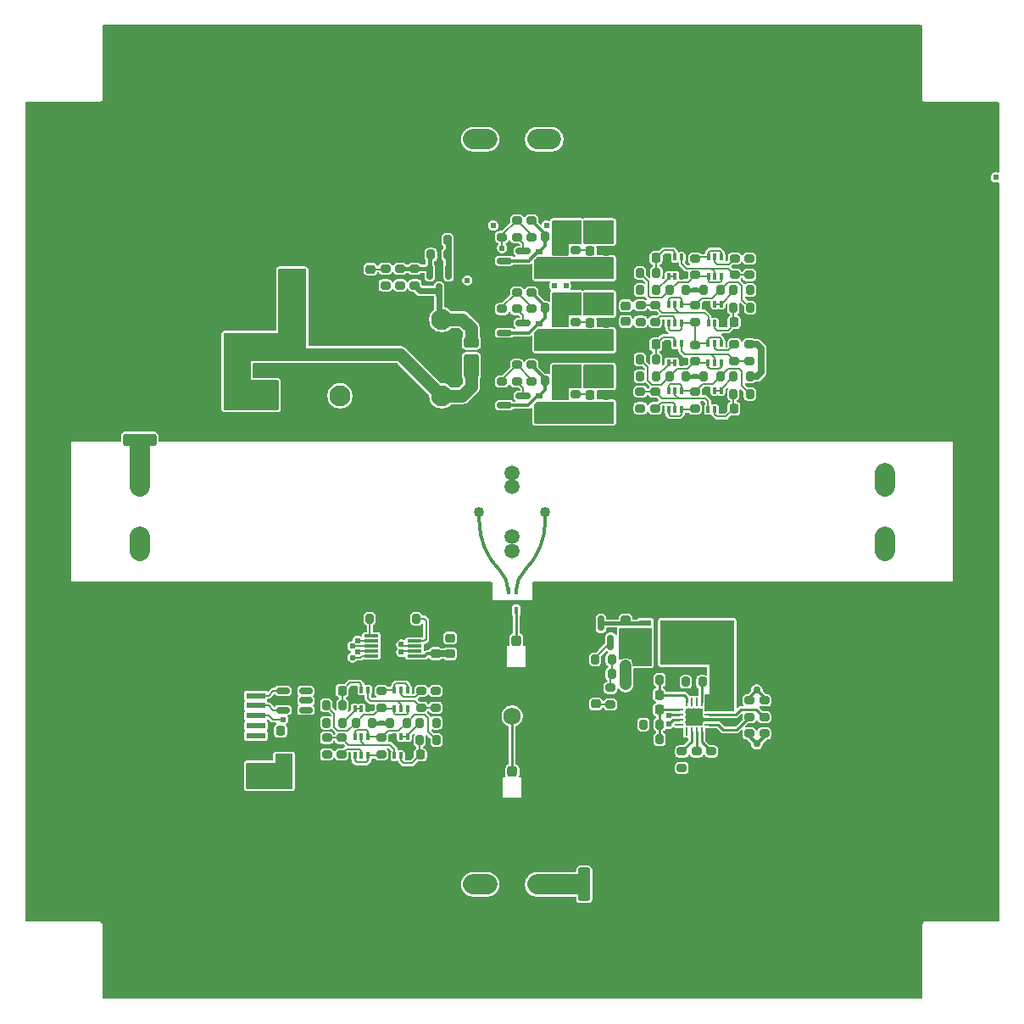
<source format=gbr>
%TF.GenerationSoftware,KiCad,Pcbnew,9.0.1*%
%TF.CreationDate,2025-06-25T17:25:18-04:00*%
%TF.ProjectId,-Z,2d5a2e6b-6963-4616-945f-706362585858,rev?*%
%TF.SameCoordinates,Original*%
%TF.FileFunction,Copper,L6,Bot*%
%TF.FilePolarity,Positive*%
%FSLAX46Y46*%
G04 Gerber Fmt 4.6, Leading zero omitted, Abs format (unit mm)*
G04 Created by KiCad (PCBNEW 9.0.1) date 2025-06-25 17:25:18*
%MOMM*%
%LPD*%
G01*
G04 APERTURE LIST*
G04 Aperture macros list*
%AMRoundRect*
0 Rectangle with rounded corners*
0 $1 Rounding radius*
0 $2 $3 $4 $5 $6 $7 $8 $9 X,Y pos of 4 corners*
0 Add a 4 corners polygon primitive as box body*
4,1,4,$2,$3,$4,$5,$6,$7,$8,$9,$2,$3,0*
0 Add four circle primitives for the rounded corners*
1,1,$1+$1,$2,$3*
1,1,$1+$1,$4,$5*
1,1,$1+$1,$6,$7*
1,1,$1+$1,$8,$9*
0 Add four rect primitives between the rounded corners*
20,1,$1+$1,$2,$3,$4,$5,0*
20,1,$1+$1,$4,$5,$6,$7,0*
20,1,$1+$1,$6,$7,$8,$9,0*
20,1,$1+$1,$8,$9,$2,$3,0*%
G04 Aperture macros list end*
%TA.AperFunction,ComponentPad*%
%ADD10C,0.762000*%
%TD*%
%TA.AperFunction,ComponentPad*%
%ADD11C,3.800000*%
%TD*%
%TA.AperFunction,ConnectorPad*%
%ADD12C,5.600000*%
%TD*%
%TA.AperFunction,ComponentPad*%
%ADD13C,1.500000*%
%TD*%
%TA.AperFunction,ComponentPad*%
%ADD14C,1.727200*%
%TD*%
%TA.AperFunction,SMDPad,CuDef*%
%ADD15RoundRect,0.225000X0.225000X0.250000X-0.225000X0.250000X-0.225000X-0.250000X0.225000X-0.250000X0*%
%TD*%
%TA.AperFunction,SMDPad,CuDef*%
%ADD16RoundRect,0.200000X-0.275000X0.200000X-0.275000X-0.200000X0.275000X-0.200000X0.275000X0.200000X0*%
%TD*%
%TA.AperFunction,SMDPad,CuDef*%
%ADD17R,0.700000X0.510000*%
%TD*%
%TA.AperFunction,SMDPad,CuDef*%
%ADD18RoundRect,0.200000X0.275000X-0.200000X0.275000X0.200000X-0.275000X0.200000X-0.275000X-0.200000X0*%
%TD*%
%TA.AperFunction,SMDPad,CuDef*%
%ADD19RoundRect,0.218750X-0.256250X0.218750X-0.256250X-0.218750X0.256250X-0.218750X0.256250X0.218750X0*%
%TD*%
%TA.AperFunction,SMDPad,CuDef*%
%ADD20RoundRect,0.250000X-0.250000X0.275000X-0.250000X-0.275000X0.250000X-0.275000X0.250000X0.275000X0*%
%TD*%
%TA.AperFunction,SMDPad,CuDef*%
%ADD21RoundRect,0.250000X-0.275000X0.850000X-0.275000X-0.850000X0.275000X-0.850000X0.275000X0.850000X0*%
%TD*%
%TA.AperFunction,SMDPad,CuDef*%
%ADD22RoundRect,0.200000X0.200000X0.275000X-0.200000X0.275000X-0.200000X-0.275000X0.200000X-0.275000X0*%
%TD*%
%TA.AperFunction,SMDPad,CuDef*%
%ADD23RoundRect,0.218750X-0.218750X-0.256250X0.218750X-0.256250X0.218750X0.256250X-0.218750X0.256250X0*%
%TD*%
%TA.AperFunction,SMDPad,CuDef*%
%ADD24RoundRect,0.100000X0.100000X-0.225000X0.100000X0.225000X-0.100000X0.225000X-0.100000X-0.225000X0*%
%TD*%
%TA.AperFunction,SMDPad,CuDef*%
%ADD25RoundRect,0.218750X0.218750X0.256250X-0.218750X0.256250X-0.218750X-0.256250X0.218750X-0.256250X0*%
%TD*%
%TA.AperFunction,SMDPad,CuDef*%
%ADD26RoundRect,0.200000X-0.200000X-0.275000X0.200000X-0.275000X0.200000X0.275000X-0.200000X0.275000X0*%
%TD*%
%TA.AperFunction,SMDPad,CuDef*%
%ADD27RoundRect,0.225000X0.250000X-0.225000X0.250000X0.225000X-0.250000X0.225000X-0.250000X-0.225000X0*%
%TD*%
%TA.AperFunction,SMDPad,CuDef*%
%ADD28R,1.422400X0.304800*%
%TD*%
%TA.AperFunction,SMDPad,CuDef*%
%ADD29RoundRect,0.100000X-0.100000X0.225000X-0.100000X-0.225000X0.100000X-0.225000X0.100000X0.225000X0*%
%TD*%
%TA.AperFunction,SMDPad,CuDef*%
%ADD30RoundRect,0.250000X-0.300000X-0.475000X0.300000X-0.475000X0.300000X0.475000X-0.300000X0.475000X0*%
%TD*%
%TA.AperFunction,SMDPad,CuDef*%
%ADD31RoundRect,0.250000X-0.425000X-1.200000X0.425000X-1.200000X0.425000X1.200000X-0.425000X1.200000X0*%
%TD*%
%TA.AperFunction,SMDPad,CuDef*%
%ADD32RoundRect,0.218750X0.256250X-0.218750X0.256250X0.218750X-0.256250X0.218750X-0.256250X-0.218750X0*%
%TD*%
%TA.AperFunction,SMDPad,CuDef*%
%ADD33RoundRect,0.150000X0.150000X-0.587500X0.150000X0.587500X-0.150000X0.587500X-0.150000X-0.587500X0*%
%TD*%
%TA.AperFunction,ComponentPad*%
%ADD34C,2.100000*%
%TD*%
%TA.AperFunction,SMDPad,CuDef*%
%ADD35RoundRect,0.225000X-0.225000X-0.250000X0.225000X-0.250000X0.225000X0.250000X-0.225000X0.250000X0*%
%TD*%
%TA.AperFunction,SMDPad,CuDef*%
%ADD36RoundRect,0.225000X-0.250000X0.225000X-0.250000X-0.225000X0.250000X-0.225000X0.250000X0.225000X0*%
%TD*%
%TA.AperFunction,SMDPad,CuDef*%
%ADD37R,1.900000X0.600000*%
%TD*%
%TA.AperFunction,SMDPad,CuDef*%
%ADD38R,2.800000X2.100000*%
%TD*%
%TA.AperFunction,SMDPad,CuDef*%
%ADD39RoundRect,0.250000X0.325000X1.100000X-0.325000X1.100000X-0.325000X-1.100000X0.325000X-1.100000X0*%
%TD*%
%TA.AperFunction,SMDPad,CuDef*%
%ADD40RoundRect,0.250000X-1.425000X0.362500X-1.425000X-0.362500X1.425000X-0.362500X1.425000X0.362500X0*%
%TD*%
%TA.AperFunction,SMDPad,CuDef*%
%ADD41RoundRect,0.250000X0.362500X1.425000X-0.362500X1.425000X-0.362500X-1.425000X0.362500X-1.425000X0*%
%TD*%
%TA.AperFunction,SMDPad,CuDef*%
%ADD42RoundRect,0.150000X0.587500X0.150000X-0.587500X0.150000X-0.587500X-0.150000X0.587500X-0.150000X0*%
%TD*%
%TA.AperFunction,SMDPad,CuDef*%
%ADD43R,1.270000X0.610000*%
%TD*%
%TA.AperFunction,SMDPad,CuDef*%
%ADD44R,3.810000X3.910000*%
%TD*%
%TA.AperFunction,SMDPad,CuDef*%
%ADD45R,1.020000X0.610000*%
%TD*%
%TA.AperFunction,SMDPad,CuDef*%
%ADD46RoundRect,0.150000X-0.512500X-0.150000X0.512500X-0.150000X0.512500X0.150000X-0.512500X0.150000X0*%
%TD*%
%TA.AperFunction,SMDPad,CuDef*%
%ADD47R,0.400000X0.750000*%
%TD*%
%TA.AperFunction,SMDPad,CuDef*%
%ADD48RoundRect,0.250000X-0.325000X-1.100000X0.325000X-1.100000X0.325000X1.100000X-0.325000X1.100000X0*%
%TD*%
%TA.AperFunction,SMDPad,CuDef*%
%ADD49RoundRect,0.150000X-0.150000X0.587500X-0.150000X-0.587500X0.150000X-0.587500X0.150000X0.587500X0*%
%TD*%
%TA.AperFunction,SMDPad,CuDef*%
%ADD50RoundRect,0.075000X-0.390000X-0.275000X0.390000X-0.275000X0.390000X0.275000X-0.390000X0.275000X0*%
%TD*%
%TA.AperFunction,SMDPad,CuDef*%
%ADD51RoundRect,0.075000X-0.075000X-0.275000X0.075000X-0.275000X0.075000X0.275000X-0.075000X0.275000X0*%
%TD*%
%TA.AperFunction,SMDPad,CuDef*%
%ADD52R,0.254000X0.812800*%
%TD*%
%TA.AperFunction,SMDPad,CuDef*%
%ADD53R,0.812800X0.254000*%
%TD*%
%TA.AperFunction,SMDPad,CuDef*%
%ADD54R,1.752600X1.752600*%
%TD*%
%TA.AperFunction,SMDPad,CuDef*%
%ADD55RoundRect,0.250000X-0.500000X0.950000X-0.500000X-0.950000X0.500000X-0.950000X0.500000X0.950000X0*%
%TD*%
%TA.AperFunction,SMDPad,CuDef*%
%ADD56RoundRect,0.250000X-0.500000X0.275000X-0.500000X-0.275000X0.500000X-0.275000X0.500000X0.275000X0*%
%TD*%
%TA.AperFunction,ViaPad*%
%ADD57C,0.609600*%
%TD*%
%TA.AperFunction,ViaPad*%
%ADD58C,1.016000*%
%TD*%
%TA.AperFunction,ViaPad*%
%ADD59C,0.762000*%
%TD*%
%TA.AperFunction,Conductor*%
%ADD60C,0.335280*%
%TD*%
%TA.AperFunction,Conductor*%
%ADD61C,0.286258*%
%TD*%
%TA.AperFunction,Conductor*%
%ADD62C,1.270000*%
%TD*%
%TA.AperFunction,Conductor*%
%ADD63C,0.203200*%
%TD*%
%TA.AperFunction,Conductor*%
%ADD64C,2.032000*%
%TD*%
%TA.AperFunction,Conductor*%
%ADD65C,0.254000*%
%TD*%
%TA.AperFunction,Conductor*%
%ADD66C,0.381000*%
%TD*%
%TA.AperFunction,Conductor*%
%ADD67C,0.304800*%
%TD*%
%TA.AperFunction,Conductor*%
%ADD68C,0.635000*%
%TD*%
%TA.AperFunction,Conductor*%
%ADD69C,0.609600*%
%TD*%
%TA.AperFunction,Conductor*%
%ADD70C,1.143000*%
%TD*%
%TA.AperFunction,Conductor*%
%ADD71C,0.368300*%
%TD*%
G04 APERTURE END LIST*
D10*
%TO.P,H2,1,1*%
%TO.N,GND*%
X144200001Y-145800000D03*
X143555751Y-147355750D03*
X143555751Y-144244250D03*
X142000001Y-148000000D03*
D11*
X142000001Y-145800000D03*
D12*
X142000001Y-145800000D03*
D10*
X142000001Y-143600000D03*
X140444251Y-147355750D03*
X140444251Y-144244250D03*
X139800001Y-145800000D03*
%TD*%
D13*
%TO.P,JP5,1,A*%
%TO.N,/Burn Wires/VBURN3*%
X164000001Y-96100000D03*
X164000001Y-97499999D03*
%TO.P,JP5,2,B*%
%TO.N,Net-(JP5-B)*%
X164000001Y-102499999D03*
X164000001Y-103899998D03*
%TD*%
D10*
%TO.P,H8,1,1*%
%TO.N,GND*%
X212000000Y-121999999D03*
X211355750Y-123555749D03*
X211355750Y-120444249D03*
X209800000Y-124199999D03*
D11*
X209800000Y-121999999D03*
D12*
X209800000Y-121999999D03*
D10*
X209800000Y-119799999D03*
X208244250Y-123555749D03*
X208244250Y-120444249D03*
X207600000Y-121999999D03*
%TD*%
%TO.P,H5,1,1*%
%TO.N,GND*%
X144200001Y-54200000D03*
X143555751Y-55755750D03*
X143555751Y-52644250D03*
X142000001Y-56400000D03*
D11*
X142000001Y-54200000D03*
D12*
X142000001Y-54200000D03*
D10*
X142000001Y-52000000D03*
X140444251Y-55755750D03*
X140444251Y-52644250D03*
X139800001Y-54200000D03*
%TD*%
%TO.P,H7,1,1*%
%TO.N,GND*%
X212000000Y-78000000D03*
X211355750Y-79555750D03*
X211355750Y-76444250D03*
X209800000Y-80200000D03*
D11*
X209800000Y-78000000D03*
D12*
X209800000Y-78000000D03*
D10*
X209800000Y-75800000D03*
X208244250Y-79555750D03*
X208244250Y-76444250D03*
X207600000Y-78000000D03*
%TD*%
D14*
%TO.P,AE3,1,A*%
%TO.N,/Interfaces/GPS*%
X164000000Y-120400000D03*
%TD*%
D13*
%TO.P,JP1,1,A*%
%TO.N,/Burn Wires/VBURN1*%
X167900000Y-62789000D03*
X166500001Y-62789000D03*
%TO.P,JP1,2,B*%
%TO.N,Net-(JP1-B)*%
X161500001Y-62789000D03*
X160100002Y-62789000D03*
%TD*%
D10*
%TO.P,H4,1,1*%
%TO.N,GND*%
X120400001Y-78000000D03*
X119755751Y-79555750D03*
X119755751Y-76444250D03*
X118200001Y-80200000D03*
D11*
X118200001Y-78000000D03*
D12*
X118200001Y-78000000D03*
D10*
X118200001Y-75800000D03*
X116644251Y-79555750D03*
X116644251Y-76444250D03*
X116000001Y-78000000D03*
%TD*%
%TO.P,H3,1,1*%
%TO.N,GND*%
X120400001Y-121999999D03*
X119755751Y-123555749D03*
X119755751Y-120444249D03*
X118200001Y-124199999D03*
D11*
X118200001Y-121999999D03*
D12*
X118200001Y-121999999D03*
D10*
X118200001Y-119799999D03*
X116644251Y-123555749D03*
X116644251Y-120444249D03*
X116000001Y-121999999D03*
%TD*%
D13*
%TO.P,JP4,1,A*%
%TO.N,Net-(JP3-B)*%
X126789000Y-103899999D03*
X126789000Y-102500000D03*
%TO.P,JP4,2,B*%
%TO.N,Net-(JP4-B)*%
X126789000Y-97500000D03*
X126789000Y-96100001D03*
%TD*%
D10*
%TO.P,H1,1,1*%
%TO.N,GND*%
X188200000Y-145800000D03*
X187555750Y-147355750D03*
X187555750Y-144244250D03*
X186000000Y-148000000D03*
D11*
X186000000Y-145800000D03*
D12*
X186000000Y-145800000D03*
D10*
X186000000Y-143600000D03*
X184444250Y-147355750D03*
X184444250Y-144244250D03*
X183800000Y-145800000D03*
%TD*%
%TO.P,H6,1,1*%
%TO.N,GND*%
X188200000Y-54200000D03*
X187555750Y-55755750D03*
X187555750Y-52644250D03*
X186000000Y-56400000D03*
D11*
X186000000Y-54200000D03*
D12*
X186000000Y-54200000D03*
D10*
X186000000Y-52000000D03*
X184444250Y-55755750D03*
X184444250Y-52644250D03*
X183800000Y-54200000D03*
%TD*%
D15*
%TO.P,C11,1*%
%TO.N,Net-(Q19B-G1)*%
X147008600Y-117868399D03*
%TO.P,C11,2*%
%TO.N,GND*%
X145458600Y-117868399D03*
%TD*%
D16*
%TO.P,R68,1*%
%TO.N,Net-(Q18A-B1)*%
X154894999Y-117907000D03*
%TO.P,R68,2*%
%TO.N,Net-(Q18B-B2)*%
X154894999Y-119557000D03*
%TD*%
D17*
%TO.P,Q11,1,D*%
%TO.N,/Burn Wires/VBURN3*%
X166700801Y-90358200D03*
%TO.P,Q11,2,D*%
X166700801Y-89408200D03*
%TO.P,Q11,3,G*%
%TO.N,Net-(Q10-D)*%
X166700801Y-88458200D03*
%TO.P,Q11,4,S*%
%TO.N,Net-(Q11-S)*%
X169020801Y-88458200D03*
%TO.P,Q11,5,D*%
%TO.N,/Burn Wires/VBURN3*%
X169020801Y-89408200D03*
%TO.P,Q11,6,D*%
X169020801Y-90358200D03*
%TD*%
D18*
%TO.P,R33,1*%
%TO.N,BURN_EN3*%
X162984001Y-86982000D03*
%TO.P,R33,2*%
%TO.N,GND*%
X162984001Y-85332000D03*
%TD*%
D19*
%TO.P,D6,1,K*%
%TO.N,GND*%
X172339000Y-117625199D03*
%TO.P,D6,2,A*%
%TO.N,Net-(D6-A)*%
X172339000Y-119200201D03*
%TD*%
D16*
%TO.P,R52,1*%
%TO.N,3V3_P*%
X187672802Y-83286800D03*
%TO.P,R52,2*%
%TO.N,Net-(Q14B-B2)*%
X187672802Y-84936800D03*
%TD*%
%TO.P,R25,1*%
%TO.N,Net-(Q8-D)*%
X165930401Y-78092999D03*
%TO.P,R25,2*%
%TO.N,BURN_EN2*%
X165930401Y-79742999D03*
%TD*%
D20*
%TO.P,J4,1,In*%
%TO.N,/Interfaces/GPS*%
X164000001Y-125972599D03*
D21*
%TO.P,J4,2,Ext*%
%TO.N,GND*%
X165475001Y-127497599D03*
X162525001Y-127497599D03*
%TD*%
D22*
%TO.P,R75,1*%
%TO.N,/GPIO Expander/GE_3V3*%
X156416200Y-121068800D03*
%TO.P,R75,2*%
%TO.N,Net-(Q21A-G2)*%
X154766200Y-121068800D03*
%TD*%
D23*
%TO.P,F2,1*%
%TO.N,Net-(Q7-S)*%
X170324500Y-72466400D03*
%TO.P,F2,2*%
%TO.N,/Burn Wires/VBURN_A_IN*%
X171899502Y-72466400D03*
%TD*%
D24*
%TO.P,Q15,1,S2*%
%TO.N,GND*%
X180906000Y-85112600D03*
%TO.P,Q15,2,G2*%
%TO.N,Net-(Q15A-G2)*%
X180256000Y-85112599D03*
%TO.P,Q15,3,D2*%
X179606000Y-85112600D03*
%TO.P,Q15,4,S1*%
%TO.N,GND*%
X179606000Y-83212600D03*
%TO.P,Q15,5,G1*%
%TO.N,Net-(Q15B-G1)*%
X180256000Y-83212601D03*
%TO.P,Q15,6,D1*%
%TO.N,Net-(Q14B-B2)*%
X180906000Y-83212600D03*
%TD*%
D22*
%TO.P,R51,1*%
%TO.N,/Coil Driver/VREF*%
X178735202Y-122707598D03*
%TO.P,R51,2*%
%TO.N,GND*%
X177085202Y-122707598D03*
%TD*%
D18*
%TO.P,R46,1*%
%TO.N,/Coil Driver/coil*%
X189175400Y-122147802D03*
%TO.P,R46,2*%
%TO.N,COIL_P*%
X189175400Y-120497802D03*
%TD*%
D16*
%TO.P,R66,1*%
%TO.N,/GPIO Expander/GE_3V3*%
X156353200Y-117906999D03*
%TO.P,R66,2*%
%TO.N,Net-(Q18B-B2)*%
X156353200Y-119556999D03*
%TD*%
D25*
%TO.P,D5,1,K*%
%TO.N,GND*%
X173372701Y-88366800D03*
%TO.P,D5,2,A*%
%TO.N,Net-(D5-A)*%
X171797699Y-88366800D03*
%TD*%
D18*
%TO.P,R20,1*%
%TO.N,Net-(Q6-G)*%
X164457200Y-72554799D03*
%TO.P,R20,2*%
%TO.N,BURN_EN1*%
X164457200Y-70904799D03*
%TD*%
D22*
%TO.P,R64,1*%
%TO.N,GND*%
X151413800Y-110667999D03*
%TO.P,R64,2*%
%TO.N,/GPIO Expander/A0*%
X149763800Y-110667999D03*
%TD*%
D18*
%TO.P,R47,1*%
%TO.N,COIL_N*%
X187702199Y-120497801D03*
%TO.P,R47,2*%
%TO.N,/Coil Driver/coil*%
X187702199Y-118847801D03*
%TD*%
D26*
%TO.P,R7,1*%
%TO.N,/Light Sensor/I2C Protection/DEVICE*%
X176753601Y-76134200D03*
%TO.P,R7,2*%
%TO.N,Net-(Q2B-G1)*%
X178403601Y-76134200D03*
%TD*%
%TO.P,R6,1*%
%TO.N,/Light Sensor/LS_3V3*%
X176753600Y-77861399D03*
%TO.P,R6,2*%
%TO.N,Net-(Q2A-G2)*%
X178403600Y-77861399D03*
%TD*%
D27*
%TO.P,C10,1*%
%TO.N,/GPIO Expander/GE_3V3*%
X156329201Y-114160800D03*
%TO.P,C10,2*%
%TO.N,GND*%
X156329201Y-112610800D03*
%TD*%
D28*
%TO.P,U4,1,LED0*%
%TO.N,BURN_EN1*%
X149941101Y-114411201D03*
%TO.P,U4,2,LED1*%
%TO.N,BURN_EN2*%
X149941101Y-113911199D03*
%TO.P,U4,3,LED2*%
%TO.N,BURN_EN3*%
X149941101Y-113411200D03*
%TO.P,U4,4,LED3*%
%TO.N,BURN_RELAY_A*%
X149941101Y-112911201D03*
%TO.P,U4,5,A0*%
%TO.N,/GPIO Expander/A0*%
X149941101Y-112411199D03*
%TO.P,U4,6,VSS*%
%TO.N,GND*%
X154233701Y-112411199D03*
%TO.P,U4,7,A1*%
%TO.N,/GPIO Expander/A1*%
X154233701Y-112911201D03*
%TO.P,U4,8,SCL*%
%TO.N,SCL_IO*%
X154233701Y-113411200D03*
%TO.P,U4,9,SDA*%
%TO.N,SDA_IO*%
X154233701Y-113911199D03*
%TO.P,U4,10,VDD*%
%TO.N,/GPIO Expander/GE_3V3*%
X154233701Y-114411201D03*
%TD*%
D29*
%TO.P,Q21,1,S2*%
%TO.N,GND*%
X152248800Y-122455599D03*
%TO.P,Q21,2,G2*%
%TO.N,Net-(Q21A-G2)*%
X152898800Y-122455600D03*
%TO.P,Q21,3,D2*%
X153548800Y-122455599D03*
%TO.P,Q21,4,S1*%
%TO.N,GND*%
X153548800Y-124355599D03*
%TO.P,Q21,5,G1*%
%TO.N,Net-(Q21B-G1)*%
X152898800Y-124355598D03*
%TO.P,Q21,6,D1*%
%TO.N,Net-(Q20B-B2)*%
X152248800Y-124355599D03*
%TD*%
D30*
%TO.P,J2,1,Pin_1*%
%TO.N,GND*%
X139780800Y-76675398D03*
%TO.P,J2,2,Pin_2*%
%TO.N,VBATT*%
X141780800Y-76675398D03*
D31*
%TO.P,J2,MP,MountPin*%
%TO.N,GND*%
X136885800Y-70680399D03*
X144675800Y-70680399D03*
%TD*%
D17*
%TO.P,Q9,1,D*%
%TO.N,/Burn Wires/VBURN2*%
X166700801Y-83119200D03*
%TO.P,Q9,2,D*%
X166700801Y-82169200D03*
%TO.P,Q9,3,G*%
%TO.N,Net-(Q8-D)*%
X166700801Y-81219200D03*
%TO.P,Q9,4,S*%
%TO.N,Net-(Q9-S)*%
X169020801Y-81219200D03*
%TO.P,Q9,5,D*%
%TO.N,/Burn Wires/VBURN2*%
X169020801Y-82169200D03*
%TO.P,Q9,6,D*%
X169020801Y-83119200D03*
%TD*%
D18*
%TO.P,R15,1*%
%TO.N,BURN_RELAY_A*%
X152798600Y-77380800D03*
%TO.P,R15,2*%
%TO.N,Net-(Q5-B)*%
X152798600Y-75730800D03*
%TD*%
%TO.P,R60,1*%
%TO.N,Net-(Q16A-B1)*%
X178274801Y-89661200D03*
%TO.P,R60,2*%
%TO.N,Net-(Q16B-B2)*%
X178274801Y-88011200D03*
%TD*%
D32*
%TO.P,F1,1*%
%TO.N,/Light Sensor/LS_3V3*%
X175353801Y-80985700D03*
%TO.P,F1,2*%
%TO.N,3V3_P*%
X175353801Y-79410698D03*
%TD*%
D18*
%TO.P,R27,1*%
%TO.N,BURN_EN2*%
X162984001Y-79743000D03*
%TO.P,R27,2*%
%TO.N,GND*%
X162984001Y-78093000D03*
%TD*%
D33*
%TO.P,Q12,1,G*%
%TO.N,Net-(Q12-G)*%
X173828701Y-113025600D03*
%TO.P,Q12,2,S*%
%TO.N,GND*%
X171928701Y-113025600D03*
%TO.P,Q12,3,D*%
%TO.N,Net-(Q12-D)*%
X172878701Y-111150600D03*
%TD*%
D25*
%TO.P,D3,1,K*%
%TO.N,GND*%
X173347301Y-73939599D03*
%TO.P,D3,2,A*%
%TO.N,Net-(D3-A)*%
X171772299Y-73939599D03*
%TD*%
D32*
%TO.P,D2,1,K*%
%TO.N,GND*%
X149852200Y-77343300D03*
%TO.P,D2,2,A*%
%TO.N,Net-(D2-A)*%
X149852200Y-75768298D03*
%TD*%
D16*
%TO.P,R37,1*%
%TO.N,COIL_DRIVER_EN*%
X173812200Y-117589800D03*
%TO.P,R37,2*%
%TO.N,Net-(D6-A)*%
X173812200Y-119239800D03*
%TD*%
D18*
%TO.P,R21,1*%
%TO.N,BURN_EN1*%
X162984001Y-72554800D03*
%TO.P,R21,2*%
%TO.N,GND*%
X162984001Y-70904800D03*
%TD*%
D34*
%TO.P,U2,11,11*%
%TO.N,/Burn Wires/VBURN_A_IN*%
X146793600Y-88417600D03*
%TO.P,U2,12,12*%
%TO.N,GND*%
X139173600Y-80797600D03*
%TO.P,U2,14,14*%
%TO.N,VBATT*%
X139173600Y-88417600D03*
%TO.P,U2,A1,A1*%
X156953600Y-88417600D03*
%TO.P,U2,A2,A2*%
%TO.N,Net-(D1-A)*%
X156953600Y-80797600D03*
%TD*%
D15*
%TO.P,C2,1*%
%TO.N,Net-(Q2B-G1)*%
X178353600Y-74661000D03*
%TO.P,C2,2*%
%TO.N,GND*%
X176803600Y-74661000D03*
%TD*%
D16*
%TO.P,R19,1*%
%TO.N,Net-(Q6-D)*%
X165930401Y-70904799D03*
%TO.P,R19,2*%
%TO.N,BURN_EN1*%
X165930401Y-72554799D03*
%TD*%
D32*
%TO.P,F6,1*%
%TO.N,/GPIO Expander/GE_3V3*%
X157802401Y-114173300D03*
%TO.P,F6,2*%
%TO.N,3V3_P*%
X157802401Y-112598298D03*
%TD*%
D26*
%TO.P,R38,1*%
%TO.N,GND*%
X172276000Y-116202900D03*
%TO.P,R38,2*%
%TO.N,COIL_DRIVER_EN*%
X173926000Y-116202900D03*
%TD*%
D24*
%TO.P,Q20,1,E1*%
%TO.N,SDA*%
X149586399Y-124355599D03*
%TO.P,Q20,2,B1*%
%TO.N,Net-(Q20A-B1)*%
X148936399Y-124355598D03*
%TO.P,Q20,3,C2*%
%TO.N,SDA*%
X148286399Y-124355599D03*
%TO.P,Q20,4,E2*%
%TO.N,SDA_IO*%
X148286399Y-122455599D03*
%TO.P,Q20,5,B2*%
%TO.N,Net-(Q20B-B2)*%
X148936399Y-122455600D03*
%TO.P,Q20,6,C1*%
%TO.N,SDA_IO*%
X149586399Y-122455599D03*
%TD*%
D23*
%TO.P,F4,1*%
%TO.N,Net-(Q11-S)*%
X170324500Y-86893600D03*
%TO.P,F4,2*%
%TO.N,/Burn Wires/VBURN_A_IN*%
X171899502Y-86893600D03*
%TD*%
D15*
%TO.P,C9,1*%
%TO.N,/Coil Driver/VREF*%
X178685199Y-119761200D03*
%TO.P,C9,2*%
%TO.N,GND*%
X177135199Y-119761200D03*
%TD*%
D35*
%TO.P,C7,1*%
%TO.N,Net-(Q17B-G1)*%
X186135800Y-89699799D03*
%TO.P,C7,2*%
%TO.N,GND*%
X187685800Y-89699799D03*
%TD*%
D22*
%TO.P,R4,1*%
%TO.N,/Light Sensor/LS_3V3*%
X181375400Y-77861399D03*
%TO.P,R4,2*%
%TO.N,/Light Sensor/I2C Protection/DEVICE*%
X179725400Y-77861399D03*
%TD*%
%TO.P,R18,1*%
%TO.N,Net-(Q5-E)*%
X157535201Y-72847400D03*
%TO.P,R18,2*%
%TO.N,GND*%
X155885201Y-72847400D03*
%TD*%
D26*
%TO.P,R73,1*%
%TO.N,/GPIO Expander/GE_3V3*%
X151794400Y-121068799D03*
%TO.P,R73,2*%
%TO.N,SDA_IO*%
X153444400Y-121068799D03*
%TD*%
D22*
%TO.P,R67,1*%
%TO.N,/GPIO Expander/GE_3V3*%
X150040799Y-121068800D03*
%TO.P,R67,2*%
%TO.N,SCL_IO*%
X148390799Y-121068800D03*
%TD*%
D20*
%TO.P,J3,1,In*%
%TO.N,Net-(J3-In)*%
X164400001Y-112866200D03*
D21*
%TO.P,J3,2,Ext*%
%TO.N,GND*%
X165875001Y-114391200D03*
X162925001Y-114391200D03*
%TD*%
D24*
%TO.P,Q3,1,E1*%
%TO.N,SCL*%
X180921001Y-81148200D03*
%TO.P,Q3,2,B1*%
%TO.N,Net-(Q3A-B1)*%
X180271001Y-81148199D03*
%TO.P,Q3,3,C2*%
%TO.N,SCL*%
X179621001Y-81148200D03*
%TO.P,Q3,4,E2*%
%TO.N,/Light Sensor/I2C Protection1/DEVICE*%
X179621001Y-79248200D03*
%TO.P,Q3,5,B2*%
%TO.N,Net-(Q3B-B2)*%
X180271001Y-79248201D03*
%TO.P,Q3,6,C1*%
%TO.N,/Light Sensor/I2C Protection1/DEVICE*%
X180921001Y-79248200D03*
%TD*%
D36*
%TO.P,C5,1*%
%TO.N,/Coil Driver/VM*%
X185670201Y-119468799D03*
%TO.P,C5,2*%
%TO.N,GND*%
X185670201Y-121018799D03*
%TD*%
D37*
%TO.P,J1,1,Pin_1*%
%TO.N,VBATT_M*%
X138398801Y-127359990D03*
%TO.P,J1,2,Pin_2*%
X138398801Y-126359990D03*
%TO.P,J1,3,Pin_3*%
X138398801Y-125359990D03*
%TO.P,J1,4,Pin_4*%
%TO.N,GND*%
X138398801Y-124359990D03*
%TO.P,J1,5,Pin_5*%
X138398801Y-123359991D03*
%TO.P,J1,6,Pin_6*%
%TO.N,3V3_P*%
X138398801Y-122359991D03*
%TO.P,J1,7,Pin_7*%
X138398801Y-121359990D03*
%TO.P,J1,8,Pin_8*%
%TO.N,COIL_DRIVER_EN*%
X138398801Y-120359990D03*
%TO.P,J1,9,Pin_9*%
%TO.N,SDA*%
X138398801Y-119359990D03*
%TO.P,J1,10,Pin_10*%
%TO.N,SCL*%
X138398801Y-118359990D03*
D38*
%TO.P,J1,MP,MountPin*%
%TO.N,GND*%
X136048801Y-130509990D03*
X136048801Y-115210010D03*
%TD*%
D13*
%TO.P,JP3,1,A*%
%TO.N,/Burn Wires/VBURN2*%
X201211001Y-97500000D03*
X201211001Y-96100001D03*
%TO.P,JP3,2,B*%
%TO.N,Net-(JP3-B)*%
X201211001Y-103899999D03*
X201211001Y-102500000D03*
%TD*%
D23*
%TO.P,F3,1*%
%TO.N,Net-(Q9-S)*%
X170324500Y-79654600D03*
%TO.P,F3,2*%
%TO.N,/Burn Wires/VBURN_A_IN*%
X171899502Y-79654600D03*
%TD*%
D22*
%TO.P,R76,1*%
%TO.N,SDA_IO*%
X156416199Y-122795999D03*
%TO.P,R76,2*%
%TO.N,Net-(Q21B-G1)*%
X154766199Y-122795999D03*
%TD*%
D26*
%TO.P,R28,1*%
%TO.N,Net-(Q8-D)*%
X167315201Y-79654600D03*
%TO.P,R28,2*%
%TO.N,Net-(Q9-S)*%
X168965201Y-79654600D03*
%TD*%
%TO.P,R41,1*%
%TO.N,3V3_P*%
X181340000Y-116992601D03*
%TO.P,R41,2*%
%TO.N,Net-(U3-NFAULT)*%
X182990000Y-116992601D03*
%TD*%
D18*
%TO.P,R71,1*%
%TO.N,SCL_IO*%
X150917599Y-119556999D03*
%TO.P,R71,2*%
%TO.N,SCL*%
X150917599Y-117906999D03*
%TD*%
D26*
%TO.P,R17,1*%
%TO.N,Net-(Q5-B)*%
X155885201Y-74320600D03*
%TO.P,R17,2*%
%TO.N,Net-(Q5-E)*%
X157535201Y-74320600D03*
%TD*%
D24*
%TO.P,Q19,1,S2*%
%TO.N,GND*%
X149586399Y-119681999D03*
%TO.P,Q19,2,G2*%
%TO.N,Net-(Q19A-G2)*%
X148936399Y-119681998D03*
%TO.P,Q19,3,D2*%
X148286399Y-119681999D03*
%TO.P,Q19,4,S1*%
%TO.N,GND*%
X148286399Y-117781999D03*
%TO.P,Q19,5,G1*%
%TO.N,Net-(Q19B-G1)*%
X148936399Y-117782000D03*
%TO.P,Q19,6,D1*%
%TO.N,Net-(Q18B-B2)*%
X149586399Y-117781999D03*
%TD*%
D15*
%TO.P,C6,1*%
%TO.N,Net-(Q15B-G1)*%
X178338600Y-83299000D03*
%TO.P,C6,2*%
%TO.N,GND*%
X176788600Y-83299000D03*
%TD*%
D16*
%TO.P,R5,1*%
%TO.N,Net-(Q1A-B1)*%
X186214600Y-74699599D03*
%TO.P,R5,2*%
%TO.N,Net-(Q1B-B2)*%
X186214600Y-76349599D03*
%TD*%
D39*
%TO.P,C14,1*%
%TO.N,VBATT*%
X136646001Y-85115600D03*
%TO.P,C14,2*%
%TO.N,GND*%
X133695999Y-85115600D03*
%TD*%
D15*
%TO.P,C8,1*%
%TO.N,/Coil Driver/IPROPI*%
X178685202Y-118288003D03*
%TO.P,C8,2*%
%TO.N,GND*%
X177135202Y-118288003D03*
%TD*%
D26*
%TO.P,R65,1*%
%TO.N,GND*%
X152761001Y-110668000D03*
%TO.P,R65,2*%
%TO.N,/GPIO Expander/A1*%
X154411001Y-110668000D03*
%TD*%
D40*
%TO.P,R30,1*%
%TO.N,GND*%
X126789000Y-86877500D03*
%TO.P,R30,2*%
%TO.N,Net-(JP4-B)*%
X126789000Y-92802500D03*
%TD*%
D16*
%TO.P,R3,1*%
%TO.N,/Light Sensor/LS_3V3*%
X187687802Y-74699599D03*
%TO.P,R3,2*%
%TO.N,Net-(Q1B-B2)*%
X187687802Y-76349599D03*
%TD*%
D26*
%TO.P,R56,1*%
%TO.N,SCL_M*%
X176738600Y-84772199D03*
%TO.P,R56,2*%
%TO.N,Net-(Q15B-G1)*%
X178388600Y-84772199D03*
%TD*%
D18*
%TO.P,R9,1*%
%TO.N,/Light Sensor/LS_3V3*%
X176816600Y-81023200D03*
%TO.P,R9,2*%
%TO.N,Net-(Q3B-B2)*%
X176816600Y-79373200D03*
%TD*%
D29*
%TO.P,Q1,1,E1*%
%TO.N,SDA*%
X183583400Y-74574599D03*
%TO.P,Q1,2,B1*%
%TO.N,Net-(Q1A-B1)*%
X184233400Y-74574600D03*
%TO.P,Q1,3,C2*%
%TO.N,SDA*%
X184883400Y-74574599D03*
%TO.P,Q1,4,E2*%
%TO.N,/Light Sensor/I2C Protection/DEVICE*%
X184883400Y-76474599D03*
%TO.P,Q1,5,B2*%
%TO.N,Net-(Q1B-B2)*%
X184233400Y-76474598D03*
%TO.P,Q1,6,C1*%
%TO.N,/Light Sensor/I2C Protection/DEVICE*%
X183583400Y-76474599D03*
%TD*%
D18*
%TO.P,R11,1*%
%TO.N,Net-(Q3A-B1)*%
X178289801Y-81023200D03*
%TO.P,R11,2*%
%TO.N,Net-(Q3B-B2)*%
X178289801Y-79373200D03*
%TD*%
D22*
%TO.P,R13,1*%
%TO.N,/Light Sensor/I2C Protection1/DEVICE*%
X187750801Y-79603799D03*
%TO.P,R13,2*%
%TO.N,Net-(Q4B-G1)*%
X186100801Y-79603799D03*
%TD*%
D17*
%TO.P,Q7,1,D*%
%TO.N,/Burn Wires/VBURN1*%
X166700801Y-75931000D03*
%TO.P,Q7,2,D*%
X166700801Y-74981000D03*
%TO.P,Q7,3,G*%
%TO.N,Net-(Q6-D)*%
X166700801Y-74031000D03*
%TO.P,Q7,4,S*%
%TO.N,Net-(Q7-S)*%
X169020801Y-74031000D03*
%TO.P,Q7,5,D*%
%TO.N,/Burn Wires/VBURN1*%
X169020801Y-74981000D03*
%TO.P,Q7,6,D*%
X169020801Y-75931000D03*
%TD*%
D25*
%TO.P,D4,1,K*%
%TO.N,GND*%
X173347301Y-81127799D03*
%TO.P,D4,2,A*%
%TO.N,Net-(D4-A)*%
X171772299Y-81127799D03*
%TD*%
D29*
%TO.P,Q18,1,E1*%
%TO.N,SCL*%
X152248800Y-117781999D03*
%TO.P,Q18,2,B1*%
%TO.N,Net-(Q18A-B1)*%
X152898800Y-117782000D03*
%TO.P,Q18,3,C2*%
%TO.N,SCL*%
X153548800Y-117781999D03*
%TO.P,Q18,4,E2*%
%TO.N,SCL_IO*%
X153548800Y-119681999D03*
%TO.P,Q18,5,B2*%
%TO.N,Net-(Q18B-B2)*%
X152898800Y-119681998D03*
%TO.P,Q18,6,C1*%
%TO.N,SCL_IO*%
X152248800Y-119681999D03*
%TD*%
D41*
%TO.P,R24,1*%
%TO.N,GND*%
X177122501Y-137211000D03*
%TO.P,R24,2*%
%TO.N,Net-(JP2-B)*%
X171197501Y-137211000D03*
%TD*%
D18*
%TO.P,R8,1*%
%TO.N,/Light Sensor/I2C Protection/DEVICE*%
X182252200Y-76349599D03*
%TO.P,R8,2*%
%TO.N,SDA*%
X182252200Y-74699599D03*
%TD*%
D16*
%TO.P,R31,1*%
%TO.N,Net-(Q10-D)*%
X165930401Y-85331999D03*
%TO.P,R31,2*%
%TO.N,BURN_EN3*%
X165930401Y-86981999D03*
%TD*%
D29*
%TO.P,Q17,1,S2*%
%TO.N,GND*%
X183568400Y-87886199D03*
%TO.P,Q17,2,G2*%
%TO.N,Net-(Q17A-G2)*%
X184218400Y-87886200D03*
%TO.P,Q17,3,D2*%
X184868400Y-87886199D03*
%TO.P,Q17,4,S1*%
%TO.N,GND*%
X184868400Y-89786199D03*
%TO.P,Q17,5,G1*%
%TO.N,Net-(Q17B-G1)*%
X184218400Y-89786198D03*
%TO.P,Q17,6,D1*%
%TO.N,Net-(Q16B-B2)*%
X183568400Y-89786199D03*
%TD*%
D18*
%TO.P,R48,1*%
%TO.N,/Coil Driver/coil*%
X187702201Y-122147802D03*
%TO.P,R48,2*%
%TO.N,COIL_N*%
X187702201Y-120497802D03*
%TD*%
%TO.P,R29,1*%
%TO.N,/Burn Wires/VBURN2*%
X170350000Y-82689400D03*
%TO.P,R29,2*%
%TO.N,Net-(D4-A)*%
X170350000Y-81039400D03*
%TD*%
%TO.P,R32,1*%
%TO.N,Net-(Q10-G)*%
X164457200Y-86981999D03*
%TO.P,R32,2*%
%TO.N,BURN_EN3*%
X164457200Y-85331999D03*
%TD*%
D26*
%TO.P,R22,1*%
%TO.N,Net-(Q6-D)*%
X167315201Y-72466400D03*
%TO.P,R22,2*%
%TO.N,Net-(Q7-S)*%
X168965201Y-72466400D03*
%TD*%
D16*
%TO.P,R16,1*%
%TO.N,Net-(Q5-B)*%
X154271800Y-75730799D03*
%TO.P,R16,2*%
%TO.N,Net-(D1-A)*%
X154271800Y-77380799D03*
%TD*%
%TO.P,R40,1*%
%TO.N,Net-(Q12-D)*%
X175308400Y-110791599D03*
%TO.P,R40,2*%
%TO.N,Net-(F5-Pad1)*%
X175308400Y-112441599D03*
%TD*%
%TO.P,R14,1*%
%TO.N,/Light Sensor/I2C Protection1/DEVICE*%
X182252201Y-79373200D03*
%TO.P,R14,2*%
%TO.N,SCL*%
X182252201Y-81023200D03*
%TD*%
D42*
%TO.P,Q8,1,G*%
%TO.N,Net-(Q8-G)*%
X165115300Y-81168399D03*
%TO.P,Q8,2,S*%
%TO.N,GND*%
X165115300Y-83068399D03*
%TO.P,Q8,3,D*%
%TO.N,Net-(Q8-D)*%
X163240300Y-82118399D03*
%TD*%
D43*
%TO.P,Q13,1,S*%
%TO.N,Net-(F5-Pad1)*%
X177298400Y-114960600D03*
%TO.P,Q13,2,S*%
X177298401Y-113690600D03*
%TO.P,Q13,3,S*%
X177298401Y-112420600D03*
%TO.P,Q13,4,G*%
%TO.N,Net-(Q12-D)*%
X177298400Y-111150600D03*
D44*
%TO.P,Q13,5,D*%
%TO.N,/Coil Driver/VM*%
X180658401Y-113055600D03*
D45*
X182763401Y-111150600D03*
X182763401Y-112420600D03*
X182763401Y-113690600D03*
X182763401Y-114960600D03*
%TD*%
D16*
%TO.P,R63,1*%
%TO.N,SDA_M*%
X182237201Y-88011200D03*
%TO.P,R63,2*%
%TO.N,SDA*%
X182237201Y-89661200D03*
%TD*%
D18*
%TO.P,R44,1*%
%TO.N,GND*%
X183892202Y-125590000D03*
%TO.P,R44,2*%
%TO.N,/Coil Driver/A1*%
X183892202Y-123940000D03*
%TD*%
D42*
%TO.P,Q10,1,G*%
%TO.N,Net-(Q10-G)*%
X165115300Y-88407399D03*
%TO.P,Q10,2,S*%
%TO.N,GND*%
X165115300Y-90307399D03*
%TO.P,Q10,3,D*%
%TO.N,Net-(Q10-D)*%
X163240300Y-89357399D03*
%TD*%
D46*
%TO.P,U5,1,IO1*%
%TO.N,SDA*%
X141114601Y-119796799D03*
%TO.P,U5,2,VN*%
%TO.N,GND*%
X141114601Y-118846800D03*
%TO.P,U5,3,IO2*%
%TO.N,SCL*%
X141114601Y-117896801D03*
%TO.P,U5,4,IO3*%
%TO.N,unconnected-(U5-IO3-Pad4)*%
X143389601Y-117896801D03*
%TO.P,U5,5,VP*%
%TO.N,3V3_P*%
X143389601Y-118846800D03*
%TO.P,U5,6,IO4*%
%TO.N,unconnected-(U5-IO4-Pad6)*%
X143389601Y-119796799D03*
%TD*%
D39*
%TO.P,C15,1*%
%TO.N,VBATT*%
X136646002Y-88324199D03*
%TO.P,C15,2*%
%TO.N,GND*%
X133696000Y-88324199D03*
%TD*%
D18*
%TO.P,R78,1*%
%TO.N,/Burn Wires/VBURN_A_IN*%
X151325401Y-77380799D03*
%TO.P,R78,2*%
%TO.N,Net-(D2-A)*%
X151325401Y-75730799D03*
%TD*%
D29*
%TO.P,Q14,1,E1*%
%TO.N,SCL*%
X183568400Y-83212600D03*
%TO.P,Q14,2,B1*%
%TO.N,Net-(Q14A-B1)*%
X184218400Y-83212601D03*
%TO.P,Q14,3,C2*%
%TO.N,SCL*%
X184868400Y-83212600D03*
%TO.P,Q14,4,E2*%
%TO.N,SCL_M*%
X184868400Y-85112600D03*
%TO.P,Q14,5,B2*%
%TO.N,Net-(Q14B-B2)*%
X184218400Y-85112599D03*
%TO.P,Q14,6,C1*%
%TO.N,SCL_M*%
X183568400Y-85112600D03*
%TD*%
D18*
%TO.P,R23,1*%
%TO.N,/Burn Wires/VBURN1*%
X170350000Y-75526599D03*
%TO.P,R23,2*%
%TO.N,Net-(D3-A)*%
X170350000Y-73876599D03*
%TD*%
D22*
%TO.P,R61,1*%
%TO.N,3V3_P*%
X187735800Y-86499400D03*
%TO.P,R61,2*%
%TO.N,Net-(Q17A-G2)*%
X186085800Y-86499400D03*
%TD*%
D47*
%TO.P,BA1,1*%
%TO.N,Net-(J3-In)*%
X164400001Y-109835399D03*
%TO.P,BA1,2,GND*%
%TO.N,GND*%
X163600001Y-109835399D03*
%TO.P,BA1,3*%
%TO.N,Net-(AE2-Pad1)*%
X163600001Y-107885399D03*
%TO.P,BA1,4*%
%TO.N,Net-(AE1-Pad1)*%
X164400001Y-107885399D03*
%TD*%
D48*
%TO.P,C4,1*%
%TO.N,/Coil Driver/VM*%
X185557767Y-114470275D03*
%TO.P,C4,2*%
%TO.N,GND*%
X188507769Y-114470275D03*
%TD*%
D19*
%TO.P,F5,1*%
%TO.N,Net-(F5-Pad1)*%
X175308401Y-113800899D03*
%TO.P,F5,2*%
%TO.N,VBATT_M*%
X175308401Y-115375901D03*
%TD*%
D18*
%TO.P,R57,1*%
%TO.N,SCL_M*%
X182237200Y-84987600D03*
%TO.P,R57,2*%
%TO.N,SCL*%
X182237200Y-83337600D03*
%TD*%
D26*
%TO.P,R50,1*%
%TO.N,3V3_P*%
X177085199Y-121234400D03*
%TO.P,R50,2*%
%TO.N,/Coil Driver/VREF*%
X178735199Y-121234400D03*
%TD*%
%TO.P,R69,1*%
%TO.N,/GPIO Expander/GE_3V3*%
X145419000Y-121068799D03*
%TO.P,R69,2*%
%TO.N,Net-(Q19A-G2)*%
X147069000Y-121068799D03*
%TD*%
%TO.P,R34,1*%
%TO.N,Net-(Q10-D)*%
X167315201Y-86893600D03*
%TO.P,R34,2*%
%TO.N,Net-(Q11-S)*%
X168965201Y-86893600D03*
%TD*%
D22*
%TO.P,R39,1*%
%TO.N,COIL_DRIVER_EN*%
X173932303Y-114729701D03*
%TO.P,R39,2*%
%TO.N,Net-(Q12-G)*%
X172282303Y-114729701D03*
%TD*%
D49*
%TO.P,Q5,1,B*%
%TO.N,Net-(Q5-B)*%
X155760201Y-76050099D03*
%TO.P,Q5,2,E*%
%TO.N,Net-(Q5-E)*%
X157660201Y-76050099D03*
%TO.P,Q5,3,C*%
%TO.N,Net-(D1-A)*%
X156710201Y-77925099D03*
%TD*%
D29*
%TO.P,Q4,1,S2*%
%TO.N,GND*%
X183583401Y-79248200D03*
%TO.P,Q4,2,G2*%
%TO.N,Net-(Q4A-G2)*%
X184233401Y-79248201D03*
%TO.P,Q4,3,D2*%
X184883401Y-79248200D03*
%TO.P,Q4,4,S1*%
%TO.N,GND*%
X184883401Y-81148200D03*
%TO.P,Q4,5,G1*%
%TO.N,Net-(Q4B-G1)*%
X184233401Y-81148199D03*
%TO.P,Q4,6,D1*%
%TO.N,Net-(Q3B-B2)*%
X183583401Y-81148200D03*
%TD*%
D13*
%TO.P,JP2,1,A*%
%TO.N,Net-(JP1-B)*%
X161500001Y-137211000D03*
X160100002Y-137211000D03*
%TO.P,JP2,2,B*%
%TO.N,Net-(JP2-B)*%
X167900000Y-137211000D03*
X166500001Y-137211000D03*
%TD*%
D24*
%TO.P,Q16,1,E1*%
%TO.N,SDA*%
X180906001Y-89786200D03*
%TO.P,Q16,2,B1*%
%TO.N,Net-(Q16A-B1)*%
X180256001Y-89786199D03*
%TO.P,Q16,3,C2*%
%TO.N,SDA*%
X179606001Y-89786200D03*
%TO.P,Q16,4,E2*%
%TO.N,SDA_M*%
X179606001Y-87886200D03*
%TO.P,Q16,5,B2*%
%TO.N,Net-(Q16B-B2)*%
X180256001Y-87886201D03*
%TO.P,Q16,6,C1*%
%TO.N,SDA_M*%
X180906001Y-87886200D03*
%TD*%
D18*
%TO.P,R45,1*%
%TO.N,COIL_P*%
X189175398Y-120497801D03*
%TO.P,R45,2*%
%TO.N,/Coil Driver/coil*%
X189175398Y-118847801D03*
%TD*%
%TO.P,R72,1*%
%TO.N,/GPIO Expander/GE_3V3*%
X145482000Y-124230600D03*
%TO.P,R72,2*%
%TO.N,Net-(Q20B-B2)*%
X145482000Y-122580600D03*
%TD*%
D26*
%TO.P,R70,1*%
%TO.N,SCL_IO*%
X145408600Y-119331400D03*
%TO.P,R70,2*%
%TO.N,Net-(Q19B-G1)*%
X147058600Y-119331400D03*
%TD*%
D22*
%TO.P,R49,1*%
%TO.N,/Coil Driver/IPROPI*%
X178735199Y-116814802D03*
%TO.P,R49,2*%
%TO.N,GND*%
X177085199Y-116814802D03*
%TD*%
D18*
%TO.P,R74,1*%
%TO.N,Net-(Q20A-B1)*%
X146955200Y-124230600D03*
%TO.P,R74,2*%
%TO.N,Net-(Q20B-B2)*%
X146955200Y-122580600D03*
%TD*%
D24*
%TO.P,Q2,1,S2*%
%TO.N,GND*%
X180921001Y-76474600D03*
%TO.P,Q2,2,G2*%
%TO.N,Net-(Q2A-G2)*%
X180271001Y-76474599D03*
%TO.P,Q2,3,D2*%
X179621001Y-76474600D03*
%TO.P,Q2,4,S1*%
%TO.N,GND*%
X179621001Y-74574600D03*
%TO.P,Q2,5,G1*%
%TO.N,Net-(Q2B-G1)*%
X180271001Y-74574601D03*
%TO.P,Q2,6,D1*%
%TO.N,Net-(Q1B-B2)*%
X180921001Y-74574600D03*
%TD*%
D35*
%TO.P,C12,1*%
%TO.N,Net-(Q21B-G1)*%
X154816199Y-124269200D03*
%TO.P,C12,2*%
%TO.N,GND*%
X156366199Y-124269200D03*
%TD*%
D22*
%TO.P,R62,1*%
%TO.N,SDA_M*%
X187735800Y-88226599D03*
%TO.P,R62,2*%
%TO.N,Net-(Q17B-G1)*%
X186085800Y-88226599D03*
%TD*%
D26*
%TO.P,R59,1*%
%TO.N,3V3_P*%
X183114000Y-86499400D03*
%TO.P,R59,2*%
%TO.N,SDA_M*%
X184764000Y-86499400D03*
%TD*%
D35*
%TO.P,C3,1*%
%TO.N,Net-(Q4B-G1)*%
X186150800Y-81061799D03*
%TO.P,C3,2*%
%TO.N,GND*%
X187700800Y-81061799D03*
%TD*%
D16*
%TO.P,R42,1*%
%TO.N,Net-(U3-NSLEEP)*%
X180945800Y-123940002D03*
%TO.P,R42,2*%
%TO.N,3V3_P*%
X180945800Y-125590002D03*
%TD*%
D18*
%TO.P,R26,1*%
%TO.N,Net-(Q8-G)*%
X164457200Y-79742999D03*
%TO.P,R26,2*%
%TO.N,BURN_EN2*%
X164457200Y-78092999D03*
%TD*%
D26*
%TO.P,R55,1*%
%TO.N,3V3_P*%
X176738600Y-86499399D03*
%TO.P,R55,2*%
%TO.N,Net-(Q15A-G2)*%
X178388600Y-86499399D03*
%TD*%
D42*
%TO.P,Q6,1,G*%
%TO.N,Net-(Q6-G)*%
X165115300Y-73980199D03*
%TO.P,Q6,2,S*%
%TO.N,GND*%
X165115300Y-75880199D03*
%TO.P,Q6,3,D*%
%TO.N,Net-(Q6-D)*%
X163240300Y-74930199D03*
%TD*%
D18*
%TO.P,R58,1*%
%TO.N,3V3_P*%
X176801600Y-89661200D03*
%TO.P,R58,2*%
%TO.N,Net-(Q16B-B2)*%
X176801600Y-88011200D03*
%TD*%
%TO.P,R43,1*%
%TO.N,GND*%
X182419001Y-125590000D03*
%TO.P,R43,2*%
%TO.N,/Coil Driver/A0*%
X182419001Y-123940000D03*
%TD*%
D50*
%TO.P,D7,1,K*%
%TO.N,/Coil Driver/VM*%
X185706369Y-111676275D03*
D51*
%TO.P,D7,2,A*%
%TO.N,GND*%
X186591368Y-111676275D03*
%TD*%
D16*
%TO.P,R77,1*%
%TO.N,SDA_IO*%
X150917599Y-122580599D03*
%TO.P,R77,2*%
%TO.N,SDA*%
X150917599Y-124230599D03*
%TD*%
D52*
%TO.P,U3,1,IPROPI*%
%TO.N,/Coil Driver/IPROPI*%
X181414999Y-119024599D03*
%TO.P,U3,2,RSVD*%
%TO.N,unconnected-(U3-RSVD-Pad2)*%
X181915000Y-119024599D03*
%TO.P,U3,3,RSVD*%
%TO.N,unconnected-(U3-RSVD-Pad3)*%
X182415000Y-119024599D03*
%TO.P,U3,4,NFAULT*%
%TO.N,Net-(U3-NFAULT)*%
X182915001Y-119024599D03*
D53*
%TO.P,U3,5,VM*%
%TO.N,/Coil Driver/VM*%
X183638200Y-119747798D03*
%TO.P,U3,6,OUT1*%
%TO.N,COIL_P*%
X183638200Y-120247799D03*
%TO.P,U3,7,GND*%
%TO.N,GND*%
X183638200Y-120747799D03*
%TO.P,U3,8,OUT2*%
%TO.N,COIL_N*%
X183638200Y-121247800D03*
D52*
%TO.P,U3,9,A1*%
%TO.N,/Coil Driver/A1*%
X182915001Y-121970999D03*
%TO.P,U3,10,A0*%
%TO.N,/Coil Driver/A0*%
X182415000Y-121970999D03*
%TO.P,U3,11,NSLEEP*%
%TO.N,Net-(U3-NSLEEP)*%
X181915000Y-121970999D03*
%TO.P,U3,12,PH/IN2*%
%TO.N,unconnected-(U3-PH{slash}IN2-Pad12)*%
X181414999Y-121970999D03*
D53*
%TO.P,U3,13,EN/IN1*%
%TO.N,unconnected-(U3-EN{slash}IN1-Pad13)*%
X180691800Y-121247800D03*
%TO.P,U3,14,SDA*%
%TO.N,SDA_M*%
X180691800Y-120747799D03*
%TO.P,U3,15,SCL*%
%TO.N,SCL_M*%
X180691800Y-120247799D03*
%TO.P,U3,16,VREF*%
%TO.N,/Coil Driver/VREF*%
X180691800Y-119747798D03*
D54*
%TO.P,U3,17,EPAD*%
%TO.N,GND*%
X182165000Y-120497799D03*
%TD*%
D35*
%TO.P,C13,1*%
%TO.N,3V3_P*%
X140873001Y-121869400D03*
%TO.P,C13,2*%
%TO.N,GND*%
X142423001Y-121869400D03*
%TD*%
D22*
%TO.P,R53,1*%
%TO.N,3V3_P*%
X181360401Y-86499399D03*
%TO.P,R53,2*%
%TO.N,SCL_M*%
X179710401Y-86499399D03*
%TD*%
D16*
%TO.P,R54,1*%
%TO.N,Net-(Q14A-B1)*%
X186199600Y-83286800D03*
%TO.P,R54,2*%
%TO.N,Net-(Q14B-B2)*%
X186199600Y-84936800D03*
%TD*%
D18*
%TO.P,R35,1*%
%TO.N,/Burn Wires/VBURN3*%
X170350001Y-89941600D03*
%TO.P,R35,2*%
%TO.N,Net-(D5-A)*%
X170350001Y-88291600D03*
%TD*%
D55*
%TO.P,D1,1,K*%
%TO.N,VBATT*%
X159910601Y-85457600D03*
D56*
%TO.P,D1,2,A*%
%TO.N,Net-(D1-A)*%
X159910601Y-83082600D03*
%TD*%
D26*
%TO.P,R10,1*%
%TO.N,/Light Sensor/LS_3V3*%
X183129000Y-77861400D03*
%TO.P,R10,2*%
%TO.N,/Light Sensor/I2C Protection1/DEVICE*%
X184779000Y-77861400D03*
%TD*%
D22*
%TO.P,R12,1*%
%TO.N,/Light Sensor/LS_3V3*%
X187750800Y-77861400D03*
%TO.P,R12,2*%
%TO.N,Net-(Q4A-G2)*%
X186100800Y-77861400D03*
%TD*%
D57*
%TO.N,GND*%
X161400000Y-128372600D03*
X165100000Y-110900000D03*
X162900000Y-113000000D03*
X163600000Y-111600000D03*
X162200000Y-125972600D03*
X162200000Y-129172600D03*
X165100000Y-115900000D03*
X165000001Y-125972600D03*
X185670201Y-121018798D03*
X165800000Y-125972600D03*
X165500000Y-121200000D03*
X162500000Y-119600000D03*
X163000001Y-121968599D03*
X166600000Y-126772600D03*
X166600000Y-128372600D03*
X164400000Y-115900000D03*
X163000001Y-125171799D03*
X152888399Y-123395400D03*
X163000001Y-125972600D03*
X165000001Y-122769399D03*
X162900000Y-110900000D03*
X164000000Y-118600000D03*
X162925001Y-113756200D03*
X184243801Y-80213400D03*
X165100000Y-111600000D03*
X163000000Y-118900000D03*
X165000001Y-124370999D03*
X165000000Y-118900000D03*
X162900000Y-111600000D03*
X164000000Y-129172600D03*
X161400000Y-125972600D03*
X163600000Y-110900000D03*
X165875001Y-114391200D03*
X165875001Y-115026200D03*
X163000001Y-122769399D03*
X148920200Y-118719600D03*
X165800000Y-112300000D03*
X165800000Y-111600000D03*
X162925001Y-114391200D03*
X165000001Y-121968599D03*
X162200000Y-120400000D03*
X163000001Y-123570199D03*
X166600000Y-127572600D03*
X162925001Y-115026200D03*
X165000001Y-125171799D03*
X161400000Y-127572600D03*
X162900000Y-115900000D03*
X163000000Y-129172600D03*
X162500000Y-121200000D03*
X162900000Y-110200000D03*
X166600000Y-125972600D03*
X165500000Y-119600000D03*
X165000000Y-129172600D03*
X179265400Y-84379000D03*
X165800000Y-120400000D03*
X165000001Y-123570199D03*
X182165000Y-120497799D03*
X163000001Y-124370999D03*
X161400000Y-129172600D03*
X161400000Y-126772600D03*
X165875001Y-113756200D03*
X165900000Y-115900000D03*
X162900000Y-112300000D03*
X163703000Y-115900000D03*
X165800000Y-113000000D03*
X184228800Y-88820999D03*
X165800000Y-129172600D03*
X180281401Y-75514399D03*
X166600000Y-129172600D03*
D58*
%TO.N,Net-(AE1-Pad1)*%
X167300000Y-100000000D03*
%TO.N,Net-(AE2-Pad1)*%
X160700000Y-99999999D03*
D57*
%TO.N,BURN_RELAY_A*%
X148556800Y-112852399D03*
X152798600Y-77380800D03*
%TO.N,SDA*%
X182237201Y-89661200D03*
X182252200Y-74699600D03*
X141114601Y-119796799D03*
X150917600Y-124230600D03*
%TO.N,SCL*%
X150917599Y-117907000D03*
X182252201Y-81023200D03*
X141114601Y-117896800D03*
%TO.N,/Burn Wires/VBURN1*%
X173042401Y-74955600D03*
X173779001Y-74955600D03*
X173779000Y-76378000D03*
X173779001Y-75666799D03*
X173042400Y-76378000D03*
X173042401Y-75666799D03*
%TO.N,/Burn Wires/VBURN2*%
X173042400Y-83566200D03*
X173779001Y-82143800D03*
X173779000Y-83566200D03*
X173042401Y-82143800D03*
X173779001Y-82854999D03*
X173042401Y-82854999D03*
%TO.N,/Burn Wires/VBURN3*%
X173042400Y-90805200D03*
X173042401Y-89382800D03*
X173779000Y-89382799D03*
X173779001Y-90093999D03*
X173779000Y-90805200D03*
X173042401Y-90093999D03*
%TO.N,SCL_M*%
X182237200Y-84987599D03*
X179625001Y-120370803D03*
%TO.N,SDA_M*%
X182237200Y-88011199D03*
X179625001Y-121209000D03*
%TO.N,SCL_IO*%
X150926600Y-119565999D03*
X152925600Y-113258796D03*
%TO.N,BURN_EN1*%
X162984001Y-73660200D03*
X148048800Y-114554200D03*
%TO.N,BURN_EN2*%
X162984001Y-79743000D03*
X148559567Y-113977544D03*
%TO.N,SDA_IO*%
X152925600Y-114020800D03*
X150917599Y-122580599D03*
%TO.N,BURN_EN3*%
X148044222Y-113416236D03*
X162984001Y-86982000D03*
%TO.N,/Light Sensor/LS_3V3*%
X182262601Y-77861400D03*
X187687802Y-74699600D03*
X187750800Y-77861400D03*
X176753600Y-77861399D03*
X159529601Y-76885999D03*
X176816600Y-81023200D03*
X175353801Y-80985701D03*
%TO.N,COIL_DRIVER_EN*%
X141114601Y-120751799D03*
X173812200Y-117589800D03*
%TO.N,/GPIO Expander/GE_3V3*%
X145418999Y-121068800D03*
X157802401Y-114173301D03*
X156416200Y-121068800D03*
X156353200Y-117907000D03*
X150907199Y-121068799D03*
X145482000Y-124230600D03*
%TO.N,/Burn Wires/VBURN_A_IN*%
X151300001Y-77355399D03*
X173779001Y-71348799D03*
X173779000Y-78511599D03*
X173779000Y-87173000D03*
X173779000Y-72771199D03*
X173779001Y-79222800D03*
X173779000Y-79934000D03*
X173042401Y-71348799D03*
X173779001Y-86461800D03*
X173042401Y-86461800D03*
X173042400Y-72060000D03*
X173042401Y-87172999D03*
X173042401Y-79933999D03*
X173779000Y-72060000D03*
X173042400Y-78511599D03*
X173042401Y-72771200D03*
X173779000Y-85750600D03*
X173042400Y-85750600D03*
X173042401Y-79222800D03*
%TO.N,3V3_P*%
X175353801Y-79410698D03*
X138398801Y-122359991D03*
X180945800Y-125590000D03*
X138398801Y-121359989D03*
X177085200Y-121234401D03*
X181340000Y-116992600D03*
X176738601Y-86499399D03*
X140873001Y-121869400D03*
X157802401Y-112598298D03*
X187735801Y-86499399D03*
X143389601Y-118846800D03*
X176801600Y-89661200D03*
X182247600Y-86499399D03*
%TO.N,VBATT_M*%
X175308401Y-116306800D03*
X175308400Y-115375902D03*
X140835201Y-124612600D03*
X175308401Y-117246600D03*
X141546400Y-125323799D03*
X141546400Y-124612600D03*
X140835201Y-125323799D03*
%TO.N,/Light Sensor/I2C Protection/DEVICE*%
X182252201Y-76349600D03*
X169384801Y-77419400D03*
%TO.N,/Light Sensor/I2C Protection1/DEVICE*%
X182252201Y-79373200D03*
X168191001Y-77419400D03*
%TO.N,/Light Sensor/ADDR*%
X162118879Y-71401124D03*
X167454400Y-71399599D03*
D59*
%TO.N,/Coil Driver/coil*%
X188438800Y-123164801D03*
X188438801Y-117830802D03*
D57*
X212285401Y-66599000D03*
%TD*%
D60*
%TO.N,Net-(AE1-Pad1)*%
X167300000Y-100884238D02*
X167300000Y-100000000D01*
X165238178Y-105861822D02*
G75*
G03*
X164399968Y-107885399I2023522J-2023578D01*
G01*
X165238178Y-105861822D02*
G75*
G03*
X167300019Y-100884238I-4977478J4977622D01*
G01*
%TO.N,Net-(AE2-Pad1)*%
X160700000Y-100884192D02*
X160700000Y-99999999D01*
X160700000Y-100884192D02*
G75*
G03*
X162761818Y-105861832I7039400J-8D01*
G01*
X162761825Y-105861825D02*
G75*
G02*
X163600032Y-107885399I-2023525J-2023575D01*
G01*
D61*
%TO.N,/Interfaces/GPS*%
X164000001Y-125972600D02*
X164000001Y-120366999D01*
%TO.N,Net-(J3-In)*%
X164400001Y-112758199D02*
X164400000Y-109835400D01*
D62*
%TO.N,VBATT*%
X152838801Y-84302800D02*
X142308400Y-84302799D01*
X156953601Y-88417600D02*
X152838801Y-84302800D01*
X156953601Y-88417600D02*
X158996200Y-88417600D01*
X158996200Y-88417600D02*
X159910600Y-87503200D01*
X159910600Y-87503200D02*
X159910600Y-85457599D01*
D63*
%TO.N,BURN_RELAY_A*%
X149882299Y-112852399D02*
X149941101Y-112911201D01*
X148556800Y-112852399D02*
X149882299Y-112852399D01*
%TO.N,SDA*%
X184883400Y-74096599D02*
X184883400Y-74574599D01*
X149408600Y-125021000D02*
X148443400Y-125020999D01*
X182377200Y-74574599D02*
X182252200Y-74699600D01*
X180906000Y-89786199D02*
X182112201Y-89786200D01*
X183761201Y-73914200D02*
X184701001Y-73914200D01*
X179783801Y-90421200D02*
X179606001Y-90243400D01*
X148286400Y-124864000D02*
X148286399Y-124355599D01*
X150792600Y-124355600D02*
X150917600Y-124230600D01*
X149586400Y-124355599D02*
X149586400Y-124843200D01*
X140108800Y-119796798D02*
X141114601Y-119796799D01*
X182112201Y-89786200D02*
X182237201Y-89661200D01*
X183583401Y-74574600D02*
X182377200Y-74574599D01*
X180749000Y-90421200D02*
X179783801Y-90421200D01*
X139671991Y-119359989D02*
X140108800Y-119796798D01*
X183583401Y-74092000D02*
X183761201Y-73914200D01*
X179606001Y-90243400D02*
X179606001Y-89786200D01*
X149586400Y-124355599D02*
X150792600Y-124355600D01*
X180906000Y-90264199D02*
X180749000Y-90421200D01*
X148443400Y-125020999D02*
X148286400Y-124864000D01*
X180906000Y-89786199D02*
X180906000Y-90264199D01*
X183583401Y-74574600D02*
X183583401Y-74092000D01*
X138398800Y-119359989D02*
X139671991Y-119359989D01*
X149586400Y-124843200D02*
X149408600Y-125021000D01*
X184701001Y-73914200D02*
X184883400Y-74096599D01*
%TO.N,SCL*%
X182252201Y-81023200D02*
X182127200Y-81148200D01*
X179773400Y-81864400D02*
X179621000Y-81712000D01*
X184868400Y-83212600D02*
X184868401Y-82729600D01*
X182252201Y-81023200D02*
X182252201Y-83381800D01*
X182362200Y-83212600D02*
X182237200Y-83337600D01*
X152405799Y-117147000D02*
X152248799Y-117303999D01*
X150917599Y-117907000D02*
X151042600Y-117781999D01*
X139645611Y-118359990D02*
X140108800Y-117896801D01*
X183568400Y-83212600D02*
X182362200Y-83212600D01*
X183771601Y-82547200D02*
X183568401Y-82750400D01*
X150922199Y-117902400D02*
X150917599Y-117907000D01*
X184686001Y-82547199D02*
X183771601Y-82547200D01*
X153548800Y-117781999D02*
X153548799Y-117350200D01*
X184868401Y-82729600D02*
X184686001Y-82547199D01*
X151042600Y-117781999D02*
X152248799Y-117781999D01*
X179621000Y-81712000D02*
X179621000Y-81148200D01*
X180921001Y-81148200D02*
X180921001Y-81707400D01*
X182127200Y-81148200D02*
X180921001Y-81148200D01*
X153548799Y-117350200D02*
X153345599Y-117147000D01*
X180921001Y-81707400D02*
X180764000Y-81864400D01*
X180764000Y-81864400D02*
X179773400Y-81864400D01*
X153345599Y-117147000D02*
X152405799Y-117147000D01*
X140108800Y-117896801D02*
X141114601Y-117896800D01*
X152248799Y-117303999D02*
X152248799Y-117781999D01*
X183568401Y-82750400D02*
X183568400Y-83212600D01*
X138398801Y-118359990D02*
X139645611Y-118359990D01*
D64*
%TO.N,Net-(JP1-B)*%
X160100001Y-137211000D02*
X161500000Y-137211000D01*
X161500000Y-62789000D02*
X160100001Y-62789000D01*
%TO.N,/Burn Wires/VBURN1*%
X166500001Y-62789000D02*
X167900000Y-62789000D01*
%TO.N,/Burn Wires/VBURN2*%
X201211001Y-96100000D02*
X201211001Y-97500000D01*
D63*
X169945600Y-83119199D02*
X170350000Y-82714799D01*
X169020800Y-83119199D02*
X169945600Y-83119199D01*
D64*
%TO.N,Net-(JP2-B)*%
X166500001Y-137211000D02*
X170781801Y-137211000D01*
%TO.N,Net-(JP3-B)*%
X126789000Y-102500000D02*
X126789000Y-103899999D01*
X201211001Y-102500000D02*
X201211001Y-103899999D01*
%TO.N,Net-(JP4-B)*%
X126789000Y-97500000D02*
X126789000Y-93268999D01*
D63*
%TO.N,SCL_M*%
X183568401Y-85544399D02*
X183568400Y-85112600D01*
X182237200Y-84987599D02*
X181528000Y-85696799D01*
X178912801Y-87297000D02*
X177955000Y-87297000D01*
X182362200Y-85112600D02*
X182237200Y-84987599D01*
X181528000Y-85696799D02*
X180513001Y-85696799D01*
X177548601Y-86890600D02*
X177548601Y-85582199D01*
X177548601Y-85582199D02*
X176738601Y-84772199D01*
X179710401Y-86499399D02*
X178912801Y-87297000D01*
D65*
X179625001Y-120370803D02*
X179748000Y-120247800D01*
D63*
X177955000Y-87297000D02*
X177548601Y-86890600D01*
X184660601Y-85747599D02*
X183771601Y-85747599D01*
X184868400Y-85112600D02*
X184868400Y-85539800D01*
D65*
X179748000Y-120247800D02*
X180691801Y-120247801D01*
D63*
X183771601Y-85747599D02*
X183568401Y-85544399D01*
X180513001Y-85696799D02*
X179710401Y-86499399D01*
X183568400Y-85112600D02*
X182362200Y-85112600D01*
X184868400Y-85539800D02*
X184660601Y-85747599D01*
%TO.N,SDA_M*%
X186667201Y-85696800D02*
X186921201Y-85950800D01*
X179758401Y-87246199D02*
X179606000Y-87398600D01*
X179606000Y-87398600D02*
X179606001Y-87886200D01*
X180749001Y-87246199D02*
X179758401Y-87246199D01*
X185566600Y-85696800D02*
X186667201Y-85696800D01*
X186921201Y-87411999D02*
X187735801Y-88226600D01*
X186921201Y-85950800D02*
X186921201Y-87411999D01*
X183019000Y-87229399D02*
X184034001Y-87229399D01*
X182112201Y-87886200D02*
X182237200Y-88011199D01*
X180906001Y-87886200D02*
X182112201Y-87886200D01*
X180906001Y-87886200D02*
X180906001Y-87403199D01*
X184034001Y-87229399D02*
X184764001Y-86499399D01*
D65*
X180086200Y-120747800D02*
X180691801Y-120747800D01*
D63*
X180906001Y-87403199D02*
X180749001Y-87246199D01*
D65*
X179625001Y-121209000D02*
X180086200Y-120747800D01*
D63*
X182237200Y-88011199D02*
X183019000Y-87229399D01*
X184764001Y-86499399D02*
X185566600Y-85696800D01*
%TO.N,SCL_IO*%
X153078004Y-113411200D02*
X152925600Y-113258796D01*
X146233600Y-120156400D02*
X145408600Y-119331400D01*
X146563799Y-121871400D02*
X146233599Y-121541200D01*
X152248799Y-120139599D02*
X152248799Y-119681999D01*
X153548800Y-119681999D02*
X153548800Y-120144200D01*
X150212599Y-120262000D02*
X149197600Y-120262000D01*
X151042600Y-119681999D02*
X150926600Y-119565999D01*
X150917599Y-119556999D02*
X150212599Y-120262000D01*
X153548800Y-120144200D02*
X153396400Y-120296600D01*
X154233700Y-113411200D02*
X153078004Y-113411200D01*
X146233599Y-121541200D02*
X146233600Y-120156400D01*
X153396400Y-120296600D02*
X152405800Y-120296600D01*
X152248799Y-119681999D02*
X151042600Y-119681999D01*
X149197600Y-120262000D02*
X148390799Y-121068800D01*
X147588200Y-121871399D02*
X146563799Y-121871400D01*
X148390799Y-121068800D02*
X147588200Y-121871399D01*
X150926600Y-119565999D02*
X150917599Y-119556999D01*
X152405800Y-120296600D02*
X152248799Y-120139599D01*
%TO.N,BURN_EN1*%
X148979199Y-114411201D02*
X149941101Y-114411201D01*
X162984001Y-72377999D02*
X164457200Y-70904799D01*
X164457200Y-70904799D02*
X165930401Y-72378000D01*
X148836200Y-114554200D02*
X148979199Y-114411201D01*
X148048800Y-114554200D02*
X148836200Y-114554200D01*
X162984001Y-72554800D02*
X162984001Y-73660200D01*
X165930401Y-72378000D02*
X165930401Y-72554799D01*
X162984001Y-72554800D02*
X162984001Y-72377999D01*
%TO.N,BURN_EN2*%
X164634000Y-78269799D02*
X165930401Y-79566200D01*
X148559567Y-113977544D02*
X148625913Y-113911198D01*
X164457200Y-78092999D02*
X164457201Y-78269799D01*
X164280400Y-78269799D02*
X162984001Y-79566199D01*
X148625913Y-113911198D02*
X149941101Y-113911198D01*
X165930401Y-79566200D02*
X165930401Y-79742999D01*
X164457201Y-78269799D02*
X164634000Y-78269799D01*
X164457201Y-78269799D02*
X164280400Y-78269799D01*
X162984001Y-79566199D02*
X162984001Y-79743000D01*
%TO.N,SDA_IO*%
X149586400Y-122455599D02*
X150792600Y-122455600D01*
X148896999Y-121798799D02*
X148465200Y-121798800D01*
X148286400Y-121977600D02*
X148286400Y-122455600D01*
X156416199Y-122795999D02*
X155606199Y-121985999D01*
X152637600Y-121875600D02*
X151622599Y-121875600D01*
X150792600Y-122455600D02*
X150917599Y-122580599D01*
X149586400Y-121973000D02*
X149408600Y-121795200D01*
X149408600Y-121795200D02*
X148900599Y-121795199D01*
X149586400Y-122455599D02*
X149586400Y-121973000D01*
X154242000Y-120271199D02*
X153444400Y-121068799D01*
X148465200Y-121798800D02*
X148286400Y-121977600D01*
X154233700Y-113911199D02*
X153035202Y-113911198D01*
X155606199Y-121985999D02*
X155606200Y-120626799D01*
X153035202Y-113911198D02*
X152925600Y-114020800D01*
X155606200Y-120626799D02*
X155250600Y-120271200D01*
X148900599Y-121795199D02*
X148896999Y-121798799D01*
X151622599Y-121875600D02*
X150917599Y-122580599D01*
X155250600Y-120271200D02*
X154242000Y-120271199D01*
X153444400Y-121068799D02*
X152637600Y-121875600D01*
%TO.N,BURN_EN3*%
X148049258Y-113411200D02*
X149941101Y-113411199D01*
X165930401Y-86805200D02*
X165930401Y-86981999D01*
X164457200Y-85331999D02*
X162984001Y-86805199D01*
X148044222Y-113416236D02*
X148049258Y-113411200D01*
X164457200Y-85331999D02*
X165930401Y-86805200D01*
X162984001Y-86805199D02*
X162984001Y-86982000D01*
D65*
%TO.N,COIL_P*%
X186326599Y-120247800D02*
X186864001Y-119710402D01*
X183638201Y-120247800D02*
X186326599Y-120247800D01*
X188337200Y-119710400D02*
X189124600Y-120497800D01*
X189124600Y-120497800D02*
X189175398Y-120497799D01*
X186864001Y-119710402D02*
X188337200Y-119710400D01*
%TO.N,COIL_N*%
X185086000Y-121793200D02*
X186406800Y-121793199D01*
X184540600Y-121247802D02*
X185086000Y-121793200D01*
X183638201Y-121247802D02*
X184540600Y-121247802D01*
X186406800Y-121793199D02*
X187702199Y-120497799D01*
D66*
%TO.N,/Light Sensor/LS_3V3*%
X182262601Y-77861400D02*
X183129000Y-77861400D01*
X181375400Y-77861399D02*
X182262601Y-77861400D01*
D63*
%TO.N,Net-(Q2B-G1)*%
X178353601Y-76084199D02*
X178403601Y-76134200D01*
X180271001Y-74574601D02*
X180271000Y-74081600D01*
X178353601Y-74661000D02*
X178353601Y-76084199D01*
X180271000Y-74081600D02*
X180078200Y-73888800D01*
X179125801Y-73888800D02*
X178353601Y-74661000D01*
X180078200Y-73888800D02*
X179125801Y-73888800D01*
%TO.N,Net-(Q4B-G1)*%
X185539201Y-81864399D02*
X184447001Y-81864399D01*
X186100800Y-81011800D02*
X186150801Y-81061800D01*
X186100800Y-79603800D02*
X186100800Y-81011800D01*
X186150801Y-81252799D02*
X185539201Y-81864399D01*
X186150801Y-81061800D02*
X186150801Y-81252799D01*
X184233401Y-81650799D02*
X184233400Y-81148198D01*
X184447001Y-81864399D02*
X184233401Y-81650799D01*
%TO.N,Net-(Q15B-G1)*%
X178338600Y-83298999D02*
X178388600Y-83349000D01*
X180256001Y-83212601D02*
X180256001Y-82765400D01*
X180256001Y-82765400D02*
X180063200Y-82572599D01*
X179021800Y-82572599D02*
X178338600Y-83255799D01*
X180063200Y-82572599D02*
X179021800Y-82572599D01*
X178338600Y-83255799D02*
X178338600Y-83298999D01*
X178388600Y-83349000D02*
X178388600Y-84772199D01*
%TO.N,Net-(Q17B-G1)*%
X184457401Y-90497400D02*
X184218401Y-90258400D01*
X186085801Y-89649800D02*
X186135800Y-89699799D01*
X184218401Y-90258400D02*
X184218400Y-89786199D01*
X185338200Y-90497400D02*
X184457401Y-90497400D01*
X186135800Y-89699799D02*
X185338200Y-90497400D01*
X186085800Y-88226600D02*
X186085801Y-89649800D01*
%TO.N,Net-(D2-A)*%
X151287901Y-75768299D02*
X149852200Y-75768299D01*
X151325401Y-75730800D02*
X151287901Y-75768299D01*
%TO.N,COIL_DRIVER_EN*%
X140098601Y-120751800D02*
X139706791Y-120359990D01*
X173831702Y-117555998D02*
X173831702Y-116303499D01*
X141114601Y-120751799D02*
X140098601Y-120751800D01*
X173932301Y-116202900D02*
X173932302Y-114729701D01*
X139706791Y-120359990D02*
X138398800Y-120359990D01*
X173837600Y-117561896D02*
X173831702Y-117555998D01*
X173812200Y-117589800D02*
X173837600Y-117564400D01*
X173837600Y-117564400D02*
X173837600Y-117561896D01*
D65*
%TO.N,/Coil Driver/IPROPI*%
X178735199Y-118238001D02*
X178735201Y-116814800D01*
X181415000Y-119024601D02*
X181415000Y-118528601D01*
X181174401Y-118288001D02*
X178685201Y-118288000D01*
X181415000Y-118528601D02*
X181174401Y-118288001D01*
%TO.N,/Coil Driver/VREF*%
X178685201Y-119761202D02*
X178685201Y-122657599D01*
X180691802Y-119747799D02*
X178698602Y-119747799D01*
D67*
%TO.N,/GPIO Expander/GE_3V3*%
X154233700Y-114411200D02*
X155291400Y-114411201D01*
D66*
X150907199Y-121068799D02*
X150040800Y-121068799D01*
D67*
X155291400Y-114411201D02*
X155541801Y-114160800D01*
X155541801Y-114160800D02*
X156329200Y-114160799D01*
D68*
X157802401Y-114173301D02*
X156341701Y-114173300D01*
D66*
X151794401Y-121068799D02*
X150907199Y-121068799D01*
D68*
X156341701Y-114173300D02*
X156329200Y-114160799D01*
D62*
%TO.N,Net-(D1-A)*%
X159021600Y-80797600D02*
X159910600Y-81686600D01*
D69*
X156722401Y-79248200D02*
X156722401Y-80566399D01*
D62*
X156953601Y-80797599D02*
X159021600Y-80797600D01*
D66*
X156722401Y-80566399D02*
X156953601Y-80797599D01*
D69*
X156710201Y-77925101D02*
X154816101Y-77925100D01*
X156722401Y-77911901D02*
X156722401Y-79248200D01*
X156722400Y-77937301D02*
X156710201Y-77925101D01*
D62*
X159910600Y-81686600D02*
X159910600Y-82601000D01*
D69*
X154816101Y-77925100D02*
X154271801Y-77380800D01*
X156722401Y-79248200D02*
X156722400Y-77937301D01*
D63*
%TO.N,Net-(Q19B-G1)*%
X147806199Y-117070800D02*
X147008600Y-117868399D01*
X147008599Y-119281399D02*
X147058600Y-119331400D01*
X148936399Y-117782000D02*
X148936399Y-117284399D01*
X148936399Y-117284399D02*
X148722799Y-117070799D01*
X148722799Y-117070799D02*
X147806199Y-117070800D01*
X147008600Y-117868399D02*
X147008599Y-119281399D01*
%TO.N,Net-(Q21B-G1)*%
X154766200Y-124219200D02*
X154816199Y-124269199D01*
X153988199Y-125097199D02*
X153142399Y-125097199D01*
X152898800Y-124853600D02*
X152898800Y-124355598D01*
X154766199Y-122795999D02*
X154766200Y-124219200D01*
X153142399Y-125097199D02*
X152898800Y-124853600D01*
X154816199Y-124269199D02*
X153988199Y-125097199D01*
D66*
%TO.N,3V3_P*%
X182247600Y-86499399D02*
X183114001Y-86499400D01*
D68*
X188448000Y-86499399D02*
X188892001Y-86055399D01*
X187735801Y-86499399D02*
X188448000Y-86499399D01*
X188892001Y-83693200D02*
X188485600Y-83286800D01*
X188892001Y-86055399D02*
X188892001Y-83693200D01*
D66*
X181360400Y-86499399D02*
X182247600Y-86499399D01*
D68*
X188485600Y-83286800D02*
X187672801Y-83286799D01*
D63*
%TO.N,Net-(D3-A)*%
X170350000Y-73876599D02*
X171709299Y-73876600D01*
X171709299Y-73876600D02*
X171772299Y-73939600D01*
%TO.N,Net-(D4-A)*%
X171683899Y-81064799D02*
X171772300Y-81153200D01*
X170350000Y-81064799D02*
X171683899Y-81064799D01*
%TO.N,Net-(D5-A)*%
X170350000Y-88291599D02*
X171722500Y-88291600D01*
X171722500Y-88291600D02*
X171797700Y-88366800D01*
%TO.N,Net-(D6-A)*%
X173831700Y-119237701D02*
X172396001Y-119237700D01*
D70*
%TO.N,VBATT_M*%
X175308401Y-116306800D02*
X175308401Y-117246600D01*
X175308400Y-115375902D02*
X175308401Y-116306800D01*
D63*
%TO.N,Net-(Q1B-B2)*%
X186214600Y-76349599D02*
X187687802Y-76349599D01*
X180921000Y-75188799D02*
X181424401Y-75692200D01*
X181424401Y-75692200D02*
X183913600Y-75692200D01*
X180921000Y-74574599D02*
X180921000Y-75188799D01*
X184233400Y-76474599D02*
X184233400Y-76012000D01*
X185557200Y-75692199D02*
X186214600Y-76349599D01*
X184233400Y-76012000D02*
X183913600Y-75692200D01*
X183913600Y-75692200D02*
X185557200Y-75692199D01*
%TO.N,/Light Sensor/I2C Protection/DEVICE*%
X180532202Y-77054598D02*
X179725401Y-77861399D01*
X184883401Y-76957599D02*
X184726401Y-77114600D01*
X182252201Y-76349600D02*
X181547202Y-77054599D01*
X183583401Y-76962200D02*
X183583400Y-76474600D01*
X178948200Y-78638599D02*
X177817600Y-78638599D01*
X183583400Y-76474600D02*
X182377200Y-76474600D01*
X179725401Y-77861399D02*
X178948200Y-78638599D01*
X177589000Y-78410000D02*
X177589000Y-76969599D01*
X182377200Y-76474600D02*
X182252201Y-76349600D01*
X183735801Y-77114600D02*
X183583401Y-76962200D01*
X177589000Y-76969599D02*
X176753600Y-76134199D01*
X184726401Y-77114600D02*
X183735801Y-77114600D01*
X177817600Y-78638599D02*
X177589000Y-78410000D01*
X184883400Y-76474600D02*
X184883401Y-76957599D01*
X181547202Y-77054599D02*
X180532202Y-77054598D01*
%TO.N,Net-(Q1A-B1)*%
X184233400Y-75021400D02*
X184233401Y-74574601D01*
X185653800Y-75260400D02*
X184472400Y-75260400D01*
X184472400Y-75260400D02*
X184233400Y-75021400D01*
X186214600Y-74699600D02*
X185653800Y-75260400D01*
%TO.N,Net-(Q2A-G2)*%
X179621000Y-76474600D02*
X179621000Y-76643999D01*
X180271001Y-76474598D02*
X179621000Y-76474600D01*
X179621000Y-76643999D02*
X178403600Y-77861399D01*
%TO.N,Net-(Q3A-B1)*%
X180027400Y-80492800D02*
X178820201Y-80492800D01*
X178820201Y-80492800D02*
X178289801Y-81023200D01*
X180271001Y-80736400D02*
X180027400Y-80492800D01*
X180271001Y-81148199D02*
X180271001Y-80736400D01*
%TO.N,/Light Sensor/I2C Protection1/DEVICE*%
X187750801Y-79603799D02*
X186961600Y-78814599D01*
X186961600Y-77419400D02*
X186606001Y-77063800D01*
X184779001Y-77861399D02*
X183972200Y-78668200D01*
X180742200Y-78591399D02*
X179795200Y-78591399D01*
X185576600Y-77063800D02*
X184779001Y-77861399D01*
X182957201Y-78668200D02*
X182252201Y-79373200D01*
X179621000Y-78765599D02*
X179621000Y-79248200D01*
X186606001Y-77063800D02*
X185576600Y-77063800D01*
X182127200Y-79248200D02*
X182252201Y-79373200D01*
X179795200Y-78591399D02*
X179621000Y-78765599D01*
X180921001Y-79248200D02*
X180921001Y-78770200D01*
X183972200Y-78668200D02*
X182957201Y-78668200D01*
X180921001Y-78770200D02*
X180742200Y-78591399D01*
X180921001Y-79248200D02*
X182127200Y-79248200D01*
X186961600Y-78814599D02*
X186961600Y-77419400D01*
%TO.N,Net-(Q3B-B2)*%
X180271001Y-79248200D02*
X180271001Y-79695000D01*
X183583401Y-80492800D02*
X183177001Y-80086400D01*
X183177001Y-80086400D02*
X180662400Y-80086400D01*
X178289801Y-79373200D02*
X176816600Y-79373200D01*
X183583401Y-81148200D02*
X183583401Y-80492800D01*
X180271001Y-79695000D02*
X180662400Y-80086400D01*
X180662400Y-80086400D02*
X179003000Y-80086400D01*
X179003000Y-80086400D02*
X178289801Y-79373200D01*
%TO.N,Net-(Q4A-G2)*%
X186100800Y-77861400D02*
X186100800Y-78030800D01*
X186100800Y-78030800D02*
X184883401Y-79248200D01*
X184883401Y-79248200D02*
X184233401Y-79248200D01*
D66*
%TO.N,Net-(Q5-B)*%
X155760200Y-75692200D02*
X155721601Y-75730800D01*
X155721601Y-75730800D02*
X152798601Y-75730800D01*
X155760200Y-76050099D02*
X155760200Y-74445599D01*
X155760200Y-74445599D02*
X155885200Y-74320600D01*
D69*
%TO.N,Net-(Q5-E)*%
X157660201Y-76050099D02*
X157660201Y-72972400D01*
X157660201Y-72972400D02*
X157535200Y-72847400D01*
D63*
%TO.N,Net-(Q6-G)*%
X165115301Y-73980200D02*
X165115301Y-73212900D01*
X165115301Y-73212900D02*
X164457201Y-72554800D01*
D67*
%TO.N,Net-(Q6-D)*%
X165651000Y-74930200D02*
X166550200Y-74031000D01*
X166550200Y-74031000D02*
X166700801Y-74031000D01*
X167315201Y-72289599D02*
X165930401Y-70904799D01*
X166700801Y-74031000D02*
X167315201Y-73416600D01*
X167315201Y-72466400D02*
X167315201Y-72289599D01*
X167315201Y-73416600D02*
X167315201Y-72466400D01*
X163240299Y-74930200D02*
X165651000Y-74930200D01*
D63*
%TO.N,Net-(Q8-G)*%
X164457201Y-79743000D02*
X165115301Y-80401100D01*
X165115301Y-80401100D02*
X165115301Y-81168400D01*
D67*
%TO.N,Net-(Q8-D)*%
X167315200Y-79654599D02*
X167315201Y-79477799D01*
X167315201Y-80604800D02*
X167315200Y-79654599D01*
X163240299Y-82118400D02*
X165676401Y-82118400D01*
X166700801Y-81219200D02*
X167315201Y-80604800D01*
X165676401Y-82118400D02*
X166575601Y-81219200D01*
X166575601Y-81219200D02*
X166700801Y-81219200D01*
X167315201Y-79477799D02*
X165930401Y-78092999D01*
%TO.N,Net-(Q10-D)*%
X165625601Y-89357400D02*
X166524801Y-88458200D01*
X163240299Y-89357400D02*
X165625601Y-89357400D01*
X167315201Y-87843800D02*
X167315200Y-86893599D01*
X166700801Y-88458200D02*
X167315201Y-87843800D01*
X167315200Y-86893599D02*
X167315201Y-86716799D01*
X166524801Y-88458200D02*
X166700801Y-88458200D01*
X167315201Y-86716799D02*
X165930401Y-85331999D01*
D63*
%TO.N,Net-(Q10-G)*%
X165115300Y-87640099D02*
X165115301Y-88407400D01*
X164457201Y-86982000D02*
X165115300Y-87640099D01*
D66*
%TO.N,Net-(Q12-D)*%
X176130002Y-111150600D02*
X175667402Y-111150599D01*
X177307802Y-111150599D02*
X176130002Y-111150600D01*
X175667402Y-111150599D02*
X175308401Y-110791601D01*
X174148201Y-111150598D02*
X172878701Y-111150600D01*
X176130002Y-111150600D02*
X174148201Y-111150598D01*
D63*
%TO.N,Net-(Q12-G)*%
X173828701Y-113025599D02*
X172282301Y-114572000D01*
%TO.N,Net-(Q14A-B1)*%
X184432000Y-83893400D02*
X184218400Y-83679800D01*
X186199600Y-83286800D02*
X185593000Y-83893400D01*
X185593000Y-83893400D02*
X184432000Y-83893400D01*
X184218400Y-83679800D02*
X184218400Y-83212600D01*
%TO.N,Net-(Q14B-B2)*%
X183873201Y-84299800D02*
X181257000Y-84299800D01*
X181257000Y-84299800D02*
X180906000Y-83948799D01*
X187672802Y-84936800D02*
X186199600Y-84936800D01*
X180906000Y-83948799D02*
X180906000Y-83212600D01*
X185562600Y-84299800D02*
X183873201Y-84299800D01*
X186199600Y-84936800D02*
X185562600Y-84299800D01*
X183873201Y-84299800D02*
X184218401Y-84645000D01*
X184218401Y-84645000D02*
X184218401Y-85112598D01*
%TO.N,Net-(Q15A-G2)*%
X179606001Y-85281999D02*
X178388600Y-86499399D01*
X180256001Y-85112598D02*
X179606000Y-85112600D01*
X179606000Y-85112600D02*
X179606001Y-85281999D01*
%TO.N,Net-(Q16A-B1)*%
X178861001Y-89075000D02*
X178274801Y-89661200D01*
X180088600Y-89075000D02*
X178861001Y-89075000D01*
X180256000Y-89242400D02*
X180088600Y-89075000D01*
X180256000Y-89786199D02*
X180256000Y-89242400D01*
%TO.N,Net-(Q16B-B2)*%
X180799801Y-88666199D02*
X178929800Y-88666199D01*
X183568400Y-89786199D02*
X183568401Y-88973399D01*
X180619600Y-88666199D02*
X180256000Y-88302599D01*
X183261201Y-88666199D02*
X180799801Y-88666199D01*
X178274801Y-88011200D02*
X176801601Y-88011199D01*
X180256000Y-88302599D02*
X180256001Y-87886201D01*
X183568401Y-88973399D02*
X183261201Y-88666199D01*
X180799801Y-88666199D02*
X180619600Y-88666199D01*
X178929800Y-88666199D02*
X178274801Y-88011200D01*
%TO.N,Net-(Q17A-G2)*%
X184868400Y-87886199D02*
X184868401Y-87716800D01*
X184218401Y-87886201D02*
X184868400Y-87886199D01*
X184868401Y-87716800D02*
X186085801Y-86499400D01*
%TO.N,Net-(Q18A-B1)*%
X154894999Y-117907000D02*
X154308800Y-118493200D01*
X154308800Y-118493200D02*
X153142399Y-118493200D01*
X153142399Y-118493200D02*
X152898800Y-118249600D01*
X152898800Y-118249600D02*
X152898800Y-117782000D01*
%TO.N,Net-(Q18B-B2)*%
X152583600Y-118925000D02*
X152583600Y-118901999D01*
X149868199Y-118901999D02*
X149586400Y-118620199D01*
X152898800Y-119681999D02*
X152898800Y-119240200D01*
X152583600Y-118901999D02*
X149868199Y-118901999D01*
X154239999Y-118902000D02*
X152583600Y-118901999D01*
X152898800Y-119240200D02*
X152583600Y-118925000D01*
X156353199Y-119557000D02*
X154894999Y-119557000D01*
X149586400Y-118620199D02*
X149586400Y-117781999D01*
X154894999Y-119557000D02*
X154239999Y-118902000D01*
%TO.N,Net-(Q19A-G2)*%
X148936399Y-119681999D02*
X148286399Y-119681999D01*
X148286399Y-119681999D02*
X148286399Y-119851400D01*
X148286399Y-119851400D02*
X147069000Y-121068799D01*
%TO.N,Net-(Q20A-B1)*%
X148936399Y-123913799D02*
X148722799Y-123700199D01*
X147485600Y-123700199D02*
X146955200Y-124230600D01*
X148722799Y-123700199D02*
X147485600Y-123700199D01*
X148936399Y-124355598D02*
X148936399Y-123913799D01*
%TO.N,Net-(Q20B-B2)*%
X149281599Y-123293800D02*
X148936399Y-122948600D01*
X152248799Y-123720999D02*
X151821599Y-123293799D01*
X149332400Y-123293799D02*
X147668400Y-123293800D01*
X151821599Y-123293799D02*
X149332400Y-123293799D01*
X146955199Y-122580599D02*
X145482000Y-122580600D01*
X147668400Y-123293800D02*
X146955199Y-122580599D01*
X149332400Y-123293799D02*
X149281599Y-123293800D01*
X152248799Y-124355599D02*
X152248799Y-123720999D01*
X148936399Y-122948600D02*
X148936399Y-122455601D01*
%TO.N,Net-(Q21A-G2)*%
X153548799Y-122455600D02*
X153548799Y-122286199D01*
X153548799Y-122286199D02*
X154766199Y-121068799D01*
X152898800Y-122455601D02*
X153548799Y-122455600D01*
D65*
%TO.N,Net-(U3-NFAULT)*%
X182915002Y-119024600D02*
X182915002Y-117067597D01*
%TO.N,Net-(U3-NSLEEP)*%
X181915001Y-122970798D02*
X180945797Y-123940001D01*
X181915001Y-121971000D02*
X181915001Y-122970798D01*
%TO.N,/Coil Driver/A0*%
X182414999Y-121971000D02*
X182415001Y-123936000D01*
%TO.N,/Coil Driver/A1*%
X182915002Y-122962800D02*
X183892202Y-123940001D01*
X182915003Y-121971000D02*
X182915002Y-122962800D01*
D71*
%TO.N,/Coil Driver/coil*%
X187702201Y-122147800D02*
X187702199Y-122428201D01*
X189175400Y-122428199D02*
X188438800Y-123164801D01*
X188438801Y-117830802D02*
X189175398Y-118567399D01*
X189175398Y-118567399D02*
X189175400Y-118847801D01*
X188438801Y-117830802D02*
X187702201Y-118567402D01*
X187702199Y-122428201D02*
X188438800Y-123164801D01*
X187702201Y-118567402D02*
X187702201Y-118847801D01*
X189175400Y-122147800D02*
X189175400Y-122428199D01*
D63*
%TO.N,/GPIO Expander/A0*%
X149763801Y-112373599D02*
X149801400Y-112411198D01*
X149763801Y-110667999D02*
X149763801Y-112373599D01*
%TO.N,/GPIO Expander/A1*%
X155414800Y-112700000D02*
X155414801Y-110896599D01*
X155186201Y-110667999D02*
X154411001Y-110667999D01*
X155414801Y-110896599D02*
X155186201Y-110667999D01*
X155203599Y-112911200D02*
X155414800Y-112700000D01*
X154233700Y-112911200D02*
X155203599Y-112911200D01*
%TD*%
%TA.AperFunction,Conductor*%
%TO.N,GND*%
G36*
X152453631Y-122200113D02*
G01*
X152490176Y-122250413D01*
X152495100Y-122281500D01*
X152495100Y-122725937D01*
X152495101Y-122725952D01*
X152498046Y-122751336D01*
X152498046Y-122751339D01*
X152543907Y-122855204D01*
X152543908Y-122855205D01*
X152624195Y-122935492D01*
X152728063Y-122981354D01*
X152753455Y-122984300D01*
X153044144Y-122984299D01*
X153069537Y-122981354D01*
X153069539Y-122981353D01*
X153069542Y-122981352D01*
X153122341Y-122958039D01*
X153181933Y-122931727D01*
X153183411Y-122935075D01*
X153226512Y-122922346D01*
X153264381Y-122934638D01*
X153265667Y-122931726D01*
X153350734Y-122969286D01*
X153378063Y-122981353D01*
X153403455Y-122984299D01*
X153694144Y-122984298D01*
X153719537Y-122981353D01*
X153823405Y-122935491D01*
X153903692Y-122855204D01*
X153949554Y-122751336D01*
X153952500Y-122725944D01*
X153952499Y-122355925D01*
X153971712Y-122296795D01*
X153981958Y-122284797D01*
X154045616Y-122221139D01*
X154101013Y-122192914D01*
X154162422Y-122202641D01*
X154206386Y-122246605D01*
X154216111Y-122308014D01*
X154206385Y-122337947D01*
X154177473Y-122394690D01*
X154177471Y-122394695D01*
X154162499Y-122489224D01*
X154162499Y-123102773D01*
X154177471Y-123197302D01*
X154177473Y-123197307D01*
X154235525Y-123311242D01*
X154235526Y-123311243D01*
X154235528Y-123311246D01*
X154325952Y-123401670D01*
X154405971Y-123442441D01*
X154422630Y-123459100D01*
X154441686Y-123472945D01*
X154444194Y-123480664D01*
X154449934Y-123486404D01*
X154460899Y-123532076D01*
X154460899Y-123539227D01*
X154441686Y-123598358D01*
X154393529Y-123634180D01*
X154388619Y-123635898D01*
X154388617Y-123635899D01*
X154284639Y-123712639D01*
X154284638Y-123712640D01*
X154207898Y-123816618D01*
X154198213Y-123844296D01*
X154165215Y-123938600D01*
X154162699Y-123965437D01*
X154162499Y-123967569D01*
X154162499Y-124449469D01*
X154143286Y-124508600D01*
X154133034Y-124520604D01*
X153891205Y-124762434D01*
X153835808Y-124790660D01*
X153820070Y-124791899D01*
X153391878Y-124791899D01*
X153332747Y-124772686D01*
X153296202Y-124722386D01*
X153296202Y-124660212D01*
X153299456Y-124651693D01*
X153299552Y-124651339D01*
X153299554Y-124651335D01*
X153302500Y-124625943D01*
X153302499Y-124085254D01*
X153299554Y-124059861D01*
X153294785Y-124049061D01*
X153253692Y-123955993D01*
X153173404Y-123875705D01*
X153069538Y-123829844D01*
X153044145Y-123826898D01*
X152753462Y-123826898D01*
X152753447Y-123826899D01*
X152728063Y-123829844D01*
X152695332Y-123844296D01*
X152633479Y-123850604D01*
X152579731Y-123819350D01*
X152554618Y-123762473D01*
X152554099Y-123752267D01*
X152554099Y-123680807D01*
X152554098Y-123680803D01*
X152533293Y-123603158D01*
X152530950Y-123599100D01*
X152493099Y-123533540D01*
X152009058Y-123049499D01*
X151939440Y-123009305D01*
X151939439Y-123009304D01*
X151939438Y-123009304D01*
X151931655Y-123007219D01*
X151928365Y-123006337D01*
X151928363Y-123006336D01*
X151928363Y-123006337D01*
X151861794Y-122988499D01*
X151861792Y-122988499D01*
X151686190Y-122988499D01*
X151627059Y-122969286D01*
X151590514Y-122918986D01*
X151586829Y-122872161D01*
X151592902Y-122833817D01*
X151596299Y-122812369D01*
X151596299Y-122375328D01*
X151598807Y-122367606D01*
X151597538Y-122359590D01*
X151608232Y-122338600D01*
X151615512Y-122316197D01*
X151625764Y-122304193D01*
X151719593Y-122210365D01*
X151774991Y-122182138D01*
X151790728Y-122180900D01*
X152394500Y-122180900D01*
X152453631Y-122200113D01*
G37*
%TD.AperFunction*%
%TA.AperFunction,Conductor*%
G36*
X148494610Y-117395312D02*
G01*
X148531155Y-117445612D01*
X148535409Y-117488291D01*
X148532699Y-117511647D01*
X148532699Y-118052337D01*
X148532700Y-118052352D01*
X148535645Y-118077736D01*
X148535645Y-118077739D01*
X148581506Y-118181604D01*
X148581507Y-118181605D01*
X148661794Y-118261892D01*
X148765662Y-118307754D01*
X148791054Y-118310700D01*
X149081743Y-118310699D01*
X149107136Y-118307754D01*
X149139867Y-118293301D01*
X149201718Y-118286993D01*
X149255467Y-118318245D01*
X149280581Y-118375122D01*
X149281100Y-118385330D01*
X149281100Y-118660392D01*
X149295610Y-118714542D01*
X149299764Y-118730046D01*
X149301906Y-118738039D01*
X149301907Y-118738042D01*
X149342096Y-118807655D01*
X149680741Y-119146300D01*
X149710164Y-119163287D01*
X149750357Y-119186493D01*
X149771155Y-119192064D01*
X149771160Y-119192068D01*
X149771161Y-119192067D01*
X149808630Y-119202107D01*
X149828006Y-119207299D01*
X150139790Y-119207299D01*
X150198921Y-119226512D01*
X150235466Y-119276812D01*
X150238963Y-119321267D01*
X150239209Y-119321287D01*
X150239086Y-119322839D01*
X150239150Y-119323643D01*
X150238899Y-119325227D01*
X150238899Y-119762269D01*
X150236390Y-119769987D01*
X150237661Y-119778006D01*
X150226964Y-119798998D01*
X150219686Y-119821400D01*
X150209434Y-119833404D01*
X150115604Y-119927235D01*
X150060207Y-119955461D01*
X150044469Y-119956700D01*
X149440699Y-119956700D01*
X149381568Y-119937487D01*
X149345023Y-119887187D01*
X149340099Y-119856100D01*
X149340098Y-119411660D01*
X149340097Y-119411650D01*
X149337153Y-119386261D01*
X149334257Y-119379703D01*
X149291291Y-119282393D01*
X149211003Y-119202105D01*
X149107137Y-119156244D01*
X149081744Y-119153298D01*
X148791061Y-119153298D01*
X148791046Y-119153299D01*
X148765662Y-119156244D01*
X148765659Y-119156244D01*
X148653266Y-119205871D01*
X148651792Y-119202532D01*
X148608593Y-119215249D01*
X148570813Y-119202969D01*
X148569532Y-119205872D01*
X148457137Y-119156245D01*
X148431744Y-119153299D01*
X148141061Y-119153299D01*
X148141046Y-119153300D01*
X148115662Y-119156245D01*
X148115659Y-119156245D01*
X148011794Y-119202106D01*
X147931506Y-119282394D01*
X147885645Y-119386259D01*
X147885645Y-119386260D01*
X147882699Y-119411650D01*
X147882699Y-119781670D01*
X147863486Y-119840801D01*
X147853234Y-119852805D01*
X147757786Y-119948252D01*
X147702388Y-119976479D01*
X147640979Y-119966752D01*
X147597016Y-119922788D01*
X147587290Y-119861379D01*
X147597014Y-119831449D01*
X147647327Y-119732705D01*
X147662300Y-119638170D01*
X147662300Y-119024630D01*
X147647327Y-118930095D01*
X147640084Y-118915880D01*
X147589273Y-118816156D01*
X147589272Y-118816155D01*
X147589271Y-118816153D01*
X147498847Y-118725729D01*
X147498844Y-118725727D01*
X147498843Y-118725726D01*
X147498844Y-118725726D01*
X147422377Y-118686765D01*
X147378413Y-118642802D01*
X147368687Y-118581393D01*
X147396913Y-118525995D01*
X147429627Y-118505439D01*
X147429514Y-118505224D01*
X147432392Y-118503702D01*
X147434824Y-118502174D01*
X147436181Y-118501700D01*
X147540160Y-118424959D01*
X147616901Y-118320980D01*
X147659584Y-118198999D01*
X147662300Y-118170035D01*
X147662300Y-117688127D01*
X147681513Y-117628996D01*
X147691759Y-117616998D01*
X147903193Y-117405563D01*
X147958591Y-117377338D01*
X147974328Y-117376099D01*
X148435479Y-117376099D01*
X148494610Y-117395312D01*
G37*
%TD.AperFunction*%
%TA.AperFunction,Conductor*%
G36*
X182703496Y-119620799D02*
G01*
X182708519Y-119622879D01*
X182708521Y-119622880D01*
X182767937Y-119634699D01*
X182922500Y-119634699D01*
X182936188Y-119639146D01*
X182950575Y-119638696D01*
X182965020Y-119648514D01*
X182981631Y-119653912D01*
X182990090Y-119665555D01*
X183001995Y-119673647D01*
X183007363Y-119689330D01*
X183018176Y-119704212D01*
X183023051Y-119732148D01*
X183023100Y-119733711D01*
X183023100Y-119838400D01*
X183023894Y-119856583D01*
X183025036Y-119869641D01*
X183027616Y-119877825D01*
X183028051Y-119891692D01*
X183027854Y-119892369D01*
X183028093Y-119894803D01*
X183028100Y-119894843D01*
X183028100Y-119894861D01*
X183039918Y-119954276D01*
X183041999Y-119959299D01*
X183046878Y-120021282D01*
X183042000Y-120036294D01*
X183039919Y-120041317D01*
X183028100Y-120100735D01*
X183028100Y-120394862D01*
X183039918Y-120454278D01*
X183053187Y-120474137D01*
X183084940Y-120521659D01*
X183152320Y-120566680D01*
X183211736Y-120578499D01*
X183588486Y-120578499D01*
X183588502Y-120578500D01*
X183594663Y-120578500D01*
X186283060Y-120578500D01*
X186370135Y-120578501D01*
X186370143Y-120578499D01*
X186384698Y-120574599D01*
X186454243Y-120555965D01*
X186454713Y-120555694D01*
X186529654Y-120512426D01*
X186591225Y-120450855D01*
X186591225Y-120450854D01*
X186605372Y-120436707D01*
X186605373Y-120436704D01*
X186851818Y-120190261D01*
X186907215Y-120162035D01*
X186968624Y-120171762D01*
X187012587Y-120215726D01*
X187021828Y-120262078D01*
X187023499Y-120262078D01*
X187023499Y-120667149D01*
X187004286Y-120726280D01*
X186994034Y-120738284D01*
X186299284Y-121433034D01*
X186243886Y-121461260D01*
X186228149Y-121462499D01*
X185264649Y-121462499D01*
X185205518Y-121443286D01*
X185193514Y-121433034D01*
X185102166Y-121341686D01*
X184743654Y-120983175D01*
X184739036Y-120980509D01*
X184702055Y-120959158D01*
X184702053Y-120959156D01*
X184668247Y-120939638D01*
X184668241Y-120939635D01*
X184584144Y-120917103D01*
X184584139Y-120917102D01*
X184584138Y-120917102D01*
X184584137Y-120917102D01*
X184069653Y-120917102D01*
X184069613Y-120917100D01*
X184064664Y-120917100D01*
X183211736Y-120917100D01*
X183201878Y-120919060D01*
X183152320Y-120928918D01*
X183084940Y-120973940D01*
X183039918Y-121041320D01*
X183028100Y-121100736D01*
X183028100Y-121260299D01*
X183008887Y-121319430D01*
X182958587Y-121355975D01*
X182927500Y-121360899D01*
X182767937Y-121360899D01*
X182748131Y-121364838D01*
X182708519Y-121372718D01*
X182703496Y-121374799D01*
X182641514Y-121379676D01*
X182626501Y-121374798D01*
X182621478Y-121372717D01*
X182576816Y-121363833D01*
X182562064Y-121360899D01*
X182267936Y-121360899D01*
X182258033Y-121362868D01*
X182208515Y-121372718D01*
X182203493Y-121374799D01*
X182141510Y-121379674D01*
X182126507Y-121374799D01*
X182121484Y-121372718D01*
X182073947Y-121363262D01*
X182062064Y-121360899D01*
X181767936Y-121360899D01*
X181748130Y-121364838D01*
X181708518Y-121372718D01*
X181703495Y-121374799D01*
X181641513Y-121379676D01*
X181626500Y-121374798D01*
X181621477Y-121372717D01*
X181576815Y-121363833D01*
X181562063Y-121360899D01*
X181562062Y-121360899D01*
X181402500Y-121360899D01*
X181343369Y-121341686D01*
X181306824Y-121291386D01*
X181301900Y-121260299D01*
X181301900Y-121100736D01*
X181299074Y-121086528D01*
X181290081Y-121041320D01*
X181290080Y-121041318D01*
X181288000Y-121036295D01*
X181283123Y-120974313D01*
X181288001Y-120959300D01*
X181290078Y-120954282D01*
X181290081Y-120954279D01*
X181301900Y-120894863D01*
X181301900Y-120600735D01*
X181290081Y-120541319D01*
X181290079Y-120541317D01*
X181288001Y-120536298D01*
X181283122Y-120474315D01*
X181288001Y-120459300D01*
X181290078Y-120454282D01*
X181290081Y-120454279D01*
X181301900Y-120394863D01*
X181301900Y-120100735D01*
X181290081Y-120041319D01*
X181290080Y-120041317D01*
X181288000Y-120036294D01*
X181283123Y-119974312D01*
X181288001Y-119959299D01*
X181290078Y-119954281D01*
X181290081Y-119954278D01*
X181301900Y-119894862D01*
X181301900Y-119735299D01*
X181321113Y-119676168D01*
X181371413Y-119639623D01*
X181402500Y-119634699D01*
X181562062Y-119634699D01*
X181562063Y-119634699D01*
X181621479Y-119622880D01*
X181621482Y-119622877D01*
X181626500Y-119620800D01*
X181688483Y-119615921D01*
X181703495Y-119620799D01*
X181708518Y-119622879D01*
X181708520Y-119622880D01*
X181767936Y-119634699D01*
X181767937Y-119634699D01*
X182062063Y-119634699D01*
X182062064Y-119634699D01*
X182121480Y-119622880D01*
X182121483Y-119622877D01*
X182126501Y-119620800D01*
X182188484Y-119615921D01*
X182203499Y-119620800D01*
X182208518Y-119622878D01*
X182208520Y-119622880D01*
X182267936Y-119634699D01*
X182267937Y-119634699D01*
X182562063Y-119634699D01*
X182562064Y-119634699D01*
X182621480Y-119622880D01*
X182621483Y-119622877D01*
X182626501Y-119620800D01*
X182688484Y-119615921D01*
X182703496Y-119620799D01*
G37*
%TD.AperFunction*%
%TA.AperFunction,Conductor*%
G36*
X183773231Y-87553912D02*
G01*
X183809776Y-87604212D01*
X183814700Y-87635299D01*
X183814700Y-88156537D01*
X183814701Y-88156552D01*
X183817646Y-88181936D01*
X183817646Y-88181939D01*
X183863507Y-88285804D01*
X183863508Y-88285805D01*
X183943795Y-88366092D01*
X184047663Y-88411954D01*
X184073055Y-88414900D01*
X184363744Y-88414899D01*
X184389137Y-88411954D01*
X184389139Y-88411953D01*
X184389142Y-88411952D01*
X184457645Y-88381705D01*
X184501533Y-88362327D01*
X184503011Y-88365675D01*
X184546112Y-88352946D01*
X184583981Y-88365238D01*
X184585267Y-88362326D01*
X184651726Y-88391670D01*
X184697663Y-88411953D01*
X184723055Y-88414899D01*
X185013744Y-88414898D01*
X185039137Y-88411953D01*
X185143005Y-88366091D01*
X185223292Y-88285804D01*
X185269154Y-88181936D01*
X185272100Y-88156544D01*
X185272099Y-87786528D01*
X185291312Y-87727398D01*
X185301558Y-87715400D01*
X185365216Y-87651742D01*
X185420612Y-87623518D01*
X185482020Y-87633244D01*
X185525984Y-87677208D01*
X185535710Y-87738616D01*
X185525985Y-87768550D01*
X185497072Y-87825295D01*
X185482100Y-87919824D01*
X185482100Y-88533373D01*
X185497072Y-88627902D01*
X185497074Y-88627907D01*
X185555126Y-88741842D01*
X185555127Y-88741843D01*
X185555129Y-88741846D01*
X185645553Y-88832270D01*
X185725572Y-88873041D01*
X185742231Y-88889700D01*
X185761287Y-88903545D01*
X185763795Y-88911264D01*
X185769535Y-88917004D01*
X185780500Y-88962676D01*
X185780500Y-88969826D01*
X185761287Y-89028957D01*
X185713130Y-89064779D01*
X185708220Y-89066497D01*
X185708218Y-89066498D01*
X185604240Y-89143238D01*
X185604239Y-89143239D01*
X185527499Y-89247217D01*
X185508331Y-89301996D01*
X185484816Y-89369199D01*
X185482300Y-89396036D01*
X185482100Y-89398168D01*
X185482100Y-89880070D01*
X185462887Y-89939201D01*
X185452635Y-89951205D01*
X185241205Y-90162635D01*
X185185807Y-90190861D01*
X185170070Y-90192100D01*
X184719319Y-90192100D01*
X184660188Y-90172887D01*
X184623643Y-90122587D01*
X184619390Y-90079904D01*
X184622098Y-90056558D01*
X184622100Y-90056543D01*
X184622099Y-89515854D01*
X184619154Y-89490461D01*
X184614932Y-89480900D01*
X184573292Y-89386593D01*
X184493004Y-89306305D01*
X184389138Y-89260444D01*
X184363745Y-89257498D01*
X184073062Y-89257498D01*
X184073047Y-89257499D01*
X184047663Y-89260444D01*
X184047660Y-89260445D01*
X184014932Y-89274895D01*
X183953079Y-89281202D01*
X183899331Y-89249948D01*
X183874219Y-89193071D01*
X183873700Y-89182866D01*
X183873700Y-89141527D01*
X183873701Y-88933206D01*
X183855081Y-88863716D01*
X183852895Y-88855557D01*
X183812701Y-88785940D01*
X183448660Y-88421899D01*
X183394520Y-88390641D01*
X183379043Y-88381705D01*
X183301396Y-88360899D01*
X183301394Y-88360899D01*
X183015011Y-88360899D01*
X182955880Y-88341686D01*
X182919335Y-88291386D01*
X182915833Y-88246931D01*
X182915591Y-88246912D01*
X182915711Y-88245378D01*
X182915648Y-88244570D01*
X182915901Y-88242971D01*
X182915901Y-87805926D01*
X182935114Y-87746795D01*
X182945366Y-87734791D01*
X183115994Y-87564164D01*
X183171392Y-87535938D01*
X183187129Y-87534699D01*
X183714100Y-87534699D01*
X183773231Y-87553912D01*
G37*
%TD.AperFunction*%
%TA.AperFunction,Conductor*%
G36*
X179810831Y-82897112D02*
G01*
X179847376Y-82947412D01*
X179852300Y-82978499D01*
X179852300Y-83482938D01*
X179852301Y-83482953D01*
X179855246Y-83508337D01*
X179855246Y-83508340D01*
X179901107Y-83612205D01*
X179901108Y-83612206D01*
X179981395Y-83692493D01*
X180085263Y-83738355D01*
X180110655Y-83741301D01*
X180401344Y-83741300D01*
X180426737Y-83738355D01*
X180438755Y-83733048D01*
X180459466Y-83723904D01*
X180521319Y-83717595D01*
X180575067Y-83748848D01*
X180600181Y-83805725D01*
X180600700Y-83815932D01*
X180600700Y-83988994D01*
X180619233Y-84058156D01*
X180621506Y-84066640D01*
X180656236Y-84126797D01*
X180661699Y-84136258D01*
X181069541Y-84544100D01*
X181139158Y-84584294D01*
X181140823Y-84584740D01*
X181216807Y-84605100D01*
X181464586Y-84605100D01*
X181523717Y-84624313D01*
X181560262Y-84674613D01*
X181563947Y-84721438D01*
X181558500Y-84755826D01*
X181558500Y-85192869D01*
X181555991Y-85200587D01*
X181557262Y-85208606D01*
X181546565Y-85229598D01*
X181539287Y-85252000D01*
X181529035Y-85264004D01*
X181431006Y-85362034D01*
X181375609Y-85390260D01*
X181359871Y-85391499D01*
X180760300Y-85391499D01*
X180701169Y-85372286D01*
X180664624Y-85321986D01*
X180659700Y-85290899D01*
X180659699Y-84842261D01*
X180659698Y-84842251D01*
X180656754Y-84816862D01*
X180624261Y-84743273D01*
X180610892Y-84712994D01*
X180530604Y-84632706D01*
X180426738Y-84586845D01*
X180401345Y-84583899D01*
X180110662Y-84583899D01*
X180110647Y-84583900D01*
X180085263Y-84586845D01*
X180085260Y-84586845D01*
X179972867Y-84636472D01*
X179971393Y-84633133D01*
X179928194Y-84645850D01*
X179890414Y-84633570D01*
X179889133Y-84636473D01*
X179776738Y-84586846D01*
X179751345Y-84583900D01*
X179460662Y-84583900D01*
X179460647Y-84583901D01*
X179435263Y-84586846D01*
X179435260Y-84586846D01*
X179331395Y-84632707D01*
X179251107Y-84712995D01*
X179205246Y-84816860D01*
X179205246Y-84816861D01*
X179202300Y-84842251D01*
X179202300Y-85212270D01*
X179183087Y-85271401D01*
X179172834Y-85283406D01*
X179109183Y-85347056D01*
X179053786Y-85375282D01*
X178992377Y-85365555D01*
X178948413Y-85321591D01*
X178938688Y-85260182D01*
X178948412Y-85230251D01*
X178977327Y-85173504D01*
X178992300Y-85078969D01*
X178992300Y-84465429D01*
X178977327Y-84370894D01*
X178956792Y-84330591D01*
X178919273Y-84256955D01*
X178919272Y-84256954D01*
X178919271Y-84256952D01*
X178828847Y-84166528D01*
X178828844Y-84166526D01*
X178748828Y-84125756D01*
X178732170Y-84109097D01*
X178713113Y-84095252D01*
X178710604Y-84087531D01*
X178704865Y-84081792D01*
X178693900Y-84036121D01*
X178693900Y-84028972D01*
X178713113Y-83969841D01*
X178761279Y-83934016D01*
X178766181Y-83932301D01*
X178870160Y-83855560D01*
X178946901Y-83751581D01*
X178989584Y-83629600D01*
X178992300Y-83600636D01*
X178992300Y-83075528D01*
X178994808Y-83067806D01*
X178993539Y-83059790D01*
X179004233Y-83038800D01*
X179011513Y-83016397D01*
X179021765Y-83004393D01*
X179118795Y-82907364D01*
X179174193Y-82879137D01*
X179189930Y-82877899D01*
X179751700Y-82877899D01*
X179810831Y-82897112D01*
G37*
%TD.AperFunction*%
%TA.AperFunction,Conductor*%
G36*
X183788232Y-78992713D02*
G01*
X183824777Y-79043013D01*
X183829701Y-79074100D01*
X183829701Y-79518538D01*
X183829702Y-79518553D01*
X183832647Y-79543937D01*
X183832647Y-79543940D01*
X183878508Y-79647805D01*
X183878509Y-79647806D01*
X183958796Y-79728093D01*
X184062664Y-79773955D01*
X184088056Y-79776901D01*
X184378745Y-79776900D01*
X184404138Y-79773955D01*
X184404140Y-79773954D01*
X184404143Y-79773953D01*
X184431470Y-79761887D01*
X184516534Y-79724328D01*
X184518012Y-79727676D01*
X184561113Y-79714947D01*
X184598982Y-79727239D01*
X184600268Y-79724327D01*
X184624878Y-79735193D01*
X184712664Y-79773954D01*
X184738056Y-79776900D01*
X185028745Y-79776899D01*
X185054138Y-79773954D01*
X185158006Y-79728092D01*
X185238293Y-79647805D01*
X185284155Y-79543937D01*
X185287101Y-79518545D01*
X185287100Y-79317927D01*
X185289609Y-79310206D01*
X185288339Y-79302185D01*
X185299035Y-79281196D01*
X185306313Y-79258797D01*
X185316562Y-79246796D01*
X185325370Y-79237988D01*
X185380769Y-79209766D01*
X185442178Y-79219495D01*
X185486139Y-79263462D01*
X185497101Y-79309128D01*
X185497101Y-79910573D01*
X185512073Y-80005102D01*
X185512075Y-80005107D01*
X185570127Y-80119042D01*
X185570128Y-80119043D01*
X185570130Y-80119046D01*
X185660554Y-80209470D01*
X185731205Y-80245468D01*
X185775169Y-80289430D01*
X185784896Y-80350839D01*
X185756670Y-80406237D01*
X185729128Y-80423548D01*
X185729883Y-80424976D01*
X185723218Y-80428498D01*
X185619240Y-80505238D01*
X185619239Y-80505239D01*
X185542499Y-80609217D01*
X185526974Y-80653587D01*
X185499816Y-80731199D01*
X185497100Y-80760163D01*
X185497100Y-81363435D01*
X185497725Y-81370099D01*
X185499816Y-81392400D01*
X185501122Y-81398376D01*
X185499735Y-81398678D01*
X185500131Y-81416349D01*
X185503986Y-81440682D01*
X185500816Y-81446902D01*
X185500973Y-81453882D01*
X185475760Y-81496080D01*
X185442208Y-81529633D01*
X185386811Y-81557860D01*
X185371072Y-81559099D01*
X184733741Y-81559099D01*
X184674610Y-81539886D01*
X184638065Y-81489586D01*
X184633811Y-81446906D01*
X184636848Y-81420722D01*
X184637101Y-81418544D01*
X184637100Y-80877855D01*
X184634155Y-80852462D01*
X184629386Y-80841662D01*
X184588293Y-80748594D01*
X184508005Y-80668306D01*
X184404139Y-80622445D01*
X184378746Y-80619499D01*
X184088063Y-80619499D01*
X184088048Y-80619500D01*
X184062664Y-80622445D01*
X184062661Y-80622446D01*
X184029933Y-80636896D01*
X183968080Y-80643203D01*
X183914332Y-80611949D01*
X183889220Y-80555072D01*
X183888701Y-80544867D01*
X183888701Y-80452608D01*
X183888700Y-80452602D01*
X183872381Y-80391698D01*
X183872381Y-80391697D01*
X183867895Y-80374959D01*
X183867895Y-80374958D01*
X183827701Y-80305341D01*
X183364460Y-79842100D01*
X183314832Y-79813447D01*
X183294843Y-79801906D01*
X183217196Y-79781100D01*
X183217194Y-79781100D01*
X183020792Y-79781100D01*
X182961661Y-79761887D01*
X182925116Y-79711587D01*
X182921431Y-79664762D01*
X182926026Y-79635749D01*
X182930901Y-79604970D01*
X182930901Y-79167927D01*
X182933409Y-79160206D01*
X182932140Y-79152189D01*
X182942834Y-79131200D01*
X182950114Y-79108796D01*
X182960358Y-79096800D01*
X183054197Y-79002963D01*
X183109594Y-78974738D01*
X183125330Y-78973500D01*
X183729101Y-78973500D01*
X183788232Y-78992713D01*
G37*
%TD.AperFunction*%
%TA.AperFunction,Conductor*%
G36*
X179826266Y-74213313D02*
G01*
X179862811Y-74263613D01*
X179866555Y-74301296D01*
X179867469Y-74301349D01*
X179867301Y-74304258D01*
X179867301Y-74844938D01*
X179867302Y-74844953D01*
X179870247Y-74870337D01*
X179870247Y-74870340D01*
X179916108Y-74974205D01*
X179916109Y-74974206D01*
X179996396Y-75054493D01*
X180100264Y-75100355D01*
X180125656Y-75103301D01*
X180416345Y-75103300D01*
X180441738Y-75100355D01*
X180474467Y-75085903D01*
X180536318Y-75079595D01*
X180590067Y-75110847D01*
X180614631Y-75163305D01*
X180615700Y-75170579D01*
X180615700Y-75228992D01*
X180633200Y-75294301D01*
X180634707Y-75299928D01*
X180634709Y-75299937D01*
X180636505Y-75306637D01*
X180636506Y-75306640D01*
X180676513Y-75375935D01*
X180676700Y-75376258D01*
X181236942Y-75936501D01*
X181299893Y-75972845D01*
X181306560Y-75976694D01*
X181306562Y-75976694D01*
X181306563Y-75976695D01*
X181384203Y-75997499D01*
X181384205Y-75997499D01*
X181384208Y-75997500D01*
X181474771Y-75997500D01*
X181533902Y-76016713D01*
X181570447Y-76067013D01*
X181574131Y-76113839D01*
X181573500Y-76117829D01*
X181573500Y-76117831D01*
X181573500Y-76554871D01*
X181570991Y-76562591D01*
X181572261Y-76570608D01*
X181561566Y-76591596D01*
X181554287Y-76614002D01*
X181544035Y-76626006D01*
X181450208Y-76719833D01*
X181394810Y-76748059D01*
X181379073Y-76749298D01*
X180775301Y-76749298D01*
X180716170Y-76730085D01*
X180679625Y-76679785D01*
X180674701Y-76648698D01*
X180674700Y-76204261D01*
X180674699Y-76204251D01*
X180671755Y-76178862D01*
X180668304Y-76171047D01*
X180625893Y-76074994D01*
X180545605Y-75994706D01*
X180441739Y-75948845D01*
X180416346Y-75945899D01*
X180125663Y-75945899D01*
X180125648Y-75945900D01*
X180100264Y-75948845D01*
X180100261Y-75948845D01*
X179987868Y-75998472D01*
X179986394Y-75995133D01*
X179943195Y-76007850D01*
X179905415Y-75995570D01*
X179904134Y-75998473D01*
X179791739Y-75948846D01*
X179766346Y-75945900D01*
X179475663Y-75945900D01*
X179475648Y-75945901D01*
X179450264Y-75948846D01*
X179450261Y-75948846D01*
X179346396Y-75994707D01*
X179266108Y-76074995D01*
X179220247Y-76178860D01*
X179220247Y-76178861D01*
X179217301Y-76204251D01*
X179217301Y-76574267D01*
X179198088Y-76633398D01*
X179187835Y-76645403D01*
X179124188Y-76709049D01*
X179068791Y-76737275D01*
X179007382Y-76727548D01*
X178963418Y-76683584D01*
X178953693Y-76622175D01*
X178963417Y-76592244D01*
X178992328Y-76535505D01*
X179007301Y-76440970D01*
X179007301Y-75827430D01*
X178992328Y-75732895D01*
X178934272Y-75618953D01*
X178843848Y-75528529D01*
X178843845Y-75528527D01*
X178755510Y-75483518D01*
X178711547Y-75439554D01*
X178701821Y-75378145D01*
X178730047Y-75322748D01*
X178767956Y-75298928D01*
X178781181Y-75294301D01*
X178885160Y-75217560D01*
X178961901Y-75113581D01*
X179004584Y-74991600D01*
X179007300Y-74962636D01*
X179007300Y-74480730D01*
X179026513Y-74421599D01*
X179036765Y-74409595D01*
X179222796Y-74223565D01*
X179278194Y-74195339D01*
X179293931Y-74194100D01*
X179767135Y-74194100D01*
X179826266Y-74213313D01*
G37*
%TD.AperFunction*%
%TA.AperFunction,Conductor*%
G36*
X204882111Y-51395632D02*
G01*
X204918656Y-51445932D01*
X204923580Y-51477019D01*
X204923580Y-58749558D01*
X204949233Y-58845294D01*
X204998787Y-58931123D01*
X204998789Y-58931126D01*
X205068873Y-59001210D01*
X205068875Y-59001211D01*
X205154704Y-59050765D01*
X205154706Y-59050765D01*
X205154707Y-59050766D01*
X205250443Y-59076419D01*
X212522981Y-59076419D01*
X212582112Y-59095632D01*
X212618657Y-59145932D01*
X212623581Y-59177019D01*
X212623581Y-66033373D01*
X212604368Y-66092504D01*
X212554068Y-66129049D01*
X212491894Y-66129049D01*
X212484488Y-66126317D01*
X212481678Y-66125153D01*
X212352351Y-66090500D01*
X212352346Y-66090500D01*
X212218456Y-66090500D01*
X212218450Y-66090500D01*
X212089130Y-66125151D01*
X212089129Y-66125151D01*
X211973174Y-66192099D01*
X211878500Y-66286773D01*
X211811552Y-66402728D01*
X211811552Y-66402729D01*
X211776901Y-66532049D01*
X211776901Y-66665950D01*
X211811552Y-66795270D01*
X211811552Y-66795271D01*
X211811554Y-66795274D01*
X211878500Y-66911226D01*
X211973175Y-67005901D01*
X212086172Y-67071141D01*
X212089129Y-67072848D01*
X212218450Y-67107499D01*
X212218454Y-67107499D01*
X212218456Y-67107500D01*
X212218458Y-67107500D01*
X212352344Y-67107500D01*
X212352346Y-67107500D01*
X212352348Y-67107499D01*
X212352351Y-67107499D01*
X212481675Y-67072847D01*
X212484479Y-67071686D01*
X212486647Y-67071515D01*
X212488044Y-67071141D01*
X212488113Y-67071399D01*
X212546461Y-67066804D01*
X212599475Y-67099288D01*
X212623271Y-67156728D01*
X212623581Y-67164626D01*
X212623581Y-140822980D01*
X212604368Y-140882111D01*
X212554068Y-140918656D01*
X212522981Y-140923580D01*
X205250441Y-140923580D01*
X205154705Y-140949233D01*
X205068876Y-140998787D01*
X205068875Y-140998788D01*
X205068874Y-140998789D01*
X204998790Y-141068873D01*
X204998789Y-141068874D01*
X204998788Y-141068875D01*
X204949234Y-141154704D01*
X204923581Y-141250440D01*
X204923580Y-141250443D01*
X204923580Y-148522980D01*
X204904367Y-148582111D01*
X204854067Y-148618656D01*
X204822980Y-148623580D01*
X123177021Y-148623580D01*
X123117890Y-148604367D01*
X123081345Y-148554067D01*
X123076421Y-148522980D01*
X123076420Y-141250443D01*
X123076419Y-141250440D01*
X123050766Y-141154704D01*
X123001212Y-141068875D01*
X123001211Y-141068873D01*
X122931127Y-140998789D01*
X122931124Y-140998787D01*
X122845295Y-140949233D01*
X122749559Y-140923580D01*
X122749557Y-140923580D01*
X115477020Y-140923580D01*
X115417889Y-140904367D01*
X115381344Y-140854067D01*
X115376420Y-140822980D01*
X115376420Y-137115000D01*
X158880301Y-137115000D01*
X158880301Y-137306999D01*
X158910332Y-137496607D01*
X158910336Y-137496623D01*
X158969659Y-137679202D01*
X159056815Y-137850253D01*
X159056820Y-137850262D01*
X159113243Y-137927922D01*
X159169664Y-138005580D01*
X159169666Y-138005582D01*
X159305419Y-138141335D01*
X159460739Y-138254181D01*
X159460747Y-138254185D01*
X159631798Y-138341341D01*
X159814377Y-138400664D01*
X159814380Y-138400664D01*
X159814387Y-138400667D01*
X159814392Y-138400667D01*
X159814393Y-138400668D01*
X160004001Y-138430699D01*
X160004006Y-138430700D01*
X160004008Y-138430700D01*
X161595995Y-138430700D01*
X161595999Y-138430699D01*
X161785614Y-138400667D01*
X161968202Y-138341341D01*
X162139262Y-138254181D01*
X162294582Y-138141335D01*
X162430335Y-138005582D01*
X162543181Y-137850262D01*
X162630341Y-137679202D01*
X162689667Y-137496614D01*
X162719700Y-137306993D01*
X162719700Y-137115007D01*
X162719699Y-137115000D01*
X165280301Y-137115000D01*
X165280301Y-137306999D01*
X165310332Y-137496607D01*
X165310336Y-137496623D01*
X165369659Y-137679202D01*
X165456815Y-137850253D01*
X165456820Y-137850262D01*
X165513243Y-137927922D01*
X165569664Y-138005580D01*
X165569666Y-138005582D01*
X165705419Y-138141335D01*
X165860739Y-138254181D01*
X165860747Y-138254185D01*
X166031798Y-138341341D01*
X166214377Y-138400664D01*
X166214380Y-138400664D01*
X166214387Y-138400667D01*
X166214392Y-138400667D01*
X166214393Y-138400668D01*
X166404001Y-138430699D01*
X166404006Y-138430700D01*
X166404008Y-138430700D01*
X170280702Y-138430700D01*
X170339833Y-138449913D01*
X170376378Y-138500213D01*
X170381302Y-138531300D01*
X170381302Y-138690655D01*
X170384174Y-138721298D01*
X170384174Y-138721300D01*
X170384175Y-138721301D01*
X170429347Y-138850395D01*
X170510563Y-138960438D01*
X170620606Y-139041654D01*
X170749700Y-139086826D01*
X170780348Y-139089700D01*
X171614653Y-139089699D01*
X171645302Y-139086826D01*
X171774396Y-139041654D01*
X171884439Y-138960438D01*
X171965655Y-138850395D01*
X172010827Y-138721301D01*
X172013701Y-138690653D01*
X172013700Y-135731348D01*
X172010827Y-135700699D01*
X171965655Y-135571605D01*
X171884439Y-135461562D01*
X171774396Y-135380346D01*
X171645302Y-135335174D01*
X171614654Y-135332300D01*
X171614648Y-135332300D01*
X170780356Y-135332300D01*
X170780345Y-135332301D01*
X170749702Y-135335173D01*
X170620605Y-135380346D01*
X170510563Y-135461561D01*
X170510562Y-135461562D01*
X170429347Y-135571604D01*
X170429347Y-135571605D01*
X170384175Y-135700699D01*
X170381302Y-135731344D01*
X170381301Y-135731352D01*
X170381301Y-135890700D01*
X170362088Y-135949831D01*
X170311788Y-135986376D01*
X170280701Y-135991300D01*
X166404001Y-135991300D01*
X166214393Y-136021331D01*
X166214377Y-136021335D01*
X166031798Y-136080658D01*
X165860747Y-136167814D01*
X165860736Y-136167821D01*
X165705420Y-136280663D01*
X165569664Y-136416419D01*
X165456822Y-136571735D01*
X165456815Y-136571746D01*
X165369659Y-136742797D01*
X165310336Y-136925376D01*
X165310332Y-136925392D01*
X165280301Y-137115000D01*
X162719699Y-137115000D01*
X162689667Y-136925386D01*
X162630341Y-136742798D01*
X162630341Y-136742797D01*
X162543185Y-136571746D01*
X162543181Y-136571738D01*
X162430335Y-136416418D01*
X162294582Y-136280665D01*
X162294580Y-136280663D01*
X162216922Y-136224242D01*
X162139262Y-136167819D01*
X162139256Y-136167816D01*
X162139253Y-136167814D01*
X161968202Y-136080658D01*
X161785623Y-136021335D01*
X161785607Y-136021331D01*
X161595999Y-135991300D01*
X161595993Y-135991300D01*
X160004008Y-135991300D01*
X160004001Y-135991300D01*
X159814393Y-136021331D01*
X159814377Y-136021335D01*
X159631798Y-136080658D01*
X159460747Y-136167814D01*
X159460736Y-136167821D01*
X159305420Y-136280663D01*
X159169664Y-136416419D01*
X159056822Y-136571735D01*
X159056815Y-136571746D01*
X158969659Y-136742797D01*
X158910336Y-136925376D01*
X158910332Y-136925392D01*
X158880301Y-137115000D01*
X115376420Y-137115000D01*
X115376420Y-125144996D01*
X137222900Y-125144996D01*
X137222900Y-126373773D01*
X137222900Y-127585400D01*
X137225470Y-127618050D01*
X137230394Y-127649137D01*
X137231178Y-127653752D01*
X137247177Y-127691183D01*
X137249218Y-127700798D01*
X137249184Y-127701112D01*
X137249478Y-127702059D01*
X137250864Y-127709025D01*
X137256920Y-127739470D01*
X137301941Y-127806850D01*
X137369321Y-127851871D01*
X137377496Y-127853497D01*
X137403220Y-127863400D01*
X137403432Y-127862935D01*
X137408573Y-127865269D01*
X137408577Y-127865272D01*
X137467708Y-127884485D01*
X137532195Y-127894699D01*
X137532197Y-127894700D01*
X137532200Y-127894700D01*
X141979191Y-127894700D01*
X141979201Y-127894700D01*
X142011851Y-127892130D01*
X142042938Y-127887206D01*
X142047553Y-127886422D01*
X142132959Y-127849918D01*
X142183259Y-127813373D01*
X142211435Y-127788756D01*
X142259073Y-127709023D01*
X142278286Y-127649892D01*
X142288501Y-127585400D01*
X142288500Y-124255999D01*
X142285930Y-124223349D01*
X142281006Y-124192262D01*
X142280222Y-124187647D01*
X142280220Y-124187643D01*
X142280220Y-124187641D01*
X142243719Y-124102243D01*
X142243718Y-124102242D01*
X142243718Y-124102241D01*
X142212927Y-124059861D01*
X142207179Y-124051949D01*
X142207172Y-124051940D01*
X142202828Y-124046968D01*
X142182556Y-124023765D01*
X142102823Y-123976127D01*
X142082628Y-123969565D01*
X142043691Y-123956913D01*
X141979204Y-123946699D01*
X141979200Y-123946699D01*
X140427800Y-123946699D01*
X140427791Y-123946699D01*
X140395159Y-123949268D01*
X140395142Y-123949270D01*
X140364093Y-123954188D01*
X140364071Y-123954191D01*
X140364063Y-123954193D01*
X140362410Y-123954473D01*
X140359447Y-123954977D01*
X140359442Y-123954978D01*
X140274044Y-123991479D01*
X140274040Y-123991482D01*
X140223750Y-124028019D01*
X140223741Y-124028026D01*
X140195566Y-124052643D01*
X140147929Y-124132373D01*
X140128714Y-124191506D01*
X140128714Y-124191508D01*
X140118500Y-124255994D01*
X140118500Y-124735100D01*
X140099287Y-124794231D01*
X140048987Y-124830776D01*
X140017900Y-124835700D01*
X137532192Y-124835700D01*
X137499560Y-124838269D01*
X137499543Y-124838271D01*
X137468494Y-124843189D01*
X137468472Y-124843192D01*
X137468464Y-124843194D01*
X137466811Y-124843474D01*
X137463848Y-124843978D01*
X137463843Y-124843979D01*
X137450162Y-124849827D01*
X137430254Y-124855988D01*
X137369321Y-124868109D01*
X137301941Y-124913130D01*
X137256920Y-124980509D01*
X137244362Y-125043639D01*
X137241372Y-125055096D01*
X137233116Y-125080506D01*
X137233115Y-125080509D01*
X137222901Y-125144995D01*
X137222900Y-125144996D01*
X115376420Y-125144996D01*
X115376420Y-118039926D01*
X137245101Y-118039926D01*
X137245101Y-118680054D01*
X137256920Y-118739470D01*
X137297067Y-118799556D01*
X137300104Y-118804100D01*
X137316980Y-118863939D01*
X137300104Y-118915878D01*
X137287938Y-118934087D01*
X137256920Y-118980509D01*
X137247806Y-119026326D01*
X137245101Y-119039926D01*
X137245101Y-119680054D01*
X137256920Y-119739470D01*
X137298610Y-119801865D01*
X137300104Y-119804100D01*
X137316980Y-119863939D01*
X137300104Y-119915878D01*
X137282599Y-119942077D01*
X137256920Y-119980509D01*
X137247212Y-120029313D01*
X137245101Y-120039926D01*
X137245101Y-120680054D01*
X137256920Y-120739470D01*
X137299580Y-120803317D01*
X137300104Y-120804100D01*
X137316980Y-120863939D01*
X137300104Y-120915878D01*
X137285294Y-120938045D01*
X137256920Y-120980509D01*
X137256920Y-120980510D01*
X137245101Y-121039926D01*
X137245101Y-121680054D01*
X137255538Y-121732524D01*
X137256920Y-121739470D01*
X137300104Y-121804100D01*
X137316980Y-121863939D01*
X137300104Y-121915880D01*
X137256920Y-121980509D01*
X137245101Y-122039927D01*
X137245101Y-122680054D01*
X137256919Y-122739470D01*
X137271237Y-122760899D01*
X137301941Y-122806851D01*
X137369321Y-122851872D01*
X137428737Y-122863691D01*
X138313942Y-122863691D01*
X138331856Y-122868491D01*
X138465746Y-122868491D01*
X138483660Y-122863691D01*
X139368865Y-122863691D01*
X139428281Y-122851872D01*
X139495661Y-122806851D01*
X139540682Y-122739471D01*
X139552501Y-122680055D01*
X139552501Y-122039927D01*
X139540682Y-121980511D01*
X139497495Y-121915877D01*
X139480621Y-121856041D01*
X139497498Y-121804100D01*
X139540682Y-121739470D01*
X139552501Y-121680054D01*
X139552501Y-121039926D01*
X139540682Y-120980510D01*
X139536541Y-120974313D01*
X139523154Y-120954277D01*
X139497497Y-120915878D01*
X139490080Y-120889580D01*
X139480621Y-120863938D01*
X139481734Y-120859990D01*
X139480621Y-120856042D01*
X139497498Y-120804100D01*
X139518174Y-120773155D01*
X139567001Y-120734665D01*
X139629127Y-120732224D01*
X139672954Y-120757912D01*
X139911141Y-120996099D01*
X139911140Y-120996099D01*
X139967212Y-121028472D01*
X139967213Y-121028473D01*
X139980756Y-121036292D01*
X139980757Y-121036292D01*
X139980760Y-121036294D01*
X140058408Y-121057100D01*
X140382237Y-121057099D01*
X140441367Y-121076312D01*
X140477912Y-121126612D01*
X140477912Y-121188786D01*
X140441975Y-121238641D01*
X140341441Y-121312839D01*
X140341440Y-121312840D01*
X140264700Y-121416818D01*
X140261407Y-121426230D01*
X140222017Y-121538800D01*
X140219301Y-121567764D01*
X140219301Y-122171036D01*
X140222017Y-122200000D01*
X140255887Y-122296795D01*
X140264700Y-122321981D01*
X140307207Y-122379576D01*
X140341441Y-122425960D01*
X140445420Y-122502701D01*
X140567401Y-122545384D01*
X140596365Y-122548100D01*
X140596370Y-122548100D01*
X141149632Y-122548100D01*
X141149637Y-122548100D01*
X141178601Y-122545384D01*
X141300582Y-122502701D01*
X141404561Y-122425960D01*
X141461490Y-122348825D01*
X144803300Y-122348825D01*
X144803300Y-122812374D01*
X144818272Y-122906903D01*
X144818274Y-122906908D01*
X144876326Y-123020843D01*
X144876327Y-123020844D01*
X144876329Y-123020847D01*
X144966753Y-123111271D01*
X144966755Y-123111272D01*
X144966756Y-123111273D01*
X145051668Y-123154537D01*
X145080695Y-123169327D01*
X145175226Y-123184299D01*
X145175228Y-123184300D01*
X145175230Y-123184300D01*
X145788772Y-123184300D01*
X145788772Y-123184299D01*
X145883305Y-123169327D01*
X145997247Y-123111271D01*
X146087671Y-123020847D01*
X146104153Y-122988499D01*
X146128443Y-122940828D01*
X146145100Y-122924170D01*
X146158947Y-122905112D01*
X146166666Y-122902603D01*
X146172406Y-122896864D01*
X146218078Y-122885899D01*
X146219122Y-122885899D01*
X146278253Y-122905112D01*
X146308757Y-122940828D01*
X146349526Y-123020843D01*
X146349527Y-123020844D01*
X146349529Y-123020847D01*
X146439953Y-123111271D01*
X146439955Y-123111272D01*
X146439956Y-123111273D01*
X146524868Y-123154537D01*
X146553895Y-123169327D01*
X146648426Y-123184299D01*
X146648428Y-123184300D01*
X146648430Y-123184300D01*
X147085470Y-123184300D01*
X147093190Y-123186808D01*
X147101207Y-123185539D01*
X147122195Y-123196233D01*
X147144601Y-123203513D01*
X147156605Y-123213765D01*
X147277304Y-123334464D01*
X147305530Y-123389862D01*
X147295804Y-123451270D01*
X147277304Y-123476734D01*
X147156604Y-123597435D01*
X147101207Y-123625661D01*
X147085469Y-123626900D01*
X146648425Y-123626900D01*
X146553896Y-123641872D01*
X146553891Y-123641874D01*
X146439956Y-123699926D01*
X146349527Y-123790355D01*
X146308235Y-123871396D01*
X146264271Y-123915359D01*
X146202862Y-123925085D01*
X146147465Y-123896859D01*
X146128965Y-123871396D01*
X146087672Y-123790355D01*
X146087671Y-123790353D01*
X145997247Y-123699929D01*
X145997244Y-123699927D01*
X145997243Y-123699926D01*
X145997244Y-123699926D01*
X145883308Y-123641874D01*
X145883303Y-123641872D01*
X145788774Y-123626900D01*
X145788770Y-123626900D01*
X145175230Y-123626900D01*
X145175225Y-123626900D01*
X145080696Y-123641872D01*
X145080691Y-123641874D01*
X144966756Y-123699926D01*
X144876326Y-123790356D01*
X144818274Y-123904291D01*
X144818272Y-123904296D01*
X144803300Y-123998825D01*
X144803300Y-124462374D01*
X144818272Y-124556903D01*
X144818274Y-124556908D01*
X144876326Y-124670843D01*
X144876327Y-124670844D01*
X144876329Y-124670847D01*
X144966753Y-124761271D01*
X144966755Y-124761272D01*
X144966756Y-124761273D01*
X145026864Y-124791899D01*
X145080695Y-124819327D01*
X145175226Y-124834299D01*
X145175228Y-124834300D01*
X145175230Y-124834300D01*
X145788772Y-124834300D01*
X145788772Y-124834299D01*
X145883305Y-124819327D01*
X145997247Y-124761271D01*
X146087671Y-124670847D01*
X146093090Y-124660212D01*
X146128965Y-124589804D01*
X146172928Y-124545840D01*
X146234337Y-124536114D01*
X146289735Y-124564340D01*
X146308235Y-124589804D01*
X146349526Y-124670843D01*
X146349527Y-124670844D01*
X146349529Y-124670847D01*
X146439953Y-124761271D01*
X146439955Y-124761272D01*
X146439956Y-124761273D01*
X146500064Y-124791899D01*
X146553895Y-124819327D01*
X146648426Y-124834299D01*
X146648428Y-124834300D01*
X146648430Y-124834300D01*
X147261972Y-124834300D01*
X147261972Y-124834299D01*
X147356505Y-124819327D01*
X147470447Y-124761271D01*
X147560871Y-124670847D01*
X147618927Y-124556905D01*
X147633900Y-124462370D01*
X147633900Y-124106099D01*
X147638824Y-124090944D01*
X147638824Y-124075012D01*
X147648189Y-124062121D01*
X147653113Y-124046968D01*
X147666003Y-124037602D01*
X147675369Y-124024712D01*
X147690522Y-124019788D01*
X147703413Y-124010423D01*
X147734500Y-124005499D01*
X147782099Y-124005499D01*
X147841230Y-124024712D01*
X147877775Y-124075012D01*
X147882699Y-124106099D01*
X147882699Y-124625936D01*
X147882700Y-124625951D01*
X147885645Y-124651335D01*
X147885645Y-124651338D01*
X147931506Y-124755203D01*
X147951634Y-124775331D01*
X147979860Y-124830729D01*
X147981099Y-124846464D01*
X147981099Y-124904192D01*
X147981100Y-124904197D01*
X147992811Y-124947899D01*
X148000706Y-124977365D01*
X148001907Y-124981845D01*
X148013123Y-125001269D01*
X148013124Y-125001275D01*
X148013126Y-125001275D01*
X148042100Y-125051460D01*
X148255942Y-125265300D01*
X148289466Y-125284655D01*
X148289469Y-125284656D01*
X148289472Y-125284658D01*
X148325559Y-125305493D01*
X148403207Y-125326299D01*
X149448793Y-125326300D01*
X149526441Y-125305494D01*
X149526443Y-125305493D01*
X149596059Y-125265300D01*
X149830700Y-125030659D01*
X149870894Y-124961042D01*
X149880598Y-124924826D01*
X149891700Y-124883393D01*
X149891700Y-124839494D01*
X149892660Y-124832597D01*
X149903355Y-124810594D01*
X149910913Y-124787334D01*
X149919613Y-124777146D01*
X149919841Y-124776679D01*
X149920156Y-124776510D01*
X149921165Y-124775330D01*
X149930527Y-124765968D01*
X149941291Y-124755204D01*
X149950168Y-124735100D01*
X149956454Y-124720864D01*
X149997915Y-124674532D01*
X150048482Y-124660899D01*
X150260311Y-124660899D01*
X150319442Y-124680112D01*
X150331445Y-124690364D01*
X150402352Y-124761270D01*
X150402354Y-124761272D01*
X150487775Y-124804795D01*
X150516294Y-124819326D01*
X150610825Y-124834298D01*
X150610827Y-124834299D01*
X150610829Y-124834299D01*
X151224371Y-124834299D01*
X151224371Y-124834298D01*
X151318904Y-124819326D01*
X151432846Y-124761270D01*
X151523270Y-124670846D01*
X151581326Y-124556904D01*
X151596299Y-124462369D01*
X151596299Y-123998829D01*
X151581326Y-123904294D01*
X151564564Y-123871396D01*
X151523272Y-123790355D01*
X151523271Y-123790354D01*
X151523270Y-123790352D01*
X151503749Y-123770831D01*
X151493056Y-123749843D01*
X151479210Y-123730786D01*
X151479210Y-123722668D01*
X151475525Y-123715436D01*
X151479210Y-123692169D01*
X151479210Y-123668612D01*
X151483981Y-123662044D01*
X151485251Y-123654028D01*
X151501907Y-123637371D01*
X151515755Y-123618312D01*
X151523475Y-123615803D01*
X151529215Y-123610064D01*
X151574886Y-123599099D01*
X151653470Y-123599099D01*
X151712601Y-123618312D01*
X151724605Y-123628564D01*
X151901836Y-123805795D01*
X151930062Y-123861193D01*
X151920336Y-123922601D01*
X151901838Y-123948062D01*
X151893910Y-123955990D01*
X151893907Y-123955994D01*
X151848046Y-124059859D01*
X151848046Y-124059860D01*
X151845100Y-124085251D01*
X151845100Y-124625936D01*
X151845101Y-124625951D01*
X151848046Y-124651335D01*
X151848046Y-124651338D01*
X151893907Y-124755203D01*
X151893908Y-124755204D01*
X151974195Y-124835491D01*
X152078063Y-124881353D01*
X152103455Y-124884299D01*
X152394144Y-124884298D01*
X152419537Y-124881353D01*
X152464699Y-124861411D01*
X152487985Y-124859036D01*
X152510595Y-124852978D01*
X152518319Y-124855942D01*
X152526552Y-124855103D01*
X152546786Y-124866869D01*
X152568641Y-124875257D01*
X152573148Y-124882197D01*
X152580300Y-124886356D01*
X152602504Y-124927400D01*
X152607270Y-124945184D01*
X152607998Y-124947900D01*
X152614306Y-124971441D01*
X152654500Y-125041059D01*
X152654502Y-125041061D01*
X152954939Y-125341498D01*
X152954938Y-125341498D01*
X152983914Y-125358227D01*
X153009780Y-125373161D01*
X153024558Y-125381693D01*
X153024561Y-125381693D01*
X153024564Y-125381695D01*
X153102201Y-125402498D01*
X153102203Y-125402498D01*
X153102206Y-125402499D01*
X153102208Y-125402499D01*
X154028390Y-125402499D01*
X154028392Y-125402499D01*
X154106040Y-125381693D01*
X154120818Y-125373161D01*
X154175658Y-125341499D01*
X154539792Y-124977365D01*
X154595190Y-124949139D01*
X154610927Y-124947900D01*
X155092830Y-124947900D01*
X155092835Y-124947900D01*
X155121799Y-124945184D01*
X155243780Y-124902501D01*
X155347759Y-124825760D01*
X155424500Y-124721781D01*
X155467183Y-124599800D01*
X155469899Y-124570836D01*
X155469899Y-123967564D01*
X155467183Y-123938600D01*
X155424500Y-123816619D01*
X155347759Y-123712640D01*
X155343714Y-123709654D01*
X155243779Y-123635898D01*
X155193519Y-123618312D01*
X155171266Y-123610525D01*
X155121799Y-123572862D01*
X155103917Y-123513315D01*
X155124452Y-123454629D01*
X155158820Y-123425936D01*
X155206446Y-123401670D01*
X155296870Y-123311246D01*
X155354926Y-123197304D01*
X155369899Y-123102769D01*
X155369899Y-122489229D01*
X155360414Y-122429342D01*
X155370140Y-122367933D01*
X155414103Y-122323969D01*
X155475512Y-122314242D01*
X155530910Y-122342469D01*
X155783034Y-122594593D01*
X155811260Y-122649991D01*
X155812499Y-122665728D01*
X155812499Y-123102773D01*
X155827471Y-123197302D01*
X155827473Y-123197307D01*
X155885525Y-123311242D01*
X155885526Y-123311243D01*
X155885528Y-123311246D01*
X155975952Y-123401670D01*
X155975954Y-123401671D01*
X155975955Y-123401672D01*
X156082381Y-123455898D01*
X156089894Y-123459726D01*
X156184425Y-123474698D01*
X156184427Y-123474699D01*
X156184429Y-123474699D01*
X156647971Y-123474699D01*
X156647971Y-123474698D01*
X156742504Y-123459726D01*
X156856446Y-123401670D01*
X156946870Y-123311246D01*
X157004926Y-123197304D01*
X157019899Y-123102769D01*
X157019899Y-122489229D01*
X157004926Y-122394694D01*
X156962613Y-122311649D01*
X156946872Y-122280755D01*
X156946871Y-122280754D01*
X156946870Y-122280752D01*
X156856446Y-122190328D01*
X156856443Y-122190326D01*
X156856442Y-122190325D01*
X156856443Y-122190325D01*
X156742507Y-122132273D01*
X156742502Y-122132271D01*
X156647973Y-122117299D01*
X156647969Y-122117299D01*
X156210928Y-122117299D01*
X156151797Y-122098086D01*
X156139793Y-122087834D01*
X155940964Y-121889005D01*
X155937278Y-121881771D01*
X155930712Y-121877001D01*
X155923432Y-121854595D01*
X155912738Y-121833607D01*
X155911499Y-121817870D01*
X155911499Y-121805794D01*
X155930712Y-121746663D01*
X155981012Y-121710118D01*
X156043186Y-121710118D01*
X156057769Y-121716158D01*
X156089895Y-121732527D01*
X156184426Y-121747499D01*
X156184428Y-121747500D01*
X156184430Y-121747500D01*
X156647972Y-121747500D01*
X156647972Y-121747499D01*
X156742505Y-121732527D01*
X156856447Y-121674471D01*
X156946871Y-121584047D01*
X157004927Y-121470105D01*
X157019900Y-121375570D01*
X157019900Y-120762030D01*
X157004927Y-120667495D01*
X156985174Y-120628727D01*
X156946873Y-120553556D01*
X156946872Y-120553555D01*
X156946871Y-120553553D01*
X156856447Y-120463129D01*
X156856444Y-120463127D01*
X156856443Y-120463126D01*
X156856444Y-120463126D01*
X156742508Y-120405074D01*
X156742503Y-120405072D01*
X156647974Y-120390100D01*
X156647970Y-120390100D01*
X156184430Y-120390100D01*
X156184425Y-120390100D01*
X156089896Y-120405072D01*
X155973433Y-120464412D01*
X155912024Y-120474137D01*
X155856626Y-120445910D01*
X155853459Y-120442299D01*
X155706040Y-120294880D01*
X162932700Y-120294880D01*
X162932700Y-120505120D01*
X162939901Y-120541320D01*
X162973716Y-120711322D01*
X163054169Y-120905552D01*
X163054173Y-120905560D01*
X163170972Y-121080362D01*
X163319637Y-121229027D01*
X163494439Y-121345826D01*
X163494442Y-121345828D01*
X163494443Y-121345828D01*
X163494444Y-121345829D01*
X163591071Y-121385853D01*
X163638347Y-121426230D01*
X163653172Y-121478794D01*
X163653172Y-125179427D01*
X163633959Y-125238558D01*
X163585800Y-125274381D01*
X163535606Y-125291945D01*
X163535602Y-125291947D01*
X163425562Y-125373160D01*
X163344347Y-125483203D01*
X163344347Y-125483204D01*
X163299175Y-125612298D01*
X163296302Y-125642943D01*
X163296301Y-125642951D01*
X163296301Y-126302243D01*
X163296302Y-126302254D01*
X163299174Y-126332897D01*
X163313477Y-126373773D01*
X163314872Y-126435932D01*
X163279464Y-126487039D01*
X163220779Y-126507574D01*
X163218522Y-126507599D01*
X163050001Y-126507599D01*
X163050001Y-128597599D01*
X164950001Y-128597599D01*
X164950001Y-126507599D01*
X164781479Y-126507599D01*
X164722348Y-126488386D01*
X164685803Y-126438086D01*
X164685803Y-126375912D01*
X164686500Y-126373843D01*
X164700827Y-126332900D01*
X164703701Y-126302252D01*
X164703700Y-125642947D01*
X164700827Y-125612298D01*
X164655655Y-125483204D01*
X164574439Y-125373161D01*
X164554208Y-125358230D01*
X164554204Y-125358227D01*
X180267100Y-125358227D01*
X180267100Y-125821776D01*
X180282072Y-125916305D01*
X180282074Y-125916310D01*
X180340126Y-126030245D01*
X180340127Y-126030246D01*
X180340129Y-126030249D01*
X180430553Y-126120673D01*
X180430555Y-126120674D01*
X180430556Y-126120675D01*
X180544491Y-126178727D01*
X180544495Y-126178729D01*
X180639026Y-126193701D01*
X180639028Y-126193702D01*
X180639030Y-126193702D01*
X181252572Y-126193702D01*
X181252572Y-126193701D01*
X181347105Y-126178729D01*
X181461047Y-126120673D01*
X181551471Y-126030249D01*
X181609527Y-125916307D01*
X181624500Y-125821772D01*
X181624500Y-125358232D01*
X181609527Y-125263697D01*
X181551471Y-125149755D01*
X181461047Y-125059331D01*
X181461044Y-125059329D01*
X181461043Y-125059328D01*
X181461044Y-125059328D01*
X181347108Y-125001276D01*
X181347103Y-125001274D01*
X181252574Y-124986302D01*
X181252570Y-124986302D01*
X180639030Y-124986302D01*
X180639025Y-124986302D01*
X180544496Y-125001274D01*
X180544491Y-125001276D01*
X180430556Y-125059328D01*
X180340126Y-125149758D01*
X180282074Y-125263693D01*
X180282072Y-125263698D01*
X180267100Y-125358227D01*
X164554204Y-125358227D01*
X164464399Y-125291947D01*
X164464398Y-125291946D01*
X164464396Y-125291945D01*
X164414201Y-125274380D01*
X164364736Y-125236716D01*
X164346830Y-125179427D01*
X164346830Y-121478793D01*
X164366043Y-121419662D01*
X164408929Y-121385852D01*
X164505556Y-121345829D01*
X164680364Y-121229026D01*
X164829026Y-121080364D01*
X164931083Y-120927625D01*
X176481499Y-120927625D01*
X176481499Y-121541174D01*
X176496471Y-121635703D01*
X176496473Y-121635708D01*
X176554525Y-121749643D01*
X176554526Y-121749644D01*
X176554528Y-121749647D01*
X176644952Y-121840071D01*
X176644954Y-121840072D01*
X176644955Y-121840073D01*
X176726793Y-121881771D01*
X176758894Y-121898127D01*
X176853425Y-121913099D01*
X176853427Y-121913100D01*
X176853429Y-121913100D01*
X177316971Y-121913100D01*
X177316971Y-121913099D01*
X177411504Y-121898127D01*
X177525446Y-121840071D01*
X177615870Y-121749647D01*
X177673926Y-121635705D01*
X177688899Y-121541170D01*
X177688899Y-120927630D01*
X177673926Y-120833095D01*
X177659700Y-120805174D01*
X177615872Y-120719156D01*
X177615871Y-120719155D01*
X177615870Y-120719153D01*
X177525446Y-120628729D01*
X177525443Y-120628727D01*
X177525442Y-120628726D01*
X177525443Y-120628726D01*
X177411507Y-120570674D01*
X177411502Y-120570672D01*
X177316973Y-120555700D01*
X177316969Y-120555700D01*
X176853429Y-120555700D01*
X176853424Y-120555700D01*
X176758895Y-120570672D01*
X176758890Y-120570674D01*
X176644955Y-120628726D01*
X176554525Y-120719156D01*
X176496473Y-120833091D01*
X176496471Y-120833096D01*
X176481499Y-120927625D01*
X164931083Y-120927625D01*
X164945829Y-120905556D01*
X164951758Y-120891241D01*
X164954270Y-120885178D01*
X164954270Y-120885177D01*
X164956664Y-120879399D01*
X165026284Y-120711320D01*
X165067300Y-120505120D01*
X165067300Y-120294880D01*
X165026284Y-120088680D01*
X165025866Y-120087672D01*
X164986056Y-119991562D01*
X164945829Y-119894444D01*
X164943990Y-119891692D01*
X164829027Y-119719637D01*
X164680362Y-119570972D01*
X164505560Y-119454173D01*
X164505552Y-119454169D01*
X164311322Y-119373716D01*
X164173853Y-119346372D01*
X164105120Y-119332700D01*
X163894880Y-119332700D01*
X163843330Y-119342954D01*
X163688677Y-119373716D01*
X163494447Y-119454169D01*
X163494439Y-119454173D01*
X163319637Y-119570972D01*
X163319636Y-119570974D01*
X163170974Y-119719636D01*
X163170972Y-119719637D01*
X163054173Y-119894439D01*
X163054169Y-119894447D01*
X162973716Y-120088677D01*
X162935091Y-120282858D01*
X162932700Y-120294880D01*
X155706040Y-120294880D01*
X155521210Y-120110050D01*
X155492984Y-120054652D01*
X155502708Y-119993245D01*
X155534465Y-119930919D01*
X155578427Y-119886958D01*
X155639835Y-119877231D01*
X155695233Y-119905457D01*
X155713734Y-119930921D01*
X155747527Y-119997243D01*
X155747529Y-119997246D01*
X155837953Y-120087670D01*
X155837955Y-120087671D01*
X155837956Y-120087672D01*
X155923376Y-120131195D01*
X155951895Y-120145726D01*
X156046426Y-120160698D01*
X156046428Y-120160699D01*
X156046430Y-120160699D01*
X156659972Y-120160699D01*
X156659972Y-120160698D01*
X156754505Y-120145726D01*
X156868447Y-120087670D01*
X156958871Y-119997246D01*
X157016927Y-119883304D01*
X157031900Y-119788769D01*
X157031900Y-119325229D01*
X157016927Y-119230694D01*
X157010668Y-119218410D01*
X156958873Y-119116755D01*
X156958872Y-119116754D01*
X156958871Y-119116752D01*
X156868447Y-119026328D01*
X156868444Y-119026326D01*
X156868443Y-119026325D01*
X156868444Y-119026325D01*
X156754508Y-118968273D01*
X156754503Y-118968271D01*
X156659974Y-118953299D01*
X156659970Y-118953299D01*
X156046430Y-118953299D01*
X156046425Y-118953299D01*
X155951896Y-118968271D01*
X155951891Y-118968273D01*
X155837956Y-119026325D01*
X155747527Y-119116754D01*
X155713734Y-119183077D01*
X155669770Y-119227041D01*
X155608361Y-119236766D01*
X155552964Y-119208540D01*
X155534464Y-119183076D01*
X155500672Y-119116756D01*
X155500671Y-119116755D01*
X155500670Y-119116753D01*
X155410246Y-119026329D01*
X155410243Y-119026327D01*
X155410242Y-119026326D01*
X155410243Y-119026326D01*
X155296307Y-118968274D01*
X155296302Y-118968272D01*
X155201773Y-118953300D01*
X155201769Y-118953300D01*
X154764728Y-118953300D01*
X154757007Y-118950791D01*
X154748991Y-118952061D01*
X154741406Y-118948196D01*
X171660300Y-118948196D01*
X171660300Y-119452205D01*
X171675967Y-119551120D01*
X171675969Y-119551126D01*
X171736717Y-119670352D01*
X171736718Y-119670353D01*
X171736720Y-119670356D01*
X171831345Y-119764981D01*
X171831347Y-119764982D01*
X171831348Y-119764983D01*
X171913518Y-119806850D01*
X171950578Y-119825733D01*
X172024225Y-119837397D01*
X172049495Y-119841400D01*
X172049500Y-119841401D01*
X172049502Y-119841401D01*
X172628500Y-119841401D01*
X172628504Y-119841400D01*
X172632286Y-119840801D01*
X172727422Y-119825733D01*
X172846655Y-119764981D01*
X172941280Y-119670356D01*
X172978183Y-119597928D01*
X172994840Y-119581271D01*
X173008687Y-119562213D01*
X173016406Y-119559704D01*
X173022146Y-119553965D01*
X173067818Y-119543000D01*
X173075053Y-119543000D01*
X173134184Y-119562213D01*
X173164686Y-119597926D01*
X173206529Y-119680047D01*
X173296953Y-119770471D01*
X173296955Y-119770472D01*
X173296956Y-119770473D01*
X173405411Y-119825733D01*
X173410895Y-119828527D01*
X173505426Y-119843499D01*
X173505428Y-119843500D01*
X173505430Y-119843500D01*
X174118972Y-119843500D01*
X174118972Y-119843499D01*
X174213505Y-119828527D01*
X174327447Y-119770471D01*
X174417871Y-119680047D01*
X174475927Y-119566105D01*
X174490900Y-119471570D01*
X174490900Y-119459564D01*
X178031499Y-119459564D01*
X178031499Y-120062836D01*
X178034215Y-120091800D01*
X178059844Y-120165043D01*
X178076898Y-120213781D01*
X178153638Y-120317759D01*
X178153639Y-120317760D01*
X178257618Y-120394501D01*
X178287126Y-120404826D01*
X178311016Y-120423015D01*
X178335288Y-120440650D01*
X178335653Y-120441773D01*
X178336594Y-120442490D01*
X178354501Y-120499781D01*
X178354501Y-120536739D01*
X178335288Y-120595870D01*
X178299574Y-120626373D01*
X178294953Y-120628727D01*
X178204525Y-120719156D01*
X178146473Y-120833091D01*
X178146471Y-120833096D01*
X178131499Y-120927625D01*
X178131499Y-121541174D01*
X178146471Y-121635703D01*
X178146473Y-121635708D01*
X178204525Y-121749643D01*
X178204526Y-121749644D01*
X178204528Y-121749647D01*
X178294952Y-121840071D01*
X178299571Y-121842424D01*
X178316231Y-121859083D01*
X178335288Y-121872929D01*
X178337795Y-121880647D01*
X178343536Y-121886387D01*
X178354501Y-121932060D01*
X178354501Y-122009939D01*
X178335288Y-122069070D01*
X178299574Y-122099573D01*
X178294955Y-122101926D01*
X178204528Y-122192354D01*
X178146476Y-122306289D01*
X178146474Y-122306294D01*
X178131502Y-122400823D01*
X178131502Y-123014372D01*
X178146474Y-123108901D01*
X178146476Y-123108906D01*
X178204528Y-123222841D01*
X178204529Y-123222842D01*
X178204531Y-123222845D01*
X178294955Y-123313269D01*
X178294957Y-123313270D01*
X178294958Y-123313271D01*
X178369542Y-123351273D01*
X178408897Y-123371325D01*
X178503428Y-123386297D01*
X178503430Y-123386298D01*
X178503432Y-123386298D01*
X178966974Y-123386298D01*
X178966974Y-123386297D01*
X179061507Y-123371325D01*
X179175449Y-123313269D01*
X179265873Y-123222845D01*
X179323929Y-123108903D01*
X179338902Y-123014368D01*
X179338902Y-122400828D01*
X179323929Y-122306293D01*
X179312973Y-122284790D01*
X179265875Y-122192354D01*
X179265874Y-122192353D01*
X179265873Y-122192351D01*
X179175449Y-122101927D01*
X179175446Y-122101925D01*
X179175445Y-122101924D01*
X179175446Y-122101924D01*
X179094406Y-122060633D01*
X179050442Y-122016670D01*
X179040716Y-121955261D01*
X179068942Y-121899863D01*
X179094402Y-121881364D01*
X179175446Y-121840071D01*
X179265870Y-121749647D01*
X179281059Y-121719835D01*
X179325021Y-121675871D01*
X179386430Y-121666143D01*
X179420996Y-121678384D01*
X179428723Y-121682845D01*
X179428725Y-121682845D01*
X179428727Y-121682847D01*
X179428728Y-121682847D01*
X179428730Y-121682848D01*
X179558050Y-121717499D01*
X179558054Y-121717499D01*
X179558056Y-121717500D01*
X179558058Y-121717500D01*
X179691944Y-121717500D01*
X179691946Y-121717500D01*
X179691948Y-121717499D01*
X179691951Y-121717499D01*
X179821271Y-121682848D01*
X179821272Y-121682848D01*
X179821272Y-121682847D01*
X179821275Y-121682847D01*
X179937227Y-121615901D01*
X180015978Y-121537149D01*
X180071373Y-121508925D01*
X180132782Y-121518650D01*
X180142985Y-121524630D01*
X180205920Y-121566681D01*
X180265336Y-121578500D01*
X180983699Y-121578500D01*
X181042830Y-121597713D01*
X181079375Y-121648013D01*
X181084299Y-121679100D01*
X181084299Y-122397463D01*
X181086649Y-122409281D01*
X181096117Y-122456878D01*
X181096118Y-122456879D01*
X181141139Y-122524259D01*
X181208519Y-122569280D01*
X181267935Y-122581099D01*
X181267936Y-122581099D01*
X181483701Y-122581099D01*
X181498855Y-122586023D01*
X181514788Y-122586023D01*
X181527678Y-122595388D01*
X181542832Y-122600312D01*
X181552197Y-122613202D01*
X181565088Y-122622568D01*
X181570011Y-122637721D01*
X181579377Y-122650612D01*
X181584301Y-122681699D01*
X181584301Y-122792147D01*
X181565088Y-122851278D01*
X181554836Y-122863282D01*
X181111281Y-123306837D01*
X181055883Y-123335063D01*
X181040146Y-123336302D01*
X180639025Y-123336302D01*
X180544496Y-123351274D01*
X180544491Y-123351276D01*
X180430556Y-123409328D01*
X180340126Y-123499758D01*
X180282074Y-123613693D01*
X180282072Y-123613698D01*
X180267100Y-123708227D01*
X180267100Y-124171776D01*
X180282072Y-124266305D01*
X180282074Y-124266310D01*
X180340126Y-124380245D01*
X180340127Y-124380246D01*
X180340129Y-124380249D01*
X180430553Y-124470673D01*
X180430555Y-124470674D01*
X180430556Y-124470675D01*
X180504989Y-124508600D01*
X180544495Y-124528729D01*
X180639026Y-124543701D01*
X180639028Y-124543702D01*
X180639030Y-124543702D01*
X181252572Y-124543702D01*
X181252572Y-124543701D01*
X181347105Y-124528729D01*
X181461047Y-124470673D01*
X181551471Y-124380249D01*
X181553448Y-124376367D01*
X181592766Y-124299204D01*
X181636729Y-124255240D01*
X181698138Y-124245514D01*
X181753536Y-124273740D01*
X181772036Y-124299204D01*
X181813327Y-124380243D01*
X181813328Y-124380244D01*
X181813330Y-124380247D01*
X181903754Y-124470671D01*
X181903756Y-124470672D01*
X181903757Y-124470673D01*
X182017692Y-124528725D01*
X182017696Y-124528727D01*
X182112227Y-124543699D01*
X182112229Y-124543700D01*
X182112231Y-124543700D01*
X182725773Y-124543700D01*
X182725773Y-124543699D01*
X182820306Y-124528727D01*
X182934248Y-124470671D01*
X183024672Y-124380247D01*
X183065966Y-124299201D01*
X183109929Y-124255239D01*
X183171338Y-124245512D01*
X183226736Y-124273739D01*
X183245236Y-124299202D01*
X183286529Y-124380244D01*
X183286531Y-124380247D01*
X183376955Y-124470671D01*
X183376957Y-124470672D01*
X183376958Y-124470673D01*
X183490893Y-124528725D01*
X183490897Y-124528727D01*
X183585428Y-124543699D01*
X183585430Y-124543700D01*
X183585432Y-124543700D01*
X184198974Y-124543700D01*
X184198974Y-124543699D01*
X184293507Y-124528727D01*
X184407449Y-124470671D01*
X184497873Y-124380247D01*
X184555929Y-124266305D01*
X184570902Y-124171770D01*
X184570902Y-123708230D01*
X184555929Y-123613695D01*
X184550560Y-123603157D01*
X184497875Y-123499756D01*
X184497874Y-123499755D01*
X184497873Y-123499753D01*
X184407449Y-123409329D01*
X184407446Y-123409327D01*
X184407445Y-123409326D01*
X184407446Y-123409326D01*
X184293510Y-123351274D01*
X184293505Y-123351272D01*
X184198976Y-123336300D01*
X184198972Y-123336300D01*
X183797851Y-123336300D01*
X183738720Y-123317087D01*
X183726716Y-123306835D01*
X183275167Y-122855285D01*
X183246941Y-122799887D01*
X183245702Y-122784150D01*
X183245702Y-122379572D01*
X183245703Y-121927462D01*
X183245702Y-121927458D01*
X183245702Y-121921310D01*
X183245701Y-121921276D01*
X183245701Y-121679100D01*
X183264914Y-121619969D01*
X183315214Y-121583424D01*
X183346301Y-121578500D01*
X183587638Y-121578500D01*
X183587666Y-121578502D01*
X183594663Y-121578502D01*
X184361950Y-121578502D01*
X184421081Y-121597715D01*
X184433085Y-121607967D01*
X184815637Y-121990517D01*
X184815650Y-121990532D01*
X184850995Y-122025876D01*
X184882945Y-122057826D01*
X184882949Y-122057828D01*
X184882950Y-122057829D01*
X184884744Y-122058865D01*
X184884743Y-122058865D01*
X184958353Y-122101364D01*
X184958355Y-122101365D01*
X185042464Y-122123901D01*
X185042467Y-122123901D01*
X185144427Y-122123901D01*
X185144441Y-122123899D01*
X186450337Y-122123899D01*
X186450338Y-122123899D01*
X186484965Y-122114621D01*
X186534441Y-122101365D01*
X186534443Y-122101364D01*
X186534443Y-122101363D01*
X186534446Y-122101363D01*
X186609855Y-122057825D01*
X186671426Y-121996254D01*
X186671426Y-121996252D01*
X186679704Y-121987975D01*
X186679706Y-121987971D01*
X186855732Y-121811945D01*
X186911128Y-121783721D01*
X186972536Y-121793447D01*
X187016500Y-121837411D01*
X187026227Y-121898817D01*
X187023501Y-121916031D01*
X187023501Y-122379576D01*
X187038473Y-122474105D01*
X187038475Y-122474110D01*
X187096527Y-122588045D01*
X187096528Y-122588046D01*
X187096530Y-122588049D01*
X187186954Y-122678473D01*
X187186956Y-122678474D01*
X187186957Y-122678475D01*
X187280135Y-122725951D01*
X187300896Y-122736529D01*
X187395427Y-122751501D01*
X187395429Y-122751502D01*
X187395431Y-122751502D01*
X187435327Y-122751502D01*
X187494458Y-122770715D01*
X187506462Y-122780967D01*
X187824635Y-123099139D01*
X187852861Y-123154537D01*
X187854100Y-123170274D01*
X187854100Y-123241780D01*
X187859298Y-123261178D01*
X187888812Y-123371325D01*
X187893948Y-123390490D01*
X187970924Y-123523815D01*
X188079785Y-123632676D01*
X188079784Y-123632676D01*
X188213110Y-123709652D01*
X188213111Y-123709652D01*
X188213114Y-123709654D01*
X188361823Y-123749501D01*
X188361825Y-123749501D01*
X188515775Y-123749501D01*
X188515777Y-123749501D01*
X188664486Y-123709654D01*
X188797814Y-123632677D01*
X188906676Y-123523815D01*
X188983653Y-123390487D01*
X189023500Y-123241778D01*
X189023500Y-123170271D01*
X189042713Y-123111140D01*
X189052959Y-123099142D01*
X189371134Y-122780966D01*
X189426532Y-122752741D01*
X189442269Y-122751502D01*
X189482172Y-122751502D01*
X189482172Y-122751501D01*
X189576705Y-122736529D01*
X189690647Y-122678473D01*
X189781071Y-122588049D01*
X189839127Y-122474107D01*
X189854100Y-122379572D01*
X189854100Y-121916032D01*
X189839127Y-121821497D01*
X189810092Y-121764512D01*
X189781073Y-121707558D01*
X189781072Y-121707557D01*
X189781071Y-121707555D01*
X189690647Y-121617131D01*
X189690644Y-121617129D01*
X189690643Y-121617128D01*
X189690644Y-121617128D01*
X189576708Y-121559076D01*
X189576703Y-121559074D01*
X189482174Y-121544102D01*
X189482170Y-121544102D01*
X188868630Y-121544102D01*
X188868625Y-121544102D01*
X188774096Y-121559074D01*
X188774091Y-121559076D01*
X188660156Y-121617128D01*
X188569727Y-121707557D01*
X188528435Y-121788598D01*
X188484471Y-121832561D01*
X188423062Y-121842287D01*
X188367665Y-121814061D01*
X188349165Y-121788598D01*
X188307872Y-121707555D01*
X188217448Y-121617131D01*
X188217445Y-121617129D01*
X188217444Y-121617128D01*
X188217445Y-121617128D01*
X188103509Y-121559076D01*
X188103504Y-121559074D01*
X188008975Y-121544102D01*
X188008971Y-121544102D01*
X187395431Y-121544102D01*
X187378217Y-121546828D01*
X187316809Y-121537100D01*
X187272846Y-121493136D01*
X187263121Y-121431727D01*
X187291346Y-121376332D01*
X187536712Y-121130967D01*
X187592110Y-121102741D01*
X187607847Y-121101502D01*
X188008973Y-121101502D01*
X188008973Y-121101501D01*
X188103506Y-121086529D01*
X188217448Y-121028473D01*
X188307872Y-120938049D01*
X188349165Y-120857005D01*
X188393127Y-120813044D01*
X188454535Y-120803317D01*
X188509933Y-120831543D01*
X188528434Y-120857007D01*
X188569725Y-120938045D01*
X188569727Y-120938048D01*
X188627778Y-120996099D01*
X188660151Y-121028472D01*
X188660154Y-121028475D01*
X188660427Y-121028612D01*
X188774095Y-121086529D01*
X188868626Y-121101501D01*
X188868628Y-121101502D01*
X188868630Y-121101502D01*
X189482172Y-121101502D01*
X189482172Y-121101501D01*
X189576705Y-121086529D01*
X189690647Y-121028473D01*
X189781071Y-120938049D01*
X189839127Y-120824107D01*
X189854100Y-120729572D01*
X189854100Y-120266032D01*
X189839127Y-120171497D01*
X189830807Y-120155168D01*
X189781073Y-120057558D01*
X189781072Y-120057557D01*
X189781071Y-120057555D01*
X189690647Y-119967131D01*
X189576705Y-119909075D01*
X189576704Y-119909074D01*
X189576703Y-119909074D01*
X189553866Y-119905457D01*
X189482172Y-119894101D01*
X189482168Y-119894101D01*
X189030251Y-119894101D01*
X188971120Y-119874888D01*
X188959116Y-119864636D01*
X188704192Y-119609712D01*
X188675966Y-119554314D01*
X188685692Y-119492906D01*
X188729656Y-119448942D01*
X188791064Y-119439216D01*
X188868625Y-119451500D01*
X188868626Y-119451501D01*
X188868628Y-119451501D01*
X189482170Y-119451501D01*
X189482170Y-119451500D01*
X189576703Y-119436528D01*
X189690645Y-119378472D01*
X189781069Y-119288048D01*
X189839125Y-119174106D01*
X189854098Y-119079571D01*
X189854098Y-118616031D01*
X189839125Y-118521496D01*
X189829533Y-118502670D01*
X189781071Y-118407557D01*
X189781070Y-118407556D01*
X189781069Y-118407554D01*
X189690645Y-118317130D01*
X189690642Y-118317128D01*
X189690641Y-118317127D01*
X189690642Y-118317127D01*
X189576706Y-118259075D01*
X189576701Y-118259073D01*
X189482172Y-118244101D01*
X189482168Y-118244101D01*
X189442273Y-118244101D01*
X189383142Y-118224888D01*
X189371138Y-118214636D01*
X189052966Y-117896464D01*
X189024740Y-117841066D01*
X189023501Y-117825329D01*
X189023501Y-117753826D01*
X189023500Y-117753822D01*
X189022497Y-117750079D01*
X188983654Y-117605116D01*
X188982637Y-117603355D01*
X188942062Y-117533076D01*
X188906677Y-117471788D01*
X188797815Y-117362926D01*
X188797816Y-117362926D01*
X188664490Y-117285950D01*
X188664487Y-117285949D01*
X188606272Y-117270350D01*
X188515780Y-117246102D01*
X188515778Y-117246102D01*
X188361824Y-117246102D01*
X188361821Y-117246102D01*
X188213111Y-117285950D01*
X188079786Y-117362926D01*
X187970925Y-117471787D01*
X187893949Y-117605112D01*
X187854101Y-117753822D01*
X187854101Y-117825329D01*
X187834888Y-117884460D01*
X187824636Y-117896464D01*
X187506464Y-118214636D01*
X187451066Y-118242862D01*
X187435329Y-118244101D01*
X187395424Y-118244101D01*
X187300895Y-118259073D01*
X187300890Y-118259075D01*
X187186955Y-118317127D01*
X187096525Y-118407557D01*
X187038473Y-118521492D01*
X187038471Y-118521497D01*
X187023499Y-118616026D01*
X187023499Y-119079575D01*
X187038471Y-119174104D01*
X187038473Y-119174109D01*
X187068698Y-119233430D01*
X187078424Y-119294839D01*
X187050198Y-119350236D01*
X186994800Y-119378462D01*
X186979064Y-119379701D01*
X186820465Y-119379701D01*
X186820455Y-119379703D01*
X186736359Y-119402235D01*
X186736357Y-119402236D01*
X186660945Y-119445776D01*
X186599374Y-119507348D01*
X186599373Y-119507349D01*
X186554634Y-119552087D01*
X186499236Y-119580313D01*
X186437828Y-119570586D01*
X186393864Y-119526621D01*
X186382900Y-119480951D01*
X186382900Y-110895591D01*
X186382106Y-110877416D01*
X186380964Y-110864361D01*
X186380964Y-110864358D01*
X186353798Y-110778192D01*
X186352467Y-110775887D01*
X186341215Y-110756398D01*
X186328078Y-110733643D01*
X186296738Y-110692268D01*
X186218715Y-110641877D01*
X186218710Y-110641875D01*
X186218711Y-110641875D01*
X186170382Y-110624285D01*
X186170379Y-110624284D01*
X186134688Y-110617991D01*
X186099000Y-110611699D01*
X178836588Y-110611699D01*
X178836587Y-110611699D01*
X178832038Y-110611897D01*
X178818389Y-110612494D01*
X178808604Y-110613350D01*
X178805342Y-110613636D01*
X178805337Y-110613637D01*
X178719195Y-110640799D01*
X178719191Y-110640801D01*
X178674648Y-110666518D01*
X178674644Y-110666520D01*
X178633269Y-110697861D01*
X178582876Y-110775887D01*
X178565286Y-110824216D01*
X178565285Y-110824219D01*
X178565053Y-110825536D01*
X178552702Y-110895591D01*
X178552700Y-110895600D01*
X178552700Y-111055551D01*
X178550767Y-111075176D01*
X178549701Y-111080535D01*
X178549701Y-115030667D01*
X178550767Y-115036022D01*
X178552700Y-115055649D01*
X178552700Y-115215601D01*
X178553493Y-115233776D01*
X178554635Y-115246831D01*
X178554635Y-115246833D01*
X178554636Y-115246835D01*
X178581803Y-115333003D01*
X178607523Y-115377551D01*
X178638860Y-115418921D01*
X178638862Y-115418922D01*
X178638864Y-115418924D01*
X178716882Y-115469314D01*
X178765213Y-115486905D01*
X178765219Y-115486907D01*
X178836600Y-115499494D01*
X183354303Y-115499498D01*
X183413432Y-115518711D01*
X183449977Y-115569011D01*
X183454901Y-115600098D01*
X183454901Y-116235442D01*
X183435688Y-116294573D01*
X183385388Y-116331118D01*
X183323217Y-116331119D01*
X183316306Y-116328873D01*
X183221774Y-116313901D01*
X183221770Y-116313901D01*
X182758230Y-116313901D01*
X182758225Y-116313901D01*
X182663696Y-116328873D01*
X182663691Y-116328875D01*
X182549756Y-116386927D01*
X182459326Y-116477357D01*
X182401274Y-116591292D01*
X182401272Y-116591297D01*
X182386300Y-116685826D01*
X182386300Y-117299375D01*
X182401272Y-117393904D01*
X182401274Y-117393909D01*
X182459326Y-117507844D01*
X182459327Y-117507845D01*
X182459329Y-117507848D01*
X182549753Y-117598272D01*
X182549755Y-117598273D01*
X182554837Y-117603355D01*
X182583063Y-117658753D01*
X182584302Y-117674490D01*
X182584302Y-118313899D01*
X182565089Y-118373030D01*
X182514789Y-118409575D01*
X182483702Y-118414499D01*
X182267936Y-118414499D01*
X182262894Y-118415502D01*
X182208515Y-118426318D01*
X182203493Y-118428399D01*
X182141510Y-118433274D01*
X182126507Y-118428399D01*
X182121484Y-118426318D01*
X182067106Y-118415502D01*
X182062064Y-118414499D01*
X181789065Y-118414499D01*
X181769063Y-118407999D01*
X181748148Y-118405802D01*
X181740158Y-118398608D01*
X181729934Y-118395286D01*
X181701943Y-118364200D01*
X181692155Y-118347247D01*
X181686700Y-118337798D01*
X181679627Y-118325547D01*
X181377456Y-118023375D01*
X181374723Y-118021797D01*
X181302044Y-117979835D01*
X181302042Y-117979834D01*
X181217946Y-117957302D01*
X181217937Y-117957300D01*
X179407529Y-117957300D01*
X179348398Y-117938087D01*
X179312574Y-117889925D01*
X179304940Y-117868109D01*
X179293503Y-117835422D01*
X179216762Y-117731443D01*
X179112783Y-117654702D01*
X179112782Y-117654701D01*
X179106760Y-117650257D01*
X179097704Y-117637595D01*
X179085112Y-117628446D01*
X179080074Y-117612943D01*
X179070593Y-117599685D01*
X179065899Y-117569315D01*
X179065899Y-117558540D01*
X179065899Y-117537935D01*
X179085112Y-117478806D01*
X179120827Y-117448302D01*
X179175446Y-117420473D01*
X179265870Y-117330049D01*
X179323926Y-117216107D01*
X179338899Y-117121572D01*
X179338899Y-116685826D01*
X180736300Y-116685826D01*
X180736300Y-117299375D01*
X180751272Y-117393904D01*
X180751274Y-117393909D01*
X180809326Y-117507844D01*
X180809327Y-117507845D01*
X180809329Y-117507848D01*
X180899753Y-117598272D01*
X180899755Y-117598273D01*
X180899756Y-117598274D01*
X180994324Y-117646458D01*
X181013695Y-117656328D01*
X181108226Y-117671300D01*
X181108228Y-117671301D01*
X181108230Y-117671301D01*
X181571772Y-117671301D01*
X181571772Y-117671300D01*
X181666305Y-117656328D01*
X181780247Y-117598272D01*
X181870671Y-117507848D01*
X181928727Y-117393906D01*
X181943700Y-117299371D01*
X181943700Y-116685831D01*
X181928727Y-116591296D01*
X181870671Y-116477354D01*
X181780247Y-116386930D01*
X181780244Y-116386928D01*
X181780243Y-116386927D01*
X181780244Y-116386927D01*
X181666308Y-116328875D01*
X181666303Y-116328873D01*
X181571774Y-116313901D01*
X181571770Y-116313901D01*
X181108230Y-116313901D01*
X181108225Y-116313901D01*
X181013696Y-116328873D01*
X181013691Y-116328875D01*
X180899756Y-116386927D01*
X180809326Y-116477357D01*
X180751274Y-116591292D01*
X180751272Y-116591297D01*
X180736300Y-116685826D01*
X179338899Y-116685826D01*
X179338899Y-116508032D01*
X179323926Y-116413497D01*
X179281952Y-116331118D01*
X179265872Y-116299558D01*
X179265871Y-116299557D01*
X179265870Y-116299555D01*
X179175446Y-116209131D01*
X179175443Y-116209129D01*
X179175442Y-116209128D01*
X179175443Y-116209128D01*
X179061507Y-116151076D01*
X179061502Y-116151074D01*
X178966973Y-116136102D01*
X178966969Y-116136102D01*
X178503429Y-116136102D01*
X178503424Y-116136102D01*
X178408895Y-116151074D01*
X178408890Y-116151076D01*
X178294955Y-116209128D01*
X178204525Y-116299558D01*
X178146473Y-116413493D01*
X178146471Y-116413498D01*
X178131499Y-116508027D01*
X178131499Y-117121573D01*
X178146471Y-117216105D01*
X178146473Y-117216110D01*
X178204525Y-117330045D01*
X178204526Y-117330046D01*
X178204528Y-117330049D01*
X178294952Y-117420473D01*
X178342576Y-117444738D01*
X178386541Y-117488701D01*
X178396268Y-117550110D01*
X178368042Y-117605508D01*
X178330132Y-117629329D01*
X178257620Y-117654701D01*
X178153642Y-117731442D01*
X178153641Y-117731443D01*
X178076901Y-117835421D01*
X178069599Y-117856290D01*
X178034218Y-117957403D01*
X178031502Y-117986367D01*
X178031502Y-118589639D01*
X178034218Y-118618603D01*
X178071702Y-118725726D01*
X178076901Y-118740584D01*
X178126404Y-118807658D01*
X178153642Y-118844563D01*
X178257621Y-118921304D01*
X178281460Y-118929645D01*
X178330927Y-118967308D01*
X178348810Y-119026854D01*
X178328277Y-119085540D01*
X178281464Y-119119554D01*
X178257618Y-119127898D01*
X178153639Y-119204639D01*
X178153638Y-119204640D01*
X178076898Y-119308618D01*
X178056305Y-119367470D01*
X178034215Y-119430600D01*
X178031499Y-119459564D01*
X174490900Y-119459564D01*
X174490900Y-119008030D01*
X174475927Y-118913495D01*
X174460827Y-118883859D01*
X174417873Y-118799556D01*
X174417872Y-118799555D01*
X174417871Y-118799553D01*
X174327447Y-118709129D01*
X174327444Y-118709127D01*
X174327443Y-118709126D01*
X174327444Y-118709126D01*
X174213508Y-118651074D01*
X174213503Y-118651072D01*
X174118974Y-118636100D01*
X174118970Y-118636100D01*
X173505430Y-118636100D01*
X173505425Y-118636100D01*
X173410896Y-118651072D01*
X173410891Y-118651074D01*
X173296956Y-118709126D01*
X173206527Y-118799555D01*
X173181247Y-118849171D01*
X173137283Y-118893134D01*
X173075874Y-118902860D01*
X173020477Y-118874634D01*
X173001977Y-118849170D01*
X172941282Y-118730049D01*
X172941281Y-118730048D01*
X172941280Y-118730046D01*
X172846655Y-118635421D01*
X172846652Y-118635419D01*
X172846651Y-118635418D01*
X172846652Y-118635418D01*
X172727425Y-118574670D01*
X172727419Y-118574668D01*
X172628504Y-118559001D01*
X172628498Y-118559001D01*
X172049502Y-118559001D01*
X172049495Y-118559001D01*
X171950580Y-118574668D01*
X171950574Y-118574670D01*
X171831348Y-118635418D01*
X171736717Y-118730049D01*
X171675969Y-118849275D01*
X171675967Y-118849281D01*
X171660300Y-118948196D01*
X154741406Y-118948196D01*
X154728002Y-118941366D01*
X154705597Y-118934087D01*
X154693593Y-118923835D01*
X154572893Y-118803135D01*
X154544667Y-118747737D01*
X154554393Y-118686329D01*
X154572893Y-118660865D01*
X154612961Y-118620798D01*
X154693594Y-118540165D01*
X154748992Y-118511938D01*
X154764729Y-118510700D01*
X155201771Y-118510700D01*
X155201771Y-118510699D01*
X155296304Y-118495727D01*
X155410246Y-118437671D01*
X155500670Y-118347247D01*
X155534464Y-118280921D01*
X155578427Y-118236958D01*
X155639835Y-118227231D01*
X155695233Y-118255457D01*
X155713734Y-118280921D01*
X155747527Y-118347243D01*
X155747529Y-118347246D01*
X155837953Y-118437670D01*
X155837955Y-118437671D01*
X155837956Y-118437672D01*
X155947450Y-118493461D01*
X155951895Y-118495726D01*
X156046426Y-118510698D01*
X156046428Y-118510699D01*
X156046430Y-118510699D01*
X156659972Y-118510699D01*
X156659972Y-118510698D01*
X156754505Y-118495726D01*
X156868447Y-118437670D01*
X156958871Y-118347246D01*
X157016927Y-118233304D01*
X157031900Y-118138769D01*
X157031900Y-117675229D01*
X157016927Y-117580694D01*
X156995394Y-117538432D01*
X156958873Y-117466755D01*
X156958872Y-117466754D01*
X156958871Y-117466752D01*
X156868447Y-117376328D01*
X156868444Y-117376326D01*
X156868443Y-117376325D01*
X156868444Y-117376325D01*
X156754508Y-117318273D01*
X156754503Y-117318271D01*
X156659974Y-117303299D01*
X156659970Y-117303299D01*
X156046430Y-117303299D01*
X156046425Y-117303299D01*
X155951896Y-117318271D01*
X155951891Y-117318273D01*
X155837956Y-117376325D01*
X155747527Y-117466754D01*
X155713734Y-117533077D01*
X155669770Y-117577041D01*
X155608361Y-117586766D01*
X155552964Y-117558540D01*
X155534464Y-117533076D01*
X155500672Y-117466756D01*
X155500671Y-117466755D01*
X155500670Y-117466753D01*
X155410246Y-117376329D01*
X155410243Y-117376327D01*
X155410242Y-117376326D01*
X155410243Y-117376326D01*
X155296307Y-117318274D01*
X155296302Y-117318272D01*
X155201773Y-117303300D01*
X155201769Y-117303300D01*
X154588229Y-117303300D01*
X154588224Y-117303300D01*
X154493695Y-117318272D01*
X154493690Y-117318274D01*
X154379755Y-117376326D01*
X154289325Y-117466756D01*
X154231273Y-117580691D01*
X154231271Y-117580696D01*
X154216299Y-117675225D01*
X154216299Y-118087300D01*
X154211375Y-118102454D01*
X154211375Y-118118387D01*
X154202009Y-118131277D01*
X154197086Y-118146431D01*
X154184195Y-118155796D01*
X154174830Y-118168687D01*
X154159676Y-118173610D01*
X154146786Y-118182976D01*
X154115699Y-118187900D01*
X154049720Y-118187900D01*
X153990589Y-118168687D01*
X153954044Y-118118387D01*
X153949790Y-118075708D01*
X153952499Y-118052351D01*
X153952500Y-118052344D01*
X153952499Y-117511655D01*
X153949554Y-117486262D01*
X153940941Y-117466756D01*
X153903692Y-117382394D01*
X153881503Y-117360205D01*
X153855466Y-117315108D01*
X153847246Y-117284431D01*
X153833293Y-117232358D01*
X153793099Y-117162741D01*
X153779911Y-117149553D01*
X153533058Y-116902700D01*
X153491694Y-116878818D01*
X153463441Y-116862506D01*
X153385794Y-116841700D01*
X153385792Y-116841700D01*
X152365606Y-116841700D01*
X152365603Y-116841700D01*
X152287958Y-116862506D01*
X152287955Y-116862507D01*
X152279428Y-116867431D01*
X152279426Y-116867432D01*
X152218341Y-116902698D01*
X152004499Y-117116538D01*
X151991566Y-117138939D01*
X151991565Y-117138941D01*
X151985439Y-117149553D01*
X151964305Y-117186158D01*
X151943499Y-117263806D01*
X151943499Y-117305370D01*
X151939549Y-117319047D01*
X151929708Y-117333576D01*
X151924286Y-117350264D01*
X151914034Y-117362268D01*
X151893907Y-117382394D01*
X151878745Y-117416734D01*
X151837284Y-117463066D01*
X151786717Y-117476699D01*
X151574887Y-117476699D01*
X151515756Y-117457486D01*
X151503753Y-117447234D01*
X151432845Y-117376327D01*
X151432843Y-117376325D01*
X151318907Y-117318273D01*
X151318902Y-117318271D01*
X151224373Y-117303299D01*
X151224369Y-117303299D01*
X150610829Y-117303299D01*
X150610824Y-117303299D01*
X150516295Y-117318271D01*
X150516290Y-117318273D01*
X150402355Y-117376325D01*
X150311925Y-117466755D01*
X150253873Y-117580690D01*
X150253871Y-117580695D01*
X150238899Y-117675224D01*
X150238899Y-118138773D01*
X150253871Y-118233302D01*
X150253873Y-118233307D01*
X150311925Y-118347242D01*
X150311926Y-118347243D01*
X150311928Y-118347246D01*
X150389648Y-118424966D01*
X150417873Y-118480362D01*
X150408147Y-118541770D01*
X150364183Y-118585734D01*
X150318512Y-118596699D01*
X150036328Y-118596699D01*
X150028607Y-118594190D01*
X150020590Y-118595460D01*
X149999601Y-118584765D01*
X149977197Y-118577486D01*
X149965192Y-118567233D01*
X149921164Y-118523204D01*
X149892938Y-118467806D01*
X149891700Y-118452070D01*
X149891700Y-118272865D01*
X149910913Y-118213734D01*
X149921165Y-118201730D01*
X149929396Y-118193499D01*
X149941291Y-118181604D01*
X149987153Y-118077736D01*
X149990099Y-118052344D01*
X149990098Y-117511655D01*
X149987153Y-117486262D01*
X149978540Y-117466756D01*
X149941291Y-117382394D01*
X149861003Y-117302106D01*
X149757137Y-117256245D01*
X149731744Y-117253299D01*
X149441061Y-117253299D01*
X149441046Y-117253300D01*
X149418201Y-117255950D01*
X149415662Y-117256245D01*
X149370402Y-117276229D01*
X149353774Y-117277924D01*
X149338380Y-117284431D01*
X149323623Y-117280999D01*
X149308549Y-117282537D01*
X149294099Y-117274134D01*
X149277822Y-117270350D01*
X149270224Y-117260251D01*
X149254801Y-117251283D01*
X149237105Y-117223363D01*
X149234397Y-117216956D01*
X149220893Y-117166558D01*
X149194920Y-117121572D01*
X149180699Y-117096940D01*
X148910258Y-116826499D01*
X148868894Y-116802617D01*
X148840641Y-116786305D01*
X148762992Y-116765499D01*
X147766007Y-116765499D01*
X147766003Y-116765500D01*
X147723609Y-116776860D01*
X147709477Y-116780647D01*
X147702780Y-116782441D01*
X147688357Y-116786305D01*
X147618739Y-116826500D01*
X147285006Y-117160234D01*
X147229608Y-117188460D01*
X147213871Y-117189699D01*
X146731964Y-117189699D01*
X146703000Y-117192415D01*
X146642009Y-117213756D01*
X146581018Y-117235098D01*
X146477040Y-117311838D01*
X146477039Y-117311839D01*
X146400299Y-117415817D01*
X146386602Y-117454962D01*
X146357616Y-117537799D01*
X146354900Y-117566763D01*
X146354900Y-118170035D01*
X146357616Y-118198999D01*
X146395670Y-118307752D01*
X146400299Y-118320980D01*
X146477039Y-118424958D01*
X146477040Y-118424959D01*
X146581019Y-118501700D01*
X146635924Y-118520912D01*
X146659814Y-118539101D01*
X146684086Y-118556736D01*
X146684451Y-118557859D01*
X146685392Y-118558576D01*
X146703299Y-118615867D01*
X146703299Y-118620798D01*
X146684086Y-118679929D01*
X146648372Y-118710432D01*
X146618354Y-118725727D01*
X146527926Y-118816156D01*
X146469874Y-118930091D01*
X146469872Y-118930096D01*
X146454900Y-119024625D01*
X146454900Y-119024628D01*
X146454900Y-119024630D01*
X146454900Y-119638170D01*
X146457393Y-119653912D01*
X146464385Y-119698057D01*
X146454658Y-119759466D01*
X146410694Y-119803430D01*
X146349285Y-119813155D01*
X146293888Y-119784929D01*
X146041765Y-119532806D01*
X146013539Y-119477408D01*
X146012300Y-119461671D01*
X146012300Y-119024628D01*
X146012299Y-119024625D01*
X146003373Y-118968271D01*
X145997327Y-118930095D01*
X145990084Y-118915880D01*
X145939273Y-118816156D01*
X145939272Y-118816155D01*
X145939271Y-118816153D01*
X145848847Y-118725729D01*
X145848844Y-118725727D01*
X145848843Y-118725726D01*
X145848844Y-118725726D01*
X145734908Y-118667674D01*
X145734903Y-118667672D01*
X145640374Y-118652700D01*
X145640370Y-118652700D01*
X145176830Y-118652700D01*
X145176825Y-118652700D01*
X145082296Y-118667672D01*
X145082291Y-118667674D01*
X144968356Y-118725726D01*
X144877926Y-118816156D01*
X144819874Y-118930091D01*
X144819872Y-118930096D01*
X144804900Y-119024625D01*
X144804900Y-119638174D01*
X144819872Y-119732703D01*
X144819874Y-119732708D01*
X144877926Y-119846643D01*
X144877927Y-119846644D01*
X144877929Y-119846647D01*
X144968353Y-119937071D01*
X144968355Y-119937072D01*
X144968356Y-119937073D01*
X145069361Y-119988537D01*
X145082295Y-119995127D01*
X145176826Y-120010099D01*
X145176828Y-120010100D01*
X145613871Y-120010100D01*
X145673002Y-120029313D01*
X145685006Y-120039565D01*
X145898834Y-120253393D01*
X145902519Y-120260626D01*
X145909086Y-120265397D01*
X145916365Y-120287802D01*
X145927060Y-120308791D01*
X145928299Y-120324528D01*
X145928299Y-120334147D01*
X145909086Y-120393278D01*
X145858786Y-120429823D01*
X145796612Y-120429823D01*
X145782028Y-120423783D01*
X145745303Y-120405071D01*
X145650774Y-120390099D01*
X145650770Y-120390099D01*
X145187230Y-120390099D01*
X145187225Y-120390099D01*
X145092696Y-120405071D01*
X145092691Y-120405073D01*
X144978756Y-120463125D01*
X144888326Y-120553555D01*
X144830274Y-120667490D01*
X144830272Y-120667495D01*
X144815300Y-120762024D01*
X144815300Y-121375573D01*
X144830272Y-121470102D01*
X144830274Y-121470107D01*
X144888326Y-121584042D01*
X144888327Y-121584043D01*
X144888329Y-121584046D01*
X144978753Y-121674470D01*
X144978755Y-121674471D01*
X144978756Y-121674472D01*
X145092691Y-121732524D01*
X145092695Y-121732526D01*
X145187226Y-121747498D01*
X145187228Y-121747499D01*
X145187230Y-121747499D01*
X145650772Y-121747499D01*
X145650772Y-121747498D01*
X145745305Y-121732526D01*
X145850504Y-121678924D01*
X145911909Y-121669198D01*
X145967307Y-121697424D01*
X145983294Y-121718258D01*
X145989299Y-121728659D01*
X146315217Y-122054577D01*
X146343443Y-122109975D01*
X146333718Y-122171382D01*
X146308759Y-122220369D01*
X146292100Y-122237027D01*
X146278254Y-122256086D01*
X146270534Y-122258594D01*
X146264796Y-122264333D01*
X146219123Y-122275299D01*
X146218077Y-122275299D01*
X146158946Y-122256086D01*
X146128442Y-122220370D01*
X146087673Y-122140356D01*
X146087672Y-122140355D01*
X146087671Y-122140353D01*
X145997247Y-122049929D01*
X145997244Y-122049927D01*
X145997243Y-122049926D01*
X145997244Y-122049926D01*
X145883308Y-121991874D01*
X145883303Y-121991872D01*
X145788774Y-121976900D01*
X145788770Y-121976900D01*
X145175230Y-121976900D01*
X145175225Y-121976900D01*
X145080696Y-121991872D01*
X145080691Y-121991874D01*
X144966756Y-122049926D01*
X144876326Y-122140356D01*
X144818274Y-122254291D01*
X144818272Y-122254296D01*
X144803300Y-122348825D01*
X141461490Y-122348825D01*
X141481302Y-122321981D01*
X141484010Y-122314242D01*
X141484918Y-122311649D01*
X141484918Y-122311648D01*
X141503482Y-122258594D01*
X141523985Y-122200000D01*
X141526701Y-122171036D01*
X141526701Y-121567764D01*
X141523985Y-121538800D01*
X141481302Y-121416819D01*
X141438262Y-121358502D01*
X141400085Y-121306775D01*
X141402209Y-121305207D01*
X141379469Y-121260576D01*
X141389195Y-121199168D01*
X141422576Y-121163991D01*
X141421596Y-121162714D01*
X141426827Y-121158700D01*
X141458915Y-121126612D01*
X141521502Y-121064025D01*
X141588448Y-120948073D01*
X141599840Y-120905556D01*
X141623100Y-120818749D01*
X141623101Y-120818742D01*
X141623101Y-120684855D01*
X141623100Y-120684848D01*
X141588449Y-120555528D01*
X141588447Y-120555523D01*
X141528330Y-120451398D01*
X141515403Y-120390583D01*
X141540691Y-120333784D01*
X141594536Y-120302696D01*
X141615452Y-120300498D01*
X141660670Y-120300498D01*
X141660670Y-120300497D01*
X141729420Y-120290482D01*
X141835470Y-120238638D01*
X141918940Y-120155168D01*
X141966658Y-120057558D01*
X141970782Y-120049123D01*
X141970783Y-120049120D01*
X141970782Y-120049120D01*
X141970784Y-120049118D01*
X141980801Y-119980368D01*
X141980800Y-119613231D01*
X141980287Y-119609712D01*
X141973002Y-119559704D01*
X141970784Y-119544480D01*
X141970781Y-119544474D01*
X141918941Y-119438432D01*
X141918940Y-119438431D01*
X141918940Y-119438430D01*
X141835470Y-119354960D01*
X141835468Y-119354959D01*
X141835467Y-119354958D01*
X141729425Y-119303117D01*
X141729422Y-119303116D01*
X141660670Y-119293099D01*
X141199461Y-119293099D01*
X141181546Y-119288299D01*
X141047656Y-119288299D01*
X141029739Y-119293099D01*
X140568531Y-119293099D01*
X140568531Y-119293100D01*
X140499784Y-119303115D01*
X140499777Y-119303117D01*
X140393733Y-119354958D01*
X140317360Y-119431331D01*
X140261962Y-119459557D01*
X140200553Y-119449830D01*
X140175091Y-119431330D01*
X139859452Y-119115691D01*
X139859450Y-119115689D01*
X139818086Y-119091807D01*
X139789833Y-119075495D01*
X139712186Y-119054689D01*
X139712184Y-119054689D01*
X139637997Y-119054689D01*
X139578866Y-119035476D01*
X139551893Y-119006113D01*
X139542772Y-118991016D01*
X139540682Y-118980510D01*
X139496207Y-118913947D01*
X139495039Y-118912014D01*
X139488466Y-118883859D01*
X139480621Y-118856042D01*
X139481407Y-118853620D01*
X139480905Y-118851467D01*
X139486149Y-118839028D01*
X139497498Y-118804100D01*
X139540682Y-118739470D01*
X139540682Y-118739467D01*
X139544473Y-118730318D01*
X139547546Y-118731590D01*
X139569720Y-118692009D01*
X139626186Y-118665986D01*
X139637998Y-118665290D01*
X139685802Y-118665290D01*
X139685804Y-118665290D01*
X139763452Y-118644484D01*
X139770342Y-118640506D01*
X139833070Y-118604290D01*
X140175091Y-118262267D01*
X140230489Y-118234042D01*
X140291897Y-118243768D01*
X140317357Y-118262265D01*
X140393732Y-118338640D01*
X140393733Y-118338640D01*
X140393734Y-118338641D01*
X140499776Y-118390482D01*
X140499779Y-118390483D01*
X140499780Y-118390483D01*
X140499782Y-118390484D01*
X140568532Y-118400501D01*
X141029744Y-118400500D01*
X141047656Y-118405300D01*
X141181546Y-118405300D01*
X141199458Y-118400500D01*
X141660669Y-118400500D01*
X141660670Y-118400500D01*
X141660670Y-118400499D01*
X141729420Y-118390484D01*
X141835470Y-118338640D01*
X141918940Y-118255170D01*
X141959520Y-118172161D01*
X141970782Y-118149125D01*
X141970783Y-118149122D01*
X141970782Y-118149122D01*
X141970784Y-118149120D01*
X141980801Y-118080370D01*
X141980800Y-117713233D01*
X141980800Y-117713231D01*
X142523401Y-117713231D01*
X142523401Y-118080370D01*
X142533417Y-118149117D01*
X142533419Y-118149124D01*
X142585260Y-118255167D01*
X142585261Y-118255168D01*
X142585262Y-118255170D01*
X142630759Y-118300667D01*
X142658984Y-118356063D01*
X142649258Y-118417471D01*
X142630759Y-118442934D01*
X142585260Y-118488432D01*
X142533419Y-118594475D01*
X142533418Y-118594478D01*
X142523401Y-118663230D01*
X142523401Y-119030369D01*
X142533417Y-119099116D01*
X142533419Y-119099123D01*
X142585260Y-119205166D01*
X142585261Y-119205167D01*
X142585262Y-119205169D01*
X142630759Y-119250666D01*
X142658984Y-119306062D01*
X142649258Y-119367470D01*
X142630759Y-119392933D01*
X142585260Y-119438431D01*
X142533419Y-119544474D01*
X142533418Y-119544477D01*
X142523401Y-119613229D01*
X142523401Y-119980368D01*
X142533417Y-120049115D01*
X142533419Y-120049122D01*
X142585260Y-120155165D01*
X142585261Y-120155166D01*
X142585262Y-120155168D01*
X142668732Y-120238638D01*
X142668733Y-120238638D01*
X142668734Y-120238639D01*
X142774776Y-120290480D01*
X142774779Y-120290481D01*
X142774780Y-120290481D01*
X142774782Y-120290482D01*
X142843532Y-120300499D01*
X143935669Y-120300498D01*
X143935670Y-120300498D01*
X143935670Y-120300497D01*
X144004420Y-120290482D01*
X144110470Y-120238638D01*
X144193940Y-120155168D01*
X144241658Y-120057558D01*
X144245782Y-120049123D01*
X144245783Y-120049120D01*
X144245782Y-120049120D01*
X144245784Y-120049118D01*
X144255801Y-119980368D01*
X144255800Y-119613231D01*
X144255287Y-119609712D01*
X144248002Y-119559704D01*
X144245784Y-119544480D01*
X144245782Y-119544475D01*
X144193941Y-119438431D01*
X144148443Y-119392933D01*
X144120217Y-119337535D01*
X144129944Y-119276127D01*
X144148441Y-119250667D01*
X144193940Y-119205169D01*
X144237162Y-119116756D01*
X144245782Y-119099124D01*
X144245783Y-119099121D01*
X144245782Y-119099121D01*
X144245784Y-119099119D01*
X144255801Y-119030369D01*
X144255800Y-118663232D01*
X144255386Y-118660392D01*
X144249298Y-118618601D01*
X144245784Y-118594481D01*
X144245782Y-118594476D01*
X144193941Y-118488432D01*
X144148443Y-118442934D01*
X144120217Y-118387536D01*
X144129944Y-118326128D01*
X144148441Y-118300668D01*
X144193940Y-118255170D01*
X144234520Y-118172161D01*
X144245782Y-118149125D01*
X144245783Y-118149122D01*
X144245782Y-118149122D01*
X144245784Y-118149120D01*
X144255801Y-118080370D01*
X144255800Y-117713233D01*
X144252885Y-117693227D01*
X144250792Y-117678857D01*
X144245784Y-117644482D01*
X144245781Y-117644476D01*
X144193941Y-117538434D01*
X144193940Y-117538433D01*
X144193940Y-117538432D01*
X144110470Y-117454962D01*
X144110468Y-117454961D01*
X144110467Y-117454960D01*
X144004425Y-117403119D01*
X144004422Y-117403118D01*
X143935670Y-117393101D01*
X142843531Y-117393101D01*
X142843531Y-117393102D01*
X142774784Y-117403117D01*
X142774777Y-117403119D01*
X142668734Y-117454960D01*
X142585260Y-117538434D01*
X142533419Y-117644476D01*
X142533418Y-117644479D01*
X142523401Y-117713231D01*
X141980800Y-117713231D01*
X141970784Y-117644482D01*
X141970781Y-117644476D01*
X141918941Y-117538434D01*
X141918940Y-117538433D01*
X141918940Y-117538432D01*
X141835470Y-117454962D01*
X141835468Y-117454961D01*
X141835467Y-117454960D01*
X141729425Y-117403119D01*
X141729422Y-117403118D01*
X141660670Y-117393101D01*
X141199465Y-117393101D01*
X141181546Y-117388300D01*
X141047656Y-117388300D01*
X141029735Y-117393101D01*
X140568531Y-117393101D01*
X140568531Y-117393102D01*
X140499784Y-117403117D01*
X140499777Y-117403119D01*
X140393734Y-117454960D01*
X140310259Y-117538434D01*
X140305416Y-117545218D01*
X140303452Y-117543816D01*
X140268657Y-117579773D01*
X140221521Y-117591500D01*
X140068607Y-117591500D01*
X140068604Y-117591501D01*
X140024368Y-117603355D01*
X140019748Y-117604593D01*
X139992033Y-117612019D01*
X139990958Y-117612307D01*
X139921340Y-117652501D01*
X139648448Y-117925392D01*
X139593050Y-117953619D01*
X139531641Y-117943892D01*
X139503722Y-117919081D01*
X139502667Y-117920137D01*
X139495663Y-117913133D01*
X139495661Y-117913130D01*
X139428281Y-117868109D01*
X139428280Y-117868108D01*
X139380683Y-117858640D01*
X139368865Y-117856290D01*
X137428737Y-117856290D01*
X137418879Y-117858250D01*
X137369321Y-117868108D01*
X137301941Y-117913130D01*
X137256919Y-117980510D01*
X137247067Y-118030043D01*
X137245101Y-118039926D01*
X115376420Y-118039926D01*
X115376420Y-113349285D01*
X147535722Y-113349285D01*
X147535722Y-113483186D01*
X147570373Y-113612506D01*
X147570373Y-113612507D01*
X147622704Y-113703145D01*
X147637321Y-113728462D01*
X147731996Y-113823137D01*
X147843206Y-113887345D01*
X147847950Y-113890084D01*
X147854041Y-113892607D01*
X147853002Y-113895113D01*
X147895508Y-113922694D01*
X147917811Y-113980731D01*
X147901742Y-114040792D01*
X147858212Y-114077012D01*
X147858237Y-114077056D01*
X147857986Y-114077200D01*
X147855859Y-114078971D01*
X147852534Y-114080348D01*
X147736573Y-114147299D01*
X147641899Y-114241973D01*
X147574951Y-114357928D01*
X147574951Y-114357929D01*
X147540300Y-114487249D01*
X147540300Y-114621150D01*
X147574951Y-114750470D01*
X147574951Y-114750471D01*
X147602680Y-114798498D01*
X147641899Y-114866426D01*
X147736574Y-114961101D01*
X147852526Y-115028047D01*
X147852528Y-115028048D01*
X147981849Y-115062699D01*
X147981853Y-115062699D01*
X147981855Y-115062700D01*
X147981857Y-115062700D01*
X148115743Y-115062700D01*
X148115745Y-115062700D01*
X148115747Y-115062699D01*
X148115750Y-115062699D01*
X148245070Y-115028048D01*
X148245071Y-115028048D01*
X148245071Y-115028047D01*
X148245074Y-115028047D01*
X148361026Y-114961101D01*
X148433162Y-114888965D01*
X148488560Y-114860739D01*
X148504297Y-114859500D01*
X148876391Y-114859500D01*
X148876393Y-114859500D01*
X148954041Y-114838694D01*
X149023659Y-114798500D01*
X149043673Y-114778485D01*
X149099067Y-114750258D01*
X149140384Y-114755148D01*
X149140703Y-114753549D01*
X149150421Y-114755482D01*
X149209837Y-114767301D01*
X149209838Y-114767301D01*
X150672364Y-114767301D01*
X150672365Y-114767301D01*
X150731781Y-114755482D01*
X150799161Y-114710461D01*
X150844182Y-114643081D01*
X150856001Y-114583665D01*
X150856001Y-114238737D01*
X150844481Y-114180824D01*
X150844481Y-114141575D01*
X150856001Y-114083663D01*
X150856001Y-113738735D01*
X150844481Y-113680822D01*
X150844481Y-113641576D01*
X150856001Y-113583664D01*
X150856001Y-113238736D01*
X150846673Y-113191845D01*
X152417100Y-113191845D01*
X152417100Y-113325746D01*
X152451751Y-113455066D01*
X152451751Y-113455067D01*
X152518700Y-113571023D01*
X152522713Y-113576253D01*
X152520911Y-113577635D01*
X152544566Y-113624061D01*
X152534840Y-113685469D01*
X152522161Y-113702919D01*
X152522713Y-113703343D01*
X152518700Y-113708572D01*
X152451751Y-113824528D01*
X152451751Y-113824529D01*
X152417100Y-113953849D01*
X152417100Y-114087750D01*
X152451751Y-114217070D01*
X152451751Y-114217071D01*
X152466129Y-114241974D01*
X152518699Y-114333026D01*
X152613374Y-114427701D01*
X152716523Y-114487255D01*
X152729328Y-114494648D01*
X152858649Y-114529299D01*
X152858653Y-114529299D01*
X152858655Y-114529300D01*
X152858657Y-114529300D01*
X152992543Y-114529300D01*
X152992545Y-114529300D01*
X152992547Y-114529299D01*
X152992550Y-114529299D01*
X153121870Y-114494648D01*
X153121871Y-114494648D01*
X153121871Y-114494647D01*
X153121874Y-114494647D01*
X153167901Y-114468072D01*
X153228716Y-114455146D01*
X153285515Y-114480434D01*
X153316602Y-114534278D01*
X153318801Y-114555195D01*
X153318801Y-114583664D01*
X153330619Y-114643080D01*
X153330620Y-114643081D01*
X153375641Y-114710461D01*
X153443021Y-114755482D01*
X153502437Y-114767301D01*
X153502438Y-114767301D01*
X154984974Y-114767301D01*
X154984978Y-114767300D01*
X155224506Y-114767300D01*
X155224510Y-114767301D01*
X155244519Y-114767301D01*
X155338280Y-114767301D01*
X155338281Y-114767301D01*
X155382392Y-114755482D01*
X155428845Y-114743036D01*
X155428847Y-114743034D01*
X155428850Y-114743034D01*
X155510051Y-114696152D01*
X155576351Y-114629852D01*
X155580085Y-114626118D01*
X155635482Y-114597891D01*
X155696891Y-114607616D01*
X155732161Y-114637512D01*
X155772641Y-114692360D01*
X155876620Y-114769101D01*
X155998601Y-114811784D01*
X156027565Y-114814500D01*
X156027570Y-114814500D01*
X156630832Y-114814500D01*
X156630837Y-114814500D01*
X156659801Y-114811784D01*
X156781782Y-114769101D01*
X156856225Y-114714157D01*
X156915210Y-114694503D01*
X156915964Y-114694500D01*
X157209497Y-114694500D01*
X157268628Y-114713713D01*
X157280625Y-114723959D01*
X157294746Y-114738080D01*
X157294748Y-114738081D01*
X157294749Y-114738082D01*
X157413323Y-114798498D01*
X157413979Y-114798832D01*
X157487626Y-114810496D01*
X157512896Y-114814499D01*
X157512901Y-114814500D01*
X157512903Y-114814500D01*
X158091901Y-114814500D01*
X158091905Y-114814499D01*
X158190823Y-114798832D01*
X158310056Y-114738080D01*
X158404681Y-114643455D01*
X158465433Y-114524222D01*
X158481101Y-114425298D01*
X158481101Y-113921302D01*
X158465433Y-113822378D01*
X158434260Y-113761197D01*
X158404683Y-113703148D01*
X158404682Y-113703147D01*
X158404681Y-113703145D01*
X158310056Y-113608520D01*
X158310053Y-113608518D01*
X158310052Y-113608517D01*
X158310053Y-113608517D01*
X158190826Y-113547769D01*
X158190820Y-113547767D01*
X158091905Y-113532100D01*
X158091899Y-113532100D01*
X157512903Y-113532100D01*
X157512896Y-113532100D01*
X157413981Y-113547767D01*
X157413975Y-113547769D01*
X157294747Y-113608518D01*
X157280631Y-113622635D01*
X157225233Y-113650861D01*
X157209496Y-113652100D01*
X156949838Y-113652100D01*
X156890707Y-113632887D01*
X156890099Y-113632442D01*
X156885759Y-113629239D01*
X156781782Y-113552499D01*
X156659801Y-113509816D01*
X156630837Y-113507100D01*
X156027565Y-113507100D01*
X155998601Y-113509816D01*
X155937610Y-113531157D01*
X155876619Y-113552499D01*
X155772641Y-113629239D01*
X155772640Y-113629240D01*
X155695900Y-113733218D01*
X155695898Y-113733221D01*
X155694460Y-113737332D01*
X155676286Y-113761197D01*
X155658640Y-113785486D01*
X155657510Y-113785852D01*
X155656792Y-113786797D01*
X155599509Y-113804699D01*
X155494920Y-113804699D01*
X155494913Y-113804700D01*
X155405164Y-113828749D01*
X155404402Y-113828946D01*
X155404352Y-113828966D01*
X155323151Y-113875847D01*
X155323150Y-113875849D01*
X155320336Y-113878663D01*
X155303295Y-113887345D01*
X155288917Y-113899956D01*
X155276261Y-113901119D01*
X155264938Y-113906889D01*
X155246050Y-113903897D01*
X155227004Y-113905649D01*
X155216080Y-113899150D01*
X155203530Y-113897163D01*
X155190008Y-113883641D01*
X155173569Y-113873862D01*
X155169549Y-113863182D01*
X155159566Y-113853199D01*
X155149023Y-113816738D01*
X155148601Y-113812147D01*
X155148601Y-113738735D01*
X155136782Y-113679319D01*
X155136326Y-113678637D01*
X155135570Y-113670409D01*
X155137081Y-113663729D01*
X155137081Y-113641576D01*
X155148601Y-113583664D01*
X155148601Y-113401200D01*
X163450001Y-113401200D01*
X163450001Y-115491200D01*
X165350001Y-115491200D01*
X165350001Y-114422926D01*
X171678603Y-114422926D01*
X171678603Y-115036475D01*
X171693575Y-115131004D01*
X171693577Y-115131009D01*
X171751629Y-115244944D01*
X171751630Y-115244945D01*
X171751632Y-115244948D01*
X171842056Y-115335372D01*
X171842058Y-115335373D01*
X171842059Y-115335374D01*
X171924837Y-115377551D01*
X171955998Y-115393428D01*
X172050529Y-115408400D01*
X172050531Y-115408401D01*
X172050533Y-115408401D01*
X172514075Y-115408401D01*
X172514075Y-115408400D01*
X172608608Y-115393428D01*
X172722550Y-115335372D01*
X172812974Y-115244948D01*
X172871030Y-115131006D01*
X172886003Y-115036471D01*
X172886003Y-114441726D01*
X172905216Y-114382595D01*
X172915468Y-114370591D01*
X173124859Y-114161200D01*
X173359625Y-113926433D01*
X173415021Y-113898209D01*
X173474940Y-113907191D01*
X173519800Y-113929122D01*
X173564484Y-113972353D01*
X173575224Y-114033593D01*
X173547917Y-114089449D01*
X173521288Y-114109135D01*
X173492058Y-114124028D01*
X173401629Y-114214457D01*
X173343577Y-114328392D01*
X173343575Y-114328397D01*
X173328603Y-114422926D01*
X173328603Y-115036475D01*
X173343575Y-115131004D01*
X173343577Y-115131009D01*
X173401629Y-115244944D01*
X173401630Y-115244945D01*
X173401632Y-115244948D01*
X173492056Y-115335372D01*
X173569947Y-115375059D01*
X173613910Y-115419022D01*
X173623637Y-115480431D01*
X173595410Y-115535829D01*
X173569947Y-115554329D01*
X173485755Y-115597227D01*
X173395326Y-115687656D01*
X173337274Y-115801591D01*
X173337272Y-115801596D01*
X173322300Y-115896125D01*
X173322300Y-116509674D01*
X173337272Y-116604203D01*
X173337274Y-116604208D01*
X173395326Y-116718143D01*
X173395327Y-116718144D01*
X173395329Y-116718147D01*
X173457829Y-116780647D01*
X173491352Y-116814170D01*
X173490239Y-116815282D01*
X173494295Y-116820863D01*
X173507189Y-116830231D01*
X173512111Y-116845380D01*
X173521476Y-116858267D01*
X173526402Y-116889362D01*
X173526402Y-116896857D01*
X173507189Y-116955988D01*
X173456889Y-116992533D01*
X173441542Y-116996218D01*
X173410895Y-117001072D01*
X173410891Y-117001074D01*
X173296956Y-117059126D01*
X173206526Y-117149556D01*
X173148474Y-117263491D01*
X173148472Y-117263496D01*
X173133500Y-117358025D01*
X173133500Y-117821574D01*
X173148472Y-117916103D01*
X173148474Y-117916108D01*
X173206526Y-118030043D01*
X173206527Y-118030044D01*
X173206529Y-118030047D01*
X173296953Y-118120471D01*
X173296955Y-118120472D01*
X173296956Y-118120473D01*
X173394228Y-118170035D01*
X173410895Y-118178527D01*
X173505426Y-118193499D01*
X173505428Y-118193500D01*
X173505430Y-118193500D01*
X174118972Y-118193500D01*
X174118972Y-118193499D01*
X174213505Y-118178527D01*
X174327447Y-118120471D01*
X174417871Y-118030047D01*
X174475927Y-117916105D01*
X174490900Y-117821570D01*
X174490900Y-117750079D01*
X174510113Y-117690948D01*
X174560413Y-117654403D01*
X174622587Y-117654403D01*
X174672887Y-117690948D01*
X174675135Y-117694174D01*
X174706264Y-117740761D01*
X174814240Y-117848737D01*
X174941206Y-117933573D01*
X175082283Y-117992010D01*
X175232050Y-118021800D01*
X175232051Y-118021800D01*
X175384751Y-118021800D01*
X175384752Y-118021800D01*
X175534519Y-117992010D01*
X175675596Y-117933573D01*
X175802562Y-117848737D01*
X175910538Y-117740761D01*
X175995374Y-117613795D01*
X176053811Y-117472718D01*
X176083601Y-117322951D01*
X176083601Y-116230449D01*
X176083601Y-116210441D01*
X176083600Y-116210435D01*
X176083600Y-115727100D01*
X176102813Y-115667969D01*
X176153113Y-115631424D01*
X176184200Y-115626500D01*
X177858209Y-115626500D01*
X177874363Y-115625794D01*
X177876384Y-115625706D01*
X177889442Y-115624564D01*
X177975608Y-115597398D01*
X178020157Y-115571678D01*
X178061532Y-115540338D01*
X178111923Y-115462315D01*
X178129516Y-115413977D01*
X178142101Y-115342600D01*
X178142101Y-111683699D01*
X178142070Y-111683000D01*
X178141307Y-111665516D01*
X178140165Y-111652458D01*
X178140165Y-111652456D01*
X178123729Y-111600325D01*
X178124212Y-111544969D01*
X178123348Y-111544798D01*
X178124253Y-111540244D01*
X178124272Y-111538154D01*
X178125121Y-111535883D01*
X178137100Y-111475663D01*
X178137100Y-110825536D01*
X178125281Y-110766120D01*
X178105948Y-110737186D01*
X178080260Y-110698740D01*
X178032038Y-110666520D01*
X178012879Y-110653718D01*
X177965282Y-110644250D01*
X177953464Y-110641900D01*
X176643336Y-110641900D01*
X176623530Y-110645839D01*
X176583918Y-110653719D01*
X176516541Y-110698738D01*
X176516539Y-110698740D01*
X176507886Y-110711691D01*
X176459058Y-110750182D01*
X176424241Y-110756399D01*
X176087700Y-110756399D01*
X176028569Y-110737186D01*
X175992024Y-110686886D01*
X175987100Y-110655799D01*
X175987100Y-110559827D01*
X175987099Y-110559824D01*
X175972127Y-110465295D01*
X175972125Y-110465290D01*
X175914073Y-110351355D01*
X175914072Y-110351354D01*
X175914071Y-110351352D01*
X175823647Y-110260928D01*
X175823644Y-110260926D01*
X175823643Y-110260925D01*
X175823644Y-110260925D01*
X175709708Y-110202873D01*
X175709703Y-110202871D01*
X175615174Y-110187899D01*
X175615170Y-110187899D01*
X175001630Y-110187899D01*
X175001625Y-110187899D01*
X174907096Y-110202871D01*
X174907091Y-110202873D01*
X174793156Y-110260925D01*
X174702726Y-110351355D01*
X174644674Y-110465290D01*
X174644672Y-110465295D01*
X174629700Y-110559824D01*
X174629700Y-110655798D01*
X174610487Y-110714929D01*
X174560187Y-110751474D01*
X174529100Y-110756398D01*
X173483000Y-110756398D01*
X173423869Y-110737185D01*
X173387324Y-110686885D01*
X173382400Y-110655798D01*
X173382400Y-110529530D01*
X173377392Y-110495156D01*
X173372384Y-110460781D01*
X173372381Y-110460775D01*
X173320541Y-110354733D01*
X173320540Y-110354732D01*
X173320540Y-110354731D01*
X173237070Y-110271261D01*
X173237068Y-110271260D01*
X173237067Y-110271259D01*
X173131025Y-110219418D01*
X173131022Y-110219417D01*
X173062270Y-110209400D01*
X172695131Y-110209400D01*
X172695131Y-110209401D01*
X172626384Y-110219416D01*
X172626377Y-110219418D01*
X172520334Y-110271259D01*
X172436860Y-110354733D01*
X172385019Y-110460775D01*
X172385018Y-110460778D01*
X172375001Y-110529530D01*
X172375001Y-111771669D01*
X172385017Y-111840416D01*
X172385019Y-111840423D01*
X172436860Y-111946466D01*
X172436861Y-111946467D01*
X172436862Y-111946469D01*
X172520332Y-112029939D01*
X172520333Y-112029939D01*
X172520334Y-112029940D01*
X172626376Y-112081781D01*
X172626379Y-112081782D01*
X172626380Y-112081782D01*
X172626382Y-112081783D01*
X172695132Y-112091800D01*
X173062269Y-112091799D01*
X173062270Y-112091799D01*
X173062270Y-112091798D01*
X173131020Y-112081783D01*
X173237070Y-112029939D01*
X173320540Y-111946469D01*
X173372384Y-111840419D01*
X173382401Y-111771669D01*
X173382400Y-111645397D01*
X173401612Y-111586267D01*
X173451912Y-111549722D01*
X173482994Y-111544798D01*
X174158888Y-111544798D01*
X174377978Y-111544798D01*
X174437109Y-111564011D01*
X174473654Y-111614311D01*
X174477050Y-111662864D01*
X174473500Y-111682996D01*
X174473500Y-112210057D01*
X174454287Y-112269188D01*
X174403987Y-112305733D01*
X174341813Y-112305733D01*
X174291513Y-112269188D01*
X174282522Y-112254240D01*
X174270541Y-112229733D01*
X174270540Y-112229732D01*
X174270540Y-112229731D01*
X174187070Y-112146261D01*
X174187068Y-112146260D01*
X174187067Y-112146259D01*
X174081025Y-112094418D01*
X174081022Y-112094417D01*
X174012270Y-112084400D01*
X173645131Y-112084400D01*
X173645131Y-112084401D01*
X173576384Y-112094416D01*
X173576377Y-112094418D01*
X173470334Y-112146259D01*
X173386860Y-112229733D01*
X173335019Y-112335775D01*
X173335018Y-112335778D01*
X173325001Y-112404530D01*
X173325001Y-113055868D01*
X173305788Y-113114999D01*
X173295536Y-113127003D01*
X173066945Y-113355595D01*
X172617841Y-113804700D01*
X172401005Y-114021536D01*
X172345607Y-114049762D01*
X172329870Y-114051001D01*
X172050528Y-114051001D01*
X171955999Y-114065973D01*
X171955994Y-114065975D01*
X171842059Y-114124027D01*
X171751629Y-114214457D01*
X171693577Y-114328392D01*
X171693575Y-114328397D01*
X171678603Y-114422926D01*
X165350001Y-114422926D01*
X165350001Y-113401200D01*
X165181479Y-113401200D01*
X165122348Y-113381987D01*
X165085803Y-113331687D01*
X165085803Y-113269513D01*
X165086500Y-113267444D01*
X165100827Y-113226501D01*
X165103701Y-113195853D01*
X165103700Y-112536548D01*
X165100827Y-112505899D01*
X165055655Y-112376805D01*
X164974439Y-112266762D01*
X164957473Y-112254240D01*
X164864395Y-112185545D01*
X164864393Y-112185544D01*
X164814202Y-112167981D01*
X164764735Y-112130316D01*
X164746829Y-112073027D01*
X164746829Y-110387823D01*
X164763783Y-110331933D01*
X164791881Y-110289880D01*
X164791880Y-110289880D01*
X164791882Y-110289879D01*
X164803701Y-110230463D01*
X164803701Y-109440335D01*
X164791882Y-109380919D01*
X164746861Y-109313539D01*
X164679481Y-109268518D01*
X164679480Y-109268517D01*
X164631883Y-109259049D01*
X164620065Y-109256699D01*
X164179937Y-109256699D01*
X164170079Y-109258659D01*
X164120521Y-109268517D01*
X164053141Y-109313539D01*
X164008119Y-109380919D01*
X163996301Y-109440335D01*
X163996301Y-110230462D01*
X164008120Y-110289880D01*
X164036217Y-110331930D01*
X164053171Y-110387820D01*
X164053171Y-112073028D01*
X164033958Y-112132159D01*
X163985799Y-112167982D01*
X163935605Y-112185546D01*
X163825563Y-112266761D01*
X163825562Y-112266762D01*
X163744347Y-112376804D01*
X163734645Y-112404531D01*
X163699175Y-112505899D01*
X163696302Y-112536544D01*
X163696301Y-112536552D01*
X163696301Y-113195844D01*
X163696302Y-113195855D01*
X163699174Y-113226498D01*
X163713477Y-113267374D01*
X163714872Y-113329533D01*
X163679464Y-113380640D01*
X163620779Y-113401175D01*
X163618522Y-113401200D01*
X163450001Y-113401200D01*
X155148601Y-113401200D01*
X155148601Y-113317100D01*
X155167814Y-113257969D01*
X155217819Y-113221520D01*
X155233108Y-113216500D01*
X155243792Y-113216500D01*
X155321440Y-113195694D01*
X155345332Y-113181900D01*
X155391057Y-113155501D01*
X155659100Y-112887459D01*
X155699294Y-112817842D01*
X155707972Y-112785454D01*
X155707973Y-112785453D01*
X155707972Y-112785453D01*
X155720100Y-112740193D01*
X155720100Y-112346293D01*
X157123701Y-112346293D01*
X157123701Y-112850302D01*
X157139368Y-112949217D01*
X157139370Y-112949223D01*
X157200118Y-113068449D01*
X157200119Y-113068450D01*
X157200121Y-113068453D01*
X157294746Y-113163078D01*
X157294748Y-113163079D01*
X157294749Y-113163080D01*
X157406393Y-113219965D01*
X157413979Y-113223830D01*
X157487626Y-113235494D01*
X157512896Y-113239497D01*
X157512901Y-113239498D01*
X157512903Y-113239498D01*
X158091901Y-113239498D01*
X158091905Y-113239497D01*
X158096710Y-113238736D01*
X158190823Y-113223830D01*
X158310056Y-113163078D01*
X158404681Y-113068453D01*
X158465433Y-112949220D01*
X158481101Y-112850296D01*
X158481101Y-112346300D01*
X158479434Y-112335778D01*
X158474676Y-112305733D01*
X158465433Y-112247376D01*
X158461030Y-112238735D01*
X158404683Y-112128146D01*
X158404682Y-112128145D01*
X158404681Y-112128143D01*
X158310056Y-112033518D01*
X158310053Y-112033516D01*
X158310052Y-112033515D01*
X158310053Y-112033515D01*
X158190826Y-111972767D01*
X158190820Y-111972765D01*
X158091905Y-111957098D01*
X158091899Y-111957098D01*
X157512903Y-111957098D01*
X157512896Y-111957098D01*
X157413981Y-111972765D01*
X157413975Y-111972767D01*
X157294749Y-112033515D01*
X157200118Y-112128146D01*
X157139370Y-112247372D01*
X157139368Y-112247378D01*
X157123701Y-112346293D01*
X155720100Y-112346293D01*
X155720101Y-110856406D01*
X155711829Y-110825536D01*
X155701194Y-110785843D01*
X155699295Y-110778758D01*
X155699295Y-110778757D01*
X155659101Y-110709140D01*
X155373660Y-110423699D01*
X155332296Y-110399817D01*
X155304043Y-110383505D01*
X155226396Y-110362699D01*
X155226394Y-110362699D01*
X155100854Y-110362699D01*
X155041723Y-110343486D01*
X155005178Y-110293186D01*
X155001493Y-110277843D01*
X154999728Y-110266695D01*
X154981267Y-110230463D01*
X154941674Y-110152756D01*
X154941673Y-110152755D01*
X154941672Y-110152753D01*
X154851248Y-110062329D01*
X154851245Y-110062327D01*
X154851244Y-110062326D01*
X154851245Y-110062326D01*
X154737309Y-110004274D01*
X154737304Y-110004272D01*
X154642775Y-109989300D01*
X154642771Y-109989300D01*
X154179231Y-109989300D01*
X154179226Y-109989300D01*
X154084697Y-110004272D01*
X154084692Y-110004274D01*
X153970757Y-110062326D01*
X153880327Y-110152756D01*
X153822275Y-110266691D01*
X153822273Y-110266696D01*
X153807301Y-110361225D01*
X153807301Y-110974774D01*
X153822273Y-111069303D01*
X153822275Y-111069308D01*
X153880327Y-111183243D01*
X153880328Y-111183244D01*
X153880330Y-111183247D01*
X153970754Y-111273671D01*
X153970756Y-111273672D01*
X153970757Y-111273673D01*
X154050766Y-111314439D01*
X154084696Y-111331727D01*
X154179227Y-111346699D01*
X154179229Y-111346700D01*
X154179231Y-111346700D01*
X154642773Y-111346700D01*
X154642773Y-111346699D01*
X154737306Y-111331727D01*
X154851248Y-111273671D01*
X154937767Y-111187151D01*
X154993163Y-111158927D01*
X155054571Y-111168653D01*
X155098535Y-111212617D01*
X155109500Y-111258288D01*
X155109500Y-112461269D01*
X155090287Y-112520400D01*
X155039987Y-112556945D01*
X154989276Y-112559936D01*
X154964967Y-112555101D01*
X154964965Y-112555101D01*
X153502437Y-112555101D01*
X153493167Y-112556945D01*
X153443021Y-112566919D01*
X153375641Y-112611941D01*
X153330619Y-112679321D01*
X153317837Y-112743584D01*
X153315549Y-112743128D01*
X153294231Y-112791779D01*
X153240571Y-112823183D01*
X153178700Y-112817048D01*
X153168775Y-112812028D01*
X153167881Y-112811512D01*
X153122747Y-112785453D01*
X153121871Y-112784947D01*
X152992550Y-112750296D01*
X152992545Y-112750296D01*
X152858655Y-112750296D01*
X152858649Y-112750296D01*
X152729329Y-112784947D01*
X152729328Y-112784947D01*
X152613373Y-112851895D01*
X152518699Y-112946569D01*
X152451751Y-113062524D01*
X152451751Y-113062525D01*
X152417100Y-113191845D01*
X150846673Y-113191845D01*
X150844481Y-113180828D01*
X150844481Y-113141577D01*
X150856001Y-113083665D01*
X150856001Y-112738737D01*
X150844481Y-112680824D01*
X150844481Y-112641575D01*
X150856001Y-112583663D01*
X150856001Y-112238735D01*
X150844182Y-112179319D01*
X150799161Y-112111939D01*
X150754025Y-112081781D01*
X150731780Y-112066917D01*
X150684183Y-112057449D01*
X150672365Y-112055099D01*
X150672364Y-112055099D01*
X150169701Y-112055099D01*
X150110570Y-112035886D01*
X150074025Y-111985586D01*
X150069101Y-111954499D01*
X150069101Y-111404075D01*
X150088314Y-111344944D01*
X150124028Y-111314441D01*
X150204047Y-111273670D01*
X150294471Y-111183246D01*
X150352527Y-111069304D01*
X150367500Y-110974769D01*
X150367500Y-110361229D01*
X150352527Y-110266694D01*
X150349588Y-110260925D01*
X150294473Y-110152755D01*
X150294472Y-110152754D01*
X150294471Y-110152752D01*
X150204047Y-110062328D01*
X150204044Y-110062326D01*
X150204043Y-110062325D01*
X150204044Y-110062325D01*
X150090108Y-110004273D01*
X150090103Y-110004271D01*
X149995574Y-109989299D01*
X149995570Y-109989299D01*
X149532030Y-109989299D01*
X149532025Y-109989299D01*
X149437496Y-110004271D01*
X149437491Y-110004273D01*
X149323556Y-110062325D01*
X149233126Y-110152755D01*
X149175074Y-110266690D01*
X149175072Y-110266695D01*
X149160100Y-110361224D01*
X149160100Y-110974773D01*
X149175072Y-111069302D01*
X149175074Y-111069307D01*
X149233126Y-111183242D01*
X149233127Y-111183243D01*
X149233129Y-111183246D01*
X149323553Y-111273670D01*
X149323555Y-111273671D01*
X149323556Y-111273672D01*
X149403572Y-111314442D01*
X149447536Y-111358405D01*
X149458501Y-111404077D01*
X149458501Y-111954499D01*
X149439288Y-112013630D01*
X149388988Y-112050175D01*
X149357901Y-112055099D01*
X149209837Y-112055099D01*
X149199979Y-112057059D01*
X149150421Y-112066917D01*
X149083041Y-112111939D01*
X149038019Y-112179319D01*
X149026201Y-112238735D01*
X149026201Y-112362105D01*
X149006988Y-112421236D01*
X148956688Y-112457781D01*
X148894514Y-112457781D01*
X148875359Y-112447714D01*
X148874736Y-112448795D01*
X148753071Y-112378550D01*
X148623750Y-112343899D01*
X148623745Y-112343899D01*
X148489855Y-112343899D01*
X148489849Y-112343899D01*
X148360529Y-112378550D01*
X148360528Y-112378550D01*
X148244573Y-112445498D01*
X148149899Y-112540172D01*
X148082951Y-112656127D01*
X148082951Y-112656128D01*
X148048300Y-112785448D01*
X148048300Y-112811512D01*
X148029087Y-112870643D01*
X147978787Y-112907188D01*
X147973737Y-112908684D01*
X147847951Y-112942387D01*
X147847950Y-112942387D01*
X147731995Y-113009335D01*
X147637321Y-113104009D01*
X147570373Y-113219964D01*
X147570373Y-113219965D01*
X147535722Y-113349285D01*
X115376420Y-113349285D01*
X115376420Y-93000000D01*
X119965400Y-93000000D01*
X119965400Y-107000000D01*
X156300000Y-107000000D01*
X161899400Y-107000000D01*
X161958531Y-107019213D01*
X161995076Y-107069513D01*
X162000000Y-107100600D01*
X162000000Y-108860399D01*
X166000000Y-108860399D01*
X166000000Y-107100600D01*
X166019213Y-107041469D01*
X166069513Y-107004924D01*
X166100600Y-107000000D01*
X208034600Y-107000000D01*
X208034600Y-93000000D01*
X171700000Y-93000000D01*
X159700000Y-93000000D01*
X128768300Y-93000000D01*
X128709169Y-92980787D01*
X128672624Y-92930487D01*
X128667700Y-92899400D01*
X128667699Y-92385355D01*
X128667699Y-92385352D01*
X128667699Y-92385348D01*
X128664826Y-92354699D01*
X128619654Y-92225605D01*
X128538438Y-92115562D01*
X128428395Y-92034346D01*
X128299301Y-91989174D01*
X128268653Y-91986300D01*
X128268647Y-91986300D01*
X125309355Y-91986300D01*
X125309344Y-91986301D01*
X125278701Y-91989173D01*
X125149604Y-92034346D01*
X125039562Y-92115561D01*
X125039561Y-92115562D01*
X124958346Y-92225604D01*
X124958346Y-92225605D01*
X124913174Y-92354699D01*
X124910301Y-92385344D01*
X124910300Y-92385352D01*
X124910301Y-92899400D01*
X124891088Y-92958531D01*
X124840788Y-92995076D01*
X124809701Y-93000000D01*
X119965400Y-93000000D01*
X115376420Y-93000000D01*
X115376420Y-82244394D01*
X134962300Y-82244394D01*
X134962300Y-89739408D01*
X134964869Y-89772040D01*
X134964871Y-89772057D01*
X134969789Y-89803106D01*
X134970578Y-89807752D01*
X134970579Y-89807757D01*
X135007080Y-89893155D01*
X135007081Y-89893157D01*
X135007082Y-89893158D01*
X135043627Y-89943458D01*
X135068244Y-89971634D01*
X135147977Y-90019272D01*
X135207108Y-90038485D01*
X135271595Y-90048699D01*
X135271597Y-90048700D01*
X135271600Y-90048700D01*
X140556791Y-90048700D01*
X140556801Y-90048700D01*
X140589451Y-90046130D01*
X140620538Y-90041206D01*
X140625153Y-90040422D01*
X140710559Y-90003918D01*
X140760859Y-89967373D01*
X140789035Y-89942756D01*
X140836673Y-89863023D01*
X140855886Y-89803892D01*
X140866101Y-89739400D01*
X140866100Y-88318925D01*
X145539900Y-88318925D01*
X145539900Y-88516274D01*
X145570768Y-88711169D01*
X145570772Y-88711185D01*
X145631749Y-88898854D01*
X145721339Y-89074682D01*
X145837329Y-89234329D01*
X145976870Y-89373870D01*
X146041647Y-89420933D01*
X146124184Y-89480900D01*
X146136517Y-89489860D01*
X146136516Y-89489860D01*
X146312345Y-89579450D01*
X146500014Y-89640427D01*
X146500017Y-89640427D01*
X146500024Y-89640430D01*
X146500029Y-89640430D01*
X146500030Y-89640431D01*
X146694925Y-89671299D01*
X146694930Y-89671300D01*
X146694932Y-89671300D01*
X146892270Y-89671300D01*
X146892274Y-89671299D01*
X147087176Y-89640430D01*
X147274854Y-89579450D01*
X147450682Y-89489861D01*
X147610331Y-89373869D01*
X147749869Y-89234331D01*
X147865861Y-89074682D01*
X147955450Y-88898854D01*
X148016430Y-88711176D01*
X148047300Y-88516268D01*
X148047300Y-88318932D01*
X148046787Y-88315696D01*
X148016431Y-88124030D01*
X148016430Y-88124029D01*
X148016430Y-88124024D01*
X147996424Y-88062451D01*
X147955450Y-87936345D01*
X147903364Y-87834122D01*
X147865861Y-87760518D01*
X147773391Y-87633244D01*
X147749870Y-87600870D01*
X147610329Y-87461329D01*
X147450682Y-87345339D01*
X147450683Y-87345339D01*
X147274854Y-87255749D01*
X147087185Y-87194772D01*
X147087169Y-87194768D01*
X146892274Y-87163900D01*
X146892268Y-87163900D01*
X146694932Y-87163900D01*
X146694925Y-87163900D01*
X146500030Y-87194768D01*
X146500014Y-87194772D01*
X146312345Y-87255749D01*
X146136517Y-87345339D01*
X145976870Y-87461329D01*
X145837329Y-87600870D01*
X145721339Y-87760517D01*
X145631749Y-87936345D01*
X145570772Y-88124014D01*
X145570768Y-88124030D01*
X145539900Y-88318925D01*
X140866100Y-88318925D01*
X140866100Y-86943399D01*
X140863530Y-86910749D01*
X140858606Y-86879662D01*
X140857822Y-86875047D01*
X140857820Y-86875043D01*
X140857820Y-86875041D01*
X140821319Y-86789643D01*
X140821318Y-86789642D01*
X140821318Y-86789641D01*
X140784773Y-86739341D01*
X140760156Y-86711165D01*
X140680423Y-86663527D01*
X140656316Y-86655694D01*
X140621291Y-86644313D01*
X140556804Y-86634099D01*
X140556800Y-86634099D01*
X138198100Y-86634099D01*
X138138969Y-86614886D01*
X138102424Y-86564586D01*
X138097500Y-86533499D01*
X138097501Y-85247099D01*
X138116714Y-85187968D01*
X138167014Y-85151423D01*
X138198101Y-85146499D01*
X143325390Y-85146499D01*
X143325400Y-85146499D01*
X143358050Y-85143929D01*
X143363909Y-85143000D01*
X143365570Y-85142738D01*
X143381308Y-85141499D01*
X152449729Y-85141499D01*
X152508860Y-85160712D01*
X152520864Y-85170964D01*
X155670435Y-88320535D01*
X155698661Y-88375933D01*
X155699900Y-88391670D01*
X155699900Y-88516274D01*
X155730768Y-88711169D01*
X155730772Y-88711185D01*
X155791749Y-88898854D01*
X155881339Y-89074682D01*
X155997329Y-89234329D01*
X156136870Y-89373870D01*
X156201647Y-89420933D01*
X156284184Y-89480900D01*
X156296517Y-89489860D01*
X156296516Y-89489860D01*
X156472345Y-89579450D01*
X156660014Y-89640427D01*
X156660017Y-89640427D01*
X156660024Y-89640430D01*
X156660029Y-89640430D01*
X156660030Y-89640431D01*
X156854925Y-89671299D01*
X156854930Y-89671300D01*
X156854932Y-89671300D01*
X157052270Y-89671300D01*
X157052274Y-89671299D01*
X157247176Y-89640430D01*
X157434854Y-89579450D01*
X157610682Y-89489861D01*
X157770331Y-89373869D01*
X157858435Y-89285765D01*
X157913833Y-89257539D01*
X157929570Y-89256300D01*
X159078804Y-89256300D01*
X159078805Y-89256300D01*
X159240840Y-89224069D01*
X159362129Y-89173829D01*
X162299100Y-89173829D01*
X162299100Y-89540968D01*
X162309116Y-89609715D01*
X162309118Y-89609722D01*
X162360959Y-89715765D01*
X162360960Y-89715766D01*
X162360961Y-89715768D01*
X162444431Y-89799238D01*
X162444432Y-89799238D01*
X162444433Y-89799239D01*
X162550475Y-89851080D01*
X162550478Y-89851081D01*
X162550479Y-89851081D01*
X162550481Y-89851082D01*
X162619231Y-89861099D01*
X163861368Y-89861098D01*
X163861369Y-89861098D01*
X163861369Y-89861097D01*
X163930119Y-89851082D01*
X164036169Y-89799238D01*
X164092443Y-89742964D01*
X164147840Y-89714738D01*
X164163577Y-89713500D01*
X165672481Y-89713500D01*
X165672482Y-89713500D01*
X165706241Y-89704454D01*
X165763046Y-89689235D01*
X165763048Y-89689233D01*
X165763051Y-89689233D01*
X165814723Y-89659399D01*
X165849963Y-89639054D01*
X165851566Y-89641831D01*
X165897828Y-89625429D01*
X165957449Y-89643065D01*
X165995317Y-89692377D01*
X166001100Y-89725994D01*
X166001100Y-91111006D01*
X166001893Y-91129181D01*
X166003035Y-91142236D01*
X166003035Y-91142238D01*
X166003036Y-91142240D01*
X166015691Y-91182381D01*
X166030203Y-91228408D01*
X166030204Y-91228411D01*
X166047084Y-91257648D01*
X166055922Y-91272955D01*
X166087262Y-91314330D01*
X166165285Y-91364721D01*
X166181397Y-91370585D01*
X166213617Y-91382312D01*
X166213620Y-91382313D01*
X166213623Y-91382314D01*
X166285000Y-91394899D01*
X166285004Y-91394899D01*
X174084808Y-91394899D01*
X174100962Y-91394193D01*
X174102983Y-91394105D01*
X174116041Y-91392963D01*
X174202207Y-91365797D01*
X174246756Y-91340077D01*
X174288131Y-91308737D01*
X174338522Y-91230714D01*
X174356115Y-91182376D01*
X174368700Y-91110999D01*
X174368700Y-89076999D01*
X174368502Y-89072474D01*
X174367906Y-89058816D01*
X174367791Y-89057500D01*
X174366764Y-89045758D01*
X174339598Y-88959592D01*
X174313878Y-88915043D01*
X174282538Y-88873668D01*
X174204515Y-88823277D01*
X174204510Y-88823275D01*
X174204511Y-88823275D01*
X174156182Y-88805685D01*
X174156179Y-88805684D01*
X174120488Y-88799391D01*
X174084800Y-88793099D01*
X174084798Y-88793099D01*
X172535019Y-88793099D01*
X172475888Y-88773886D01*
X172439343Y-88723586D01*
X172435658Y-88676760D01*
X172438899Y-88656299D01*
X172438899Y-88077300D01*
X172438898Y-88077297D01*
X172435312Y-88054658D01*
X172423589Y-87980638D01*
X172433315Y-87919229D01*
X172477278Y-87875265D01*
X172522950Y-87864300D01*
X174084808Y-87864300D01*
X174100962Y-87863594D01*
X174102983Y-87863506D01*
X174116041Y-87862364D01*
X174202207Y-87835198D01*
X174246756Y-87809478D01*
X174288131Y-87778138D01*
X174338522Y-87700115D01*
X174356115Y-87651777D01*
X174368700Y-87580400D01*
X174368700Y-85393999D01*
X174367906Y-85375816D01*
X174366764Y-85362758D01*
X174339598Y-85276592D01*
X174336380Y-85271019D01*
X174330124Y-85260182D01*
X174313878Y-85232043D01*
X174282538Y-85190668D01*
X174204515Y-85140277D01*
X174204510Y-85140275D01*
X174204511Y-85140275D01*
X174156182Y-85122685D01*
X174156179Y-85122684D01*
X174120488Y-85116391D01*
X174084800Y-85110099D01*
X171187189Y-85110099D01*
X171187188Y-85110099D01*
X171182639Y-85110297D01*
X171168990Y-85110894D01*
X171159205Y-85111750D01*
X171155943Y-85112036D01*
X171155938Y-85112037D01*
X171064557Y-85140852D01*
X171063862Y-85138650D01*
X171011297Y-85143921D01*
X170998278Y-85140154D01*
X170950288Y-85122687D01*
X170950280Y-85122685D01*
X170914589Y-85116392D01*
X170878901Y-85110100D01*
X168063001Y-85110100D01*
X168062993Y-85110100D01*
X168044818Y-85110893D01*
X168031763Y-85112035D01*
X167945591Y-85139203D01*
X167945588Y-85139204D01*
X167901050Y-85164919D01*
X167901045Y-85164921D01*
X167859670Y-85196262D01*
X167809277Y-85274288D01*
X167791687Y-85322617D01*
X167791686Y-85322620D01*
X167784609Y-85362761D01*
X167779761Y-85390260D01*
X167779101Y-85394001D01*
X167779100Y-85394004D01*
X167779100Y-86136115D01*
X167759887Y-86195246D01*
X167709587Y-86231791D01*
X167647419Y-86231793D01*
X167641508Y-86229872D01*
X167546975Y-86214900D01*
X167546971Y-86214900D01*
X167358574Y-86214900D01*
X167299443Y-86195687D01*
X167287439Y-86185435D01*
X166638566Y-85536562D01*
X166610340Y-85481164D01*
X166609101Y-85465427D01*
X166609101Y-85100227D01*
X166609100Y-85100224D01*
X166594128Y-85005695D01*
X166594126Y-85005690D01*
X166536074Y-84891755D01*
X166536073Y-84891754D01*
X166536072Y-84891752D01*
X166445648Y-84801328D01*
X166445645Y-84801326D01*
X166445644Y-84801325D01*
X166445645Y-84801325D01*
X166331709Y-84743273D01*
X166331704Y-84743271D01*
X166237175Y-84728299D01*
X166237171Y-84728299D01*
X165623631Y-84728299D01*
X165623626Y-84728299D01*
X165529097Y-84743271D01*
X165529092Y-84743273D01*
X165415157Y-84801325D01*
X165324728Y-84891754D01*
X165283435Y-84972796D01*
X165239471Y-85016760D01*
X165178062Y-85026485D01*
X165122665Y-84998258D01*
X165104165Y-84972795D01*
X165062873Y-84891755D01*
X165062872Y-84891754D01*
X165062871Y-84891752D01*
X164972447Y-84801328D01*
X164972444Y-84801326D01*
X164972443Y-84801325D01*
X164972444Y-84801325D01*
X164858508Y-84743273D01*
X164858503Y-84743271D01*
X164763974Y-84728299D01*
X164763970Y-84728299D01*
X164150430Y-84728299D01*
X164150425Y-84728299D01*
X164055896Y-84743271D01*
X164055891Y-84743273D01*
X163941956Y-84801325D01*
X163851526Y-84891755D01*
X163793474Y-85005690D01*
X163793472Y-85005695D01*
X163778500Y-85100224D01*
X163778500Y-85537269D01*
X163759287Y-85596400D01*
X163749035Y-85608404D01*
X163008605Y-86348835D01*
X162953207Y-86377061D01*
X162937470Y-86378300D01*
X162677226Y-86378300D01*
X162582697Y-86393272D01*
X162582692Y-86393274D01*
X162468757Y-86451326D01*
X162378327Y-86541756D01*
X162320275Y-86655691D01*
X162320273Y-86655696D01*
X162305301Y-86750225D01*
X162305301Y-87213774D01*
X162320273Y-87308303D01*
X162320275Y-87308308D01*
X162378327Y-87422243D01*
X162378328Y-87422244D01*
X162378330Y-87422247D01*
X162468754Y-87512671D01*
X162468756Y-87512672D01*
X162468757Y-87512673D01*
X162569815Y-87564164D01*
X162582696Y-87570727D01*
X162677227Y-87585699D01*
X162677229Y-87585700D01*
X162677231Y-87585700D01*
X163290773Y-87585700D01*
X163290773Y-87585699D01*
X163385306Y-87570727D01*
X163499248Y-87512671D01*
X163589672Y-87422247D01*
X163630965Y-87341203D01*
X163674928Y-87297240D01*
X163736336Y-87287513D01*
X163791734Y-87315739D01*
X163810235Y-87341203D01*
X163851527Y-87422243D01*
X163851529Y-87422246D01*
X163941953Y-87512670D01*
X163941955Y-87512671D01*
X163941956Y-87512672D01*
X164043016Y-87564164D01*
X164055895Y-87570726D01*
X164150426Y-87585698D01*
X164150428Y-87585699D01*
X164150430Y-87585699D01*
X164587470Y-87585699D01*
X164595190Y-87588207D01*
X164603207Y-87586938D01*
X164624195Y-87597632D01*
X164646601Y-87604912D01*
X164658605Y-87615164D01*
X164775405Y-87731964D01*
X164803631Y-87787362D01*
X164793905Y-87848770D01*
X164749941Y-87892734D01*
X164704270Y-87903699D01*
X164494230Y-87903699D01*
X164494230Y-87903700D01*
X164425483Y-87913715D01*
X164425476Y-87913717D01*
X164319433Y-87965558D01*
X164235959Y-88049032D01*
X164184118Y-88155074D01*
X164184117Y-88155077D01*
X164174100Y-88223829D01*
X164174100Y-88590968D01*
X164184116Y-88659715D01*
X164184118Y-88659722D01*
X164235959Y-88765765D01*
X164235960Y-88765766D01*
X164235961Y-88765768D01*
X164299760Y-88829567D01*
X164310453Y-88850555D01*
X164324300Y-88869613D01*
X164324300Y-88877730D01*
X164327985Y-88884963D01*
X164324300Y-88908229D01*
X164324300Y-88931787D01*
X164319528Y-88938354D01*
X164318259Y-88946371D01*
X164301602Y-88963027D01*
X164287755Y-88982087D01*
X164280034Y-88984595D01*
X164274295Y-88990335D01*
X164228624Y-89001300D01*
X164163579Y-89001300D01*
X164104448Y-88982087D01*
X164092445Y-88971836D01*
X164064522Y-88943913D01*
X164036169Y-88915560D01*
X164036167Y-88915559D01*
X164036166Y-88915558D01*
X163930124Y-88863717D01*
X163930121Y-88863716D01*
X163861369Y-88853699D01*
X162619230Y-88853699D01*
X162619230Y-88853700D01*
X162550483Y-88863715D01*
X162550476Y-88863717D01*
X162444433Y-88915558D01*
X162360959Y-88999032D01*
X162309118Y-89105074D01*
X162309117Y-89105077D01*
X162299100Y-89173829D01*
X159362129Y-89173829D01*
X159393473Y-89160846D01*
X159530840Y-89069061D01*
X160562061Y-88037840D01*
X160653846Y-87900473D01*
X160717069Y-87747840D01*
X160749300Y-87585805D01*
X160749300Y-87420595D01*
X160749300Y-86745818D01*
X160768513Y-86686687D01*
X160768958Y-86686079D01*
X160816255Y-86621995D01*
X160861427Y-86492901D01*
X160864301Y-86462253D01*
X160864300Y-84452948D01*
X160861427Y-84422299D01*
X160816255Y-84293205D01*
X160735039Y-84183162D01*
X160734731Y-84182935D01*
X160624996Y-84101946D01*
X160622513Y-84101077D01*
X160495902Y-84056774D01*
X160465254Y-84053900D01*
X160465248Y-84053900D01*
X159355956Y-84053900D01*
X159355945Y-84053901D01*
X159325302Y-84056773D01*
X159196205Y-84101946D01*
X159086163Y-84183161D01*
X159086162Y-84183162D01*
X159004947Y-84293204D01*
X159004947Y-84293205D01*
X158959775Y-84422299D01*
X158956902Y-84452944D01*
X158956901Y-84452952D01*
X158956901Y-86462244D01*
X158956902Y-86462255D01*
X158959774Y-86492898D01*
X158959774Y-86492900D01*
X158959775Y-86492901D01*
X159004947Y-86621995D01*
X159052242Y-86686076D01*
X159071897Y-86745061D01*
X159071900Y-86745815D01*
X159071900Y-87114129D01*
X159052687Y-87173260D01*
X159042435Y-87185264D01*
X158678264Y-87549435D01*
X158622866Y-87577661D01*
X158607129Y-87578900D01*
X157929570Y-87578900D01*
X157870439Y-87559687D01*
X157858435Y-87549435D01*
X157770329Y-87461329D01*
X157610682Y-87345339D01*
X157610683Y-87345339D01*
X157434854Y-87255749D01*
X157247185Y-87194772D01*
X157247169Y-87194768D01*
X157052274Y-87163900D01*
X157052268Y-87163900D01*
X156927672Y-87163900D01*
X156868541Y-87144687D01*
X156856537Y-87134435D01*
X153373442Y-83651340D01*
X153365453Y-83646002D01*
X153314874Y-83612206D01*
X153236078Y-83559556D01*
X153236069Y-83559552D01*
X153083443Y-83496331D01*
X152921401Y-83464099D01*
X143735300Y-83464099D01*
X143676169Y-83444886D01*
X143639624Y-83394586D01*
X143634700Y-83363499D01*
X143634700Y-77149024D01*
X150646701Y-77149024D01*
X150646701Y-77612573D01*
X150661673Y-77707102D01*
X150661675Y-77707107D01*
X150719727Y-77821042D01*
X150719728Y-77821043D01*
X150719730Y-77821046D01*
X150810154Y-77911470D01*
X150810156Y-77911471D01*
X150810157Y-77911472D01*
X150900026Y-77957262D01*
X150924096Y-77969526D01*
X151018627Y-77984498D01*
X151018629Y-77984499D01*
X151018631Y-77984499D01*
X151632173Y-77984499D01*
X151632173Y-77984498D01*
X151726706Y-77969526D01*
X151840648Y-77911470D01*
X151931072Y-77821046D01*
X151972365Y-77740002D01*
X152016328Y-77696040D01*
X152077737Y-77686313D01*
X152133135Y-77714540D01*
X152151635Y-77740004D01*
X152192926Y-77821043D01*
X152192927Y-77821044D01*
X152192929Y-77821047D01*
X152283353Y-77911471D01*
X152283355Y-77911472D01*
X152283356Y-77911473D01*
X152373223Y-77957262D01*
X152397295Y-77969527D01*
X152491826Y-77984499D01*
X152491828Y-77984500D01*
X152491830Y-77984500D01*
X153105372Y-77984500D01*
X153105372Y-77984499D01*
X153199905Y-77969527D01*
X153313847Y-77911471D01*
X153404271Y-77821047D01*
X153445565Y-77740001D01*
X153489528Y-77696039D01*
X153550937Y-77686312D01*
X153606335Y-77714539D01*
X153624835Y-77740003D01*
X153666126Y-77821042D01*
X153666127Y-77821043D01*
X153666129Y-77821046D01*
X153756553Y-77911470D01*
X153756555Y-77911471D01*
X153756556Y-77911472D01*
X153846425Y-77957262D01*
X153870495Y-77969526D01*
X153965026Y-77984498D01*
X153965028Y-77984499D01*
X153965030Y-77984499D01*
X154114702Y-77984499D01*
X154173833Y-78003712D01*
X154185837Y-78013964D01*
X154503874Y-78332001D01*
X154619827Y-78398947D01*
X154619829Y-78398948D01*
X154749150Y-78433599D01*
X154749154Y-78433599D01*
X154749156Y-78433600D01*
X156105902Y-78433600D01*
X156116102Y-78436914D01*
X156126767Y-78435788D01*
X156145006Y-78446305D01*
X156165033Y-78452813D01*
X156171337Y-78461489D01*
X156180627Y-78466847D01*
X156186683Y-78482612D01*
X156201578Y-78503113D01*
X156205945Y-78523633D01*
X156206501Y-78528904D01*
X156206502Y-78546167D01*
X156213134Y-78591693D01*
X156213343Y-78593671D01*
X156213187Y-78594404D01*
X156213900Y-78604238D01*
X156213901Y-79181255D01*
X156213901Y-79734105D01*
X156194688Y-79793236D01*
X156172434Y-79815491D01*
X156136865Y-79841334D01*
X155997329Y-79980870D01*
X155881339Y-80140517D01*
X155791749Y-80316345D01*
X155730772Y-80504014D01*
X155730768Y-80504030D01*
X155699900Y-80698925D01*
X155699900Y-80896274D01*
X155730768Y-81091169D01*
X155730772Y-81091185D01*
X155791749Y-81278854D01*
X155881339Y-81454682D01*
X155997329Y-81614329D01*
X156136870Y-81753870D01*
X156148473Y-81762300D01*
X156241428Y-81829836D01*
X156296517Y-81869860D01*
X156296516Y-81869860D01*
X156472345Y-81959450D01*
X156660014Y-82020427D01*
X156660017Y-82020427D01*
X156660024Y-82020430D01*
X156660029Y-82020430D01*
X156660030Y-82020431D01*
X156854925Y-82051299D01*
X156854930Y-82051300D01*
X156854932Y-82051300D01*
X157052270Y-82051300D01*
X157052274Y-82051299D01*
X157117029Y-82041043D01*
X157247176Y-82020430D01*
X157434854Y-81959450D01*
X157610682Y-81869861D01*
X157770331Y-81753869D01*
X157858435Y-81665763D01*
X157913832Y-81637538D01*
X157929570Y-81636299D01*
X158632528Y-81636299D01*
X158691659Y-81655512D01*
X158703663Y-81665764D01*
X159042435Y-82004536D01*
X159070661Y-82059934D01*
X159071900Y-82075671D01*
X159071900Y-82469383D01*
X159052687Y-82528514D01*
X159052243Y-82529121D01*
X159004946Y-82593205D01*
X158979580Y-82665699D01*
X158959775Y-82722299D01*
X158956902Y-82752944D01*
X158956901Y-82752952D01*
X158956901Y-83412244D01*
X158956902Y-83412255D01*
X158959774Y-83442898D01*
X159004947Y-83571995D01*
X159072778Y-83663903D01*
X159086163Y-83682038D01*
X159196206Y-83763254D01*
X159325300Y-83808426D01*
X159355948Y-83811300D01*
X160465253Y-83811299D01*
X160495902Y-83808426D01*
X160624996Y-83763254D01*
X160735039Y-83682038D01*
X160816255Y-83571995D01*
X160861427Y-83442901D01*
X160864301Y-83412253D01*
X160864300Y-82752948D01*
X160861427Y-82722299D01*
X160816255Y-82593205D01*
X160793919Y-82562941D01*
X160768957Y-82529117D01*
X160749303Y-82470131D01*
X160749300Y-82469380D01*
X160749300Y-81603995D01*
X160741879Y-81566686D01*
X160717069Y-81441960D01*
X160715329Y-81437760D01*
X160693677Y-81385487D01*
X160653846Y-81289327D01*
X160562061Y-81151960D01*
X160445240Y-81035139D01*
X159556240Y-80146139D01*
X159452375Y-80076739D01*
X159418877Y-80054356D01*
X159418868Y-80054352D01*
X159266242Y-79991131D01*
X159104200Y-79958899D01*
X157929569Y-79958899D01*
X157870438Y-79939686D01*
X157858434Y-79929434D01*
X157770329Y-79841329D01*
X157610682Y-79725339D01*
X157610683Y-79725339D01*
X157434854Y-79635749D01*
X157300414Y-79592067D01*
X157250114Y-79555522D01*
X157230901Y-79496391D01*
X157230901Y-79161247D01*
X157230900Y-79161241D01*
X157230901Y-78882900D01*
X157230901Y-78597458D01*
X157230901Y-77905540D01*
X157230903Y-77870377D01*
X157230901Y-77870369D01*
X157230901Y-77844956D01*
X157217327Y-77794300D01*
X157213900Y-77768263D01*
X157213900Y-77304029D01*
X157206863Y-77255726D01*
X157203884Y-77235280D01*
X157203881Y-77235274D01*
X157152041Y-77129232D01*
X157152040Y-77129231D01*
X157152040Y-77129230D01*
X157068570Y-77045760D01*
X157068568Y-77045759D01*
X157068567Y-77045758D01*
X156962525Y-76993917D01*
X156962522Y-76993916D01*
X156893770Y-76983899D01*
X156526631Y-76983899D01*
X156526631Y-76983900D01*
X156457884Y-76993915D01*
X156457877Y-76993917D01*
X156351834Y-77045758D01*
X156268360Y-77129232D01*
X156216519Y-77235274D01*
X156216518Y-77235277D01*
X156206501Y-77304029D01*
X156206501Y-77316000D01*
X156187288Y-77375131D01*
X156136988Y-77411676D01*
X156105901Y-77416600D01*
X155068399Y-77416600D01*
X155060678Y-77414091D01*
X155052662Y-77415361D01*
X155031673Y-77404666D01*
X155009268Y-77397387D01*
X154997264Y-77387135D01*
X154979965Y-77369836D01*
X154951739Y-77314438D01*
X154950500Y-77298701D01*
X154950500Y-77149027D01*
X154950499Y-77149024D01*
X154944014Y-77108082D01*
X154935527Y-77054494D01*
X154931076Y-77045758D01*
X154877473Y-76940555D01*
X154877472Y-76940554D01*
X154877471Y-76940552D01*
X154787047Y-76850128D01*
X154787044
... [81108 chars truncated]
</source>
